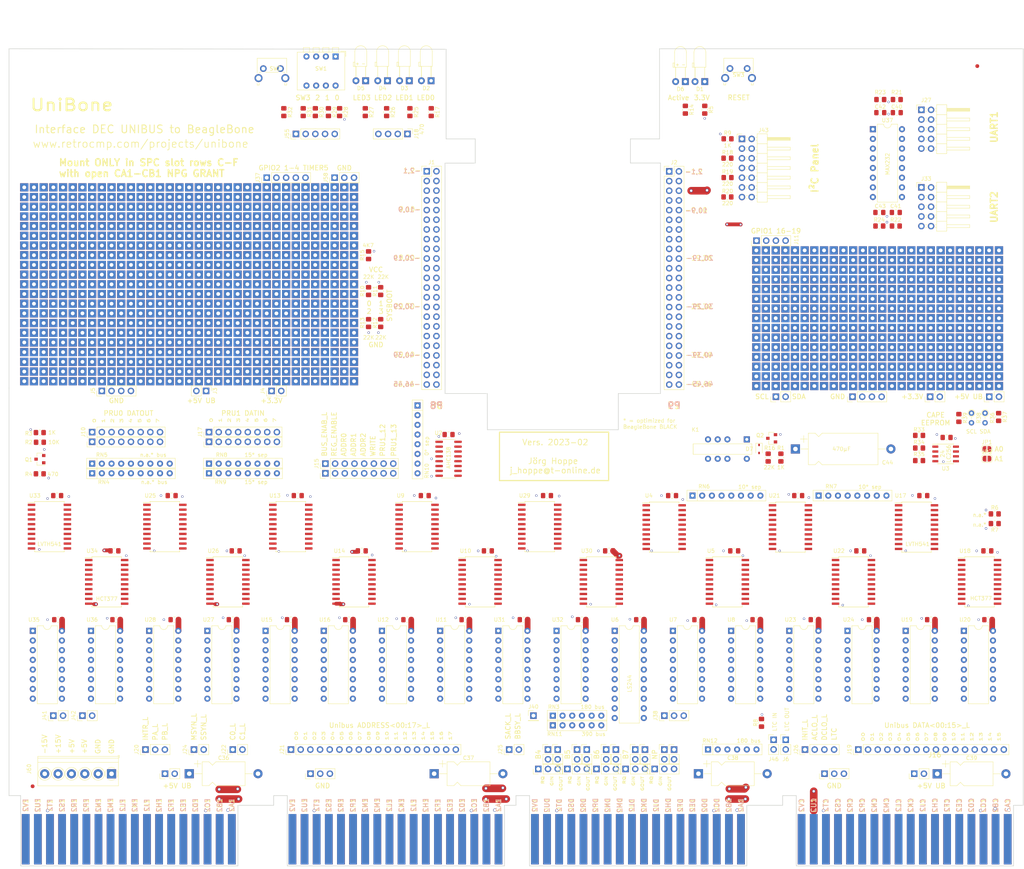
<source format=kicad_pcb>
(kicad_pcb (version 20171130) (host pcbnew "(5.1.12)-1")

  (general
    (thickness 1.6)
    (drawings 256)
    (tracks 938)
    (zones 0)
    (modules 1343)
    (nets 446)
  )

  (page A3)
  (title_block
    (title "UniBone Quad Height Flip Chip ")
    (date 2018-04-27)
    (rev V1.0)
    (company retrocmp.com)
    (comment 1 "Joerg Hoppe")
  )

  (layers
    (0 F.Cu signal)
    (1 In1.Cu power)
    (2 In2.Cu power)
    (31 B.Cu signal)
    (32 B.Adhes user hide)
    (33 F.Adhes user hide)
    (34 B.Paste user hide)
    (35 F.Paste user hide)
    (36 B.SilkS user)
    (37 F.SilkS user)
    (38 B.Mask user hide)
    (39 F.Mask user hide)
    (40 Dwgs.User user hide)
    (41 Cmts.User user hide)
    (42 Eco1.User user hide)
    (43 Eco2.User user)
    (44 Edge.Cuts user)
    (45 Margin user hide)
    (46 B.CrtYd user hide)
    (47 F.CrtYd user)
    (48 B.Fab user hide)
    (49 F.Fab user hide)
  )

  (setup
    (last_trace_width 0.25)
    (trace_clearance 0.2)
    (zone_clearance 0.508)
    (zone_45_only yes)
    (trace_min 0.2)
    (via_size 0.6)
    (via_drill 0.4)
    (via_min_size 0.4)
    (via_min_drill 0.3)
    (uvia_size 0.3)
    (uvia_drill 0.1)
    (uvias_allowed no)
    (uvia_min_size 0.2)
    (uvia_min_drill 0.1)
    (edge_width 0.1524)
    (segment_width 0.0254)
    (pcb_text_width 0.2032)
    (pcb_text_size 1.27 1.27)
    (mod_edge_width 0.3048)
    (mod_text_size 1.27 1.27)
    (mod_text_width 0.2032)
    (pad_size 1 1)
    (pad_drill 0)
    (pad_to_mask_clearance 0.2)
    (solder_mask_min_width 0.25)
    (aux_axis_origin 289.56 246.38)
    (grid_origin 189.9 62.2)
    (visible_elements 7FFCF7FF)
    (pcbplotparams
      (layerselection 0x018f8_ffffffff)
      (usegerberextensions false)
      (usegerberattributes false)
      (usegerberadvancedattributes false)
      (creategerberjobfile false)
      (excludeedgelayer true)
      (linewidth 0.304800)
      (plotframeref false)
      (viasonmask false)
      (mode 1)
      (useauxorigin false)
      (hpglpennumber 1)
      (hpglpenspeed 20)
      (hpglpendiameter 15.000000)
      (psnegative false)
      (psa4output false)
      (plotreference true)
      (plotvalue true)
      (plotinvisibletext false)
      (padsonsilk false)
      (subtractmaskfromsilk false)
      (outputformat 1)
      (mirror false)
      (drillshape 0)
      (scaleselection 1)
      (outputdirectory "manufacturing/"))
  )

  (net 0 "")
  (net 1 +3V3)
  (net 2 GND)
  (net 3 "Net-(D1-Pad1)")
  (net 4 "Net-(D2-Pad1)")
  (net 5 "Net-(D3-Pad1)")
  (net 6 "Net-(D4-Pad1)")
  (net 7 "Net-(D5-Pad1)")
  (net 8 BUTTON)
  (net 9 PRU1_13)
  (net 10 PRU1_12)
  (net 11 PRU1_08)
  (net 12 PRU1_10)
  (net 13 PRU1_09)
  (net 14 PRU1_11)
  (net 15 PRU1_06)
  (net 16 PRU1_07)
  (net 17 PRU1_05)
  (net 18 I2C2_SCL)
  (net 19 I2C2_SDA)
  (net 20 UB_5V)
  (net 21 UB_SACK_L)
  (net 22 UB_A15_L)
  (net 23 UB_A16_L)
  (net 24 UB_C1_L)
  (net 25 UB_A00_L)
  (net 26 UB_C0_L)
  (net 27 UB_A13_L)
  (net 28 UB_A08_L)
  (net 29 UB_A07_L)
  (net 30 UB_A04_L)
  (net 31 UB_A03_L)
  (net 32 UB_BR7_L)
  (net 33 UB_BR6_L)
  (net 34 UB_BR5_L)
  (net 35 UB_BR4_L)
  (net 36 UB_BG7_IN_H)
  (net 37 UB_BG7_OUT_H)
  (net 38 UB_BG6_IN_H)
  (net 39 UB_BG6_OUT_H)
  (net 40 UB_BG5_IN_H)
  (net 41 UB_BG5_OUT_H)
  (net 42 UB_BG4_IN_H)
  (net 43 UB_BG4_OUT_H)
  (net 44 UB_D06_L)
  (net 45 UB_D02_L)
  (net 46 UB_D03_L)
  (net 47 UB_D00_L)
  (net 48 UB_D01_L)
  (net 49 UB_D05_L)
  (net 50 UB_D04_L)
  (net 51 UB_D07_L)
  (net 52 UB_D08_L)
  (net 53 UB_D09_L)
  (net 54 UB_D10_L)
  (net 55 UB_D12_L)
  (net 56 UB_D13_L)
  (net 57 UB_D14_L)
  (net 58 UB_D15_L)
  (net 59 UB_INTR_L)
  (net 60 UB_NPR_L)
  (net 61 UB_BBSY_L)
  (net 62 UB_A05_L)
  (net 63 UB_A06_L)
  (net 64 UB_A09_L)
  (net 65 UB_A10_L)
  (net 66 UB_A11_L)
  (net 67 UB_A14_L)
  (net 68 UB_SSYN_L)
  (net 69 UB_A01_L)
  (net 70 UB_A02_L)
  (net 71 UB_MSYN_L)
  (net 72 UB_A17_L)
  (net 73 UB_A12_L)
  (net 74 UB_INIT_L)
  (net 75 UB_NPG_IN_H)
  (net 76 UB_NPG_OUT_H)
  (net 77 UB_PA_L)
  (net 78 UB_D11_L)
  (net 79 UB_DCLO_L)
  (net 80 UB_PB_L)
  (net 81 UB_ACLO_L)
  (net 82 /TTL_IN_OUT/BUS_OUT_DAT6)
  (net 83 "Net-(U4-Pad2)")
  (net 84 "Net-(U4-Pad3)")
  (net 85 "Net-(U4-Pad4)")
  (net 86 "Net-(U4-Pad5)")
  (net 87 "Net-(U4-Pad6)")
  (net 88 "Net-(U4-Pad7)")
  (net 89 "Net-(U4-Pad8)")
  (net 90 "Net-(U4-Pad9)")
  (net 91 "Net-(U5-Pad2)")
  (net 92 "Net-(U5-Pad12)")
  (net 93 "Net-(U5-Pad5)")
  (net 94 "Net-(U5-Pad6)")
  (net 95 "Net-(U5-Pad16)")
  (net 96 "Net-(U5-Pad9)")
  (net 97 "Net-(U5-Pad19)")
  (net 98 "Net-(U11-Pad13)")
  (net 99 "Net-(U11-Pad10)")
  (net 100 "Net-(U11-Pad3)")
  (net 101 "Net-(U11-Pad6)")
  (net 102 "Net-(U12-Pad13)")
  (net 103 "Net-(U12-Pad10)")
  (net 104 "Net-(U12-Pad3)")
  (net 105 "Net-(U12-Pad6)")
  (net 106 "Net-(U10-Pad2)")
  (net 107 "Net-(U10-Pad12)")
  (net 108 "Net-(U10-Pad5)")
  (net 109 "Net-(U10-Pad15)")
  (net 110 "Net-(U10-Pad6)")
  (net 111 "Net-(U10-Pad16)")
  (net 112 "Net-(U10-Pad9)")
  (net 113 "Net-(U10-Pad19)")
  (net 114 "Net-(U13-Pad2)")
  (net 115 "Net-(U13-Pad3)")
  (net 116 "Net-(U13-Pad4)")
  (net 117 "Net-(U13-Pad5)")
  (net 118 "Net-(U13-Pad6)")
  (net 119 "Net-(U13-Pad7)")
  (net 120 "Net-(U13-Pad8)")
  (net 121 "Net-(U13-Pad9)")
  (net 122 "Net-(U14-Pad2)")
  (net 123 "Net-(U14-Pad12)")
  (net 124 "Net-(U14-Pad5)")
  (net 125 "Net-(U14-Pad15)")
  (net 126 "Net-(U14-Pad6)")
  (net 127 "Net-(U14-Pad16)")
  (net 128 "Net-(U14-Pad9)")
  (net 129 "Net-(U14-Pad19)")
  (net 130 "Net-(U17-Pad2)")
  (net 131 "Net-(U17-Pad3)")
  (net 132 "Net-(U17-Pad4)")
  (net 133 "Net-(U17-Pad5)")
  (net 134 "Net-(U17-Pad6)")
  (net 135 "Net-(U17-Pad7)")
  (net 136 "Net-(U17-Pad8)")
  (net 137 "Net-(U17-Pad9)")
  (net 138 "Net-(U18-Pad2)")
  (net 139 "Net-(U18-Pad12)")
  (net 140 "Net-(U18-Pad5)")
  (net 141 "Net-(U18-Pad15)")
  (net 142 "Net-(U18-Pad6)")
  (net 143 "Net-(U18-Pad16)")
  (net 144 "Net-(U18-Pad9)")
  (net 145 "Net-(U18-Pad19)")
  (net 146 "Net-(U21-Pad2)")
  (net 147 "Net-(U21-Pad3)")
  (net 148 "Net-(U21-Pad4)")
  (net 149 "Net-(U21-Pad5)")
  (net 150 "Net-(U21-Pad6)")
  (net 151 "Net-(U21-Pad7)")
  (net 152 "Net-(U21-Pad8)")
  (net 153 "Net-(U21-Pad9)")
  (net 154 "Net-(U22-Pad2)")
  (net 155 "Net-(U22-Pad12)")
  (net 156 "Net-(U22-Pad5)")
  (net 157 "Net-(U22-Pad15)")
  (net 158 "Net-(U22-Pad6)")
  (net 159 "Net-(U22-Pad16)")
  (net 160 "Net-(U22-Pad9)")
  (net 161 "Net-(U22-Pad19)")
  (net 162 "Net-(U25-Pad2)")
  (net 163 "Net-(U25-Pad3)")
  (net 164 "Net-(U25-Pad4)")
  (net 165 "Net-(U25-Pad5)")
  (net 166 "Net-(U25-Pad6)")
  (net 167 "Net-(U25-Pad7)")
  (net 168 "Net-(U25-Pad8)")
  (net 169 "Net-(U25-Pad9)")
  (net 170 "Net-(U26-Pad2)")
  (net 171 "Net-(U26-Pad12)")
  (net 172 "Net-(U26-Pad5)")
  (net 173 "Net-(U26-Pad15)")
  (net 174 "Net-(U26-Pad6)")
  (net 175 "Net-(U26-Pad16)")
  (net 176 "Net-(U26-Pad9)")
  (net 177 "Net-(U26-Pad19)")
  (net 178 "Net-(U29-Pad2)")
  (net 179 "Net-(U29-Pad3)")
  (net 180 "Net-(U29-Pad4)")
  (net 181 "Net-(U29-Pad5)")
  (net 182 "Net-(U29-Pad6)")
  (net 183 "Net-(U29-Pad7)")
  (net 184 "Net-(U29-Pad8)")
  (net 185 "Net-(U29-Pad9)")
  (net 186 "Net-(U30-Pad2)")
  (net 187 "Net-(U30-Pad12)")
  (net 188 "Net-(U30-Pad5)")
  (net 189 "Net-(U30-Pad15)")
  (net 190 "Net-(U30-Pad6)")
  (net 191 "Net-(U30-Pad16)")
  (net 192 "Net-(U30-Pad9)")
  (net 193 "Net-(U30-Pad19)")
  (net 194 "Net-(U33-Pad2)")
  (net 195 "Net-(U33-Pad3)")
  (net 196 "Net-(U33-Pad4)")
  (net 197 "Net-(U33-Pad5)")
  (net 198 "Net-(U33-Pad6)")
  (net 199 "Net-(U33-Pad7)")
  (net 200 "Net-(U33-Pad8)")
  (net 201 "Net-(U33-Pad9)")
  (net 202 "Net-(U34-Pad2)")
  (net 203 "Net-(U34-Pad12)")
  (net 204 "Net-(U34-Pad5)")
  (net 205 "Net-(U34-Pad15)")
  (net 206 "Net-(U34-Pad6)")
  (net 207 "Net-(U34-Pad16)")
  (net 208 "Net-(U34-Pad9)")
  (net 209 "Net-(U34-Pad19)")
  (net 210 +5VA)
  (net 211 /misc-io/EEPROM_A0)
  (net 212 UART1_TXD)
  (net 213 UART1_RXD)
  (net 214 "Net-(C40-Pad1)")
  (net 215 "Net-(C40-Pad2)")
  (net 216 "Net-(C41-Pad1)")
  (net 217 "Net-(C41-Pad2)")
  (net 218 "Net-(C42-Pad2)")
  (net 219 "Net-(C43-Pad2)")
  (net 220 UART2_TXD)
  (net 221 UART2_RXD)
  (net 222 "Net-(J27-Pad3)")
  (net 223 "Net-(J27-Pad5)")
  (net 224 "Net-(J33-Pad3)")
  (net 225 "Net-(J33-Pad5)")
  (net 226 GPIO1_6__38)
  (net 227 GPIO1_7__39)
  (net 228 GPIO1_2__34)
  (net 229 GPIO1_3__35)
  (net 230 GPIO1_5__37)
  (net 231 GPIO1_4__36)
  (net 232 GPIO1_1__33)
  (net 233 GPIO1_0__32)
  (net 234 PRU0_07)
  (net 235 PRU0_05)
  (net 236 PRU0_03)
  (net 237 PRU0_01)
  (net 238 PRU0_02)
  (net 239 PRU0_00)
  (net 240 PRU0_06)
  (net 241 PRU0_04)
  (net 242 PRU1_04/SYSBOOT4)
  (net 243 PRU1_02/SYSBOOT2)
  (net 244 PRU1_03/SYSBOOT3)
  (net 245 PRU1_00/SYSBOOT0)
  (net 246 PRU1_01/SYSBOOT1)
  (net 247 "Net-(D6-Pad1)")
  (net 248 /SELECT6_L)
  (net 249 /SELECT5_L)
  (net 250 /SELECT4_L)
  (net 251 /SELECT3_L)
  (net 252 /SELECT2_L)
  (net 253 /SELECT1_L)
  (net 254 /SELECT7_L)
  (net 255 /SELECT0_L)
  (net 256 BUS_ENABLE)
  (net 257 GPIO1_14__46)
  (net 258 BUS_ENABLE_L)
  (net 259 GPIO2_2_66)
  (net 260 GPIO2_3_67)
  (net 261 GPIO2_4_68)
  (net 262 GPIO2_1_65)
  (net 263 GPIO1_18_50)
  (net 264 GPIO1_16_48)
  (net 265 GPIO1_19_51)
  (net 266 GPIO1_17_49)
  (net 267 "Net-(C44-Pad1)")
  (net 268 /TTL_IN_OUT/BUS_IN_DAT6)
  (net 269 /TTL_IN_OUT/BUS_IN_DAT7)
  (net 270 /DS8641-ADR167+MSYN/BUS_DAT6)
  (net 271 /DS8641-ADR167+MSYN/BUS_DAT7)
  (net 272 /DS8641-ARB/BUS_DAT7)
  (net 273 /DS8641-SSYN+MISC/BUS_DAT6)
  (net 274 /DS8641-SSYN+MISC/BUS_DAT7)
  (net 275 "Net-(D7-Pad2)")
  (net 276 REG_DATOUT_0)
  (net 277 REG_DATOUT_1)
  (net 278 REG_DATOUT_2)
  (net 279 REG_DATOUT_3)
  (net 280 REG_DATOUT_4)
  (net 281 REG_DATOUT_5)
  (net 282 REG_DATOUT_6)
  (net 283 REG_DATOUT_7)
  (net 284 REG_DATIN_0)
  (net 285 REG_DATIN_1)
  (net 286 REG_DATIN_2)
  (net 287 REG_DATIN_3)
  (net 288 REG_DATIN_4)
  (net 289 REG_DATIN_5)
  (net 290 REG_DATIN_6)
  (net 291 REG_DATIN_7)
  (net 292 REG_ADR0)
  (net 293 REG_ADR1)
  (net 294 REG_ADR2)
  (net 295 REG_WRITE)
  (net 296 UB_LTC)
  (net 297 BG4_IN_H)
  (net 298 BG4_OUT_H)
  (net 299 BG5_IN_H)
  (net 300 BG5_OUT_H)
  (net 301 BG6_IN_H)
  (net 302 BG6_OUT_H)
  (net 303 BG7_IN_H)
  (net 304 BG7_OUT_H)
  (net 305 NPG_IN_H)
  (net 306 NPG_OUT_H)
  (net 307 "Net-(J1-Pad13)")
  (net 308 "Net-(J1-Pad14)")
  (net 309 "Net-(J1-Pad15)")
  (net 310 "Net-(J1-Pad17)")
  (net 311 "Net-(J1-Pad19)")
  (net 312 "Net-(J1-Pad26)")
  (net 313 "Net-(J1-Pad31)")
  (net 314 "Net-(J1-Pad32)")
  (net 315 "Net-(J1-Pad33)")
  (net 316 "Net-(J1-Pad34)")
  (net 317 "Net-(J1-Pad35)")
  (net 318 "Net-(J1-Pad36)")
  (net 319 "Net-(J1-Pad37)")
  (net 320 "Net-(J1-Pad38)")
  (net 321 "Net-(J2-Pad7)")
  (net 322 "Net-(J2-Pad8)")
  (net 323 "Net-(J2-Pad9)")
  (net 324 "Net-(J2-Pad13)")
  (net 325 "Net-(J2-Pad32)")
  (net 326 "Net-(J2-Pad33)")
  (net 327 "Net-(J2-Pad34)")
  (net 328 "Net-(J2-Pad35)")
  (net 329 "Net-(J2-Pad36)")
  (net 330 "Net-(J2-Pad37)")
  (net 331 "Net-(J2-Pad38)")
  (net 332 "Net-(J2-Pad39)")
  (net 333 "Net-(J2-Pad40)")
  (net 334 "Net-(U3-Pad7)")
  (net 335 "Net-(J16-PadFD2)")
  (net 336 "Net-(J16-PadFE2)")
  (net 337 "Net-(J16-PadFF2)")
  (net 338 "Net-(J16-PadFH2)")
  (net 339 "Net-(J16-PadFJ2)")
  (net 340 "Net-(J16-PadFK2)")
  (net 341 "Net-(J16-PadFL2)")
  (net 342 "Net-(J16-PadFM2)")
  (net 343 "Net-(J16-PadFN2)")
  (net 344 "Net-(J16-PadFP2)")
  (net 345 "Net-(J16-PadFR2)")
  (net 346 "Net-(J16-PadFS2)")
  (net 347 "Net-(J16-PadFU2)")
  (net 348 "Net-(J16-PadFV2)")
  (net 349 "Net-(J16-PadEL2)")
  (net 350 "Net-(J16-PadEM2)")
  (net 351 "Net-(J16-PadER2)")
  (net 352 "Net-(J16-PadES2)")
  (net 353 "Net-(J16-PadET2)")
  (net 354 "Net-(J16-PadDJ2)")
  (net 355 "Net-(J16-PadDU2)")
  (net 356 "Net-(J16-PadDV2)")
  (net 357 "Net-(J16-PadFV1)")
  (net 358 "Net-(J16-PadFU1)")
  (net 359 "Net-(J16-PadFS1)")
  (net 360 "Net-(J16-PadFR1)")
  (net 361 "Net-(J16-PadFP1)")
  (net 362 "Net-(J16-PadFN1)")
  (net 363 "Net-(J16-PadFL1)")
  (net 364 "Net-(J16-PadFK1)")
  (net 365 "Net-(J16-PadFH1)")
  (net 366 "Net-(J16-PadFF1)")
  (net 367 "Net-(J16-PadFE1)")
  (net 368 "Net-(J16-PadFC1)")
  (net 369 "Net-(J16-PadFB1)")
  (net 370 "Net-(J16-PadFA1)")
  (net 371 "Net-(J16-PadES1)")
  (net 372 "Net-(J16-PadEN1)")
  (net 373 "Net-(J16-PadEM1)")
  (net 374 "Net-(J16-PadEB1)")
  (net 375 "Net-(J16-PadEA1)")
  (net 376 "Net-(J16-PadDV1)")
  (net 377 "Net-(J16-PadDU1)")
  (net 378 "Net-(J16-PadDS1)")
  (net 379 "Net-(J16-PadDR1)")
  (net 380 "Net-(J16-PadDP1)")
  (net 381 "Net-(J16-PadDN1)")
  (net 382 "Net-(J16-PadDM1)")
  (net 383 "Net-(J16-PadDK1)")
  (net 384 "Net-(J16-PadDJ1)")
  (net 385 "Net-(J16-PadDH1)")
  (net 386 "Net-(J16-PadDF1)")
  (net 387 "Net-(J16-PadDE1)")
  (net 388 "Net-(J16-PadDD1)")
  (net 389 "Net-(J16-PadDC1)")
  (net 390 "Net-(J16-PadDB1)")
  (net 391 "Net-(J16-PadDA1)")
  (net 392 "Net-(J16-PadCE1)")
  (net 393 "Net-(J16-PadCF1)")
  (net 394 "Net-(J16-PadCJ1)")
  (net 395 "Net-(J16-PadCK1)")
  (net 396 "Net-(J16-PadCL1)")
  (net 397 "Net-(J16-PadCM1)")
  (net 398 "Net-(J16-PadCP1)")
  (net 399 "Net-(J16-PadCR1)")
  (net 400 "Net-(K1-Pad3)")
  (net 401 "Net-(K1-Pad10)")
  (net 402 "Net-(U7-Pad6)")
  (net 403 "Net-(U7-Pad13)")
  (net 404 "Net-(U7-Pad3)")
  (net 405 "Net-(U7-Pad10)")
  (net 406 "Net-(U8-Pad6)")
  (net 407 "Net-(U8-Pad13)")
  (net 408 "Net-(U8-Pad3)")
  (net 409 "Net-(U8-Pad10)")
  (net 410 "Net-(J27-Pad1)")
  (net 411 "Net-(J27-Pad2)")
  (net 412 "Net-(J27-Pad4)")
  (net 413 "Net-(J27-Pad6)")
  (net 414 "Net-(J27-Pad7)")
  (net 415 "Net-(J27-Pad8)")
  (net 416 "Net-(J27-Pad10)")
  (net 417 "Net-(J33-Pad1)")
  (net 418 "Net-(J33-Pad2)")
  (net 419 "Net-(J33-Pad4)")
  (net 420 "Net-(J33-Pad6)")
  (net 421 "Net-(J33-Pad7)")
  (net 422 "Net-(J33-Pad8)")
  (net 423 "Net-(J33-Pad10)")
  (net 424 PANEL_RESET_L)
  (net 425 "Net-(J2-Pad18)")
  (net 426 "Net-(J2-Pad17)")
  (net 427 SYSRESET_L)
  (net 428 UB_15V)
  (net 429 UB_-15V)
  (net 430 "Net-(J43-Pad11)")
  (net 431 "Net-(J43-Pad9)")
  (net 432 "Net-(J43-Pad7)")
  (net 433 "Net-(F1-Pad1)")
  (net 434 "Net-(F2-Pad1)")
  (net 435 "Net-(R21-Pad1)")
  (net 436 "Net-(R22-Pad1)")
  (net 437 TIMER5)
  (net 438 LED_BUS_ACTIVITY)
  (net 439 LTC_OUT)
  (net 440 LTC_IN)
  (net 441 "Net-(U5-Pad15)")
  (net 442 "Net-(Q1-Pad1)")
  (net 443 "Net-(Q2-Pad1)")
  (net 444 "Net-(JP2-Pad1)")
  (net 445 "Net-(R35-Pad2)")

  (net_class Default "This is the default net class."
    (clearance 0.2)
    (trace_width 0.25)
    (via_dia 0.6)
    (via_drill 0.4)
    (uvia_dia 0.3)
    (uvia_drill 0.1)
    (add_net /DS8641-ADR167+MSYN/BUS_DAT6)
    (add_net /DS8641-ADR167+MSYN/BUS_DAT7)
    (add_net /DS8641-ARB/BUS_DAT7)
    (add_net /DS8641-SSYN+MISC/BUS_DAT6)
    (add_net /DS8641-SSYN+MISC/BUS_DAT7)
    (add_net /SELECT0_L)
    (add_net /SELECT1_L)
    (add_net /SELECT2_L)
    (add_net /SELECT3_L)
    (add_net /SELECT4_L)
    (add_net /SELECT5_L)
    (add_net /SELECT6_L)
    (add_net /SELECT7_L)
    (add_net /TTL_IN_OUT/BUS_IN_DAT6)
    (add_net /TTL_IN_OUT/BUS_IN_DAT7)
    (add_net /TTL_IN_OUT/BUS_OUT_DAT6)
    (add_net /misc-io/EEPROM_A0)
    (add_net BG4_IN_H)
    (add_net BG4_OUT_H)
    (add_net BG5_IN_H)
    (add_net BG5_OUT_H)
    (add_net BG6_IN_H)
    (add_net BG6_OUT_H)
    (add_net BG7_IN_H)
    (add_net BG7_OUT_H)
    (add_net BUS_ENABLE)
    (add_net BUS_ENABLE_L)
    (add_net BUTTON)
    (add_net GPIO1_0__32)
    (add_net GPIO1_14__46)
    (add_net GPIO1_16_48)
    (add_net GPIO1_17_49)
    (add_net GPIO1_18_50)
    (add_net GPIO1_19_51)
    (add_net GPIO1_1__33)
    (add_net GPIO1_2__34)
    (add_net GPIO1_3__35)
    (add_net GPIO1_4__36)
    (add_net GPIO1_5__37)
    (add_net GPIO1_6__38)
    (add_net GPIO1_7__39)
    (add_net GPIO2_1_65)
    (add_net GPIO2_2_66)
    (add_net GPIO2_3_67)
    (add_net GPIO2_4_68)
    (add_net I2C2_SCL)
    (add_net I2C2_SDA)
    (add_net LED_BUS_ACTIVITY)
    (add_net LTC_IN)
    (add_net LTC_OUT)
    (add_net NPG_IN_H)
    (add_net NPG_OUT_H)
    (add_net "Net-(C40-Pad1)")
    (add_net "Net-(C40-Pad2)")
    (add_net "Net-(C41-Pad1)")
    (add_net "Net-(C41-Pad2)")
    (add_net "Net-(C42-Pad2)")
    (add_net "Net-(C43-Pad2)")
    (add_net "Net-(C44-Pad1)")
    (add_net "Net-(D1-Pad1)")
    (add_net "Net-(D2-Pad1)")
    (add_net "Net-(D3-Pad1)")
    (add_net "Net-(D4-Pad1)")
    (add_net "Net-(D5-Pad1)")
    (add_net "Net-(D6-Pad1)")
    (add_net "Net-(D7-Pad2)")
    (add_net "Net-(F1-Pad1)")
    (add_net "Net-(F2-Pad1)")
    (add_net "Net-(J1-Pad13)")
    (add_net "Net-(J1-Pad14)")
    (add_net "Net-(J1-Pad15)")
    (add_net "Net-(J1-Pad17)")
    (add_net "Net-(J1-Pad19)")
    (add_net "Net-(J1-Pad26)")
    (add_net "Net-(J1-Pad31)")
    (add_net "Net-(J1-Pad32)")
    (add_net "Net-(J1-Pad33)")
    (add_net "Net-(J1-Pad34)")
    (add_net "Net-(J1-Pad35)")
    (add_net "Net-(J1-Pad36)")
    (add_net "Net-(J1-Pad37)")
    (add_net "Net-(J1-Pad38)")
    (add_net "Net-(J16-PadCE1)")
    (add_net "Net-(J16-PadCF1)")
    (add_net "Net-(J16-PadCJ1)")
    (add_net "Net-(J16-PadCK1)")
    (add_net "Net-(J16-PadCL1)")
    (add_net "Net-(J16-PadCM1)")
    (add_net "Net-(J16-PadCP1)")
    (add_net "Net-(J16-PadCR1)")
    (add_net "Net-(J16-PadDA1)")
    (add_net "Net-(J16-PadDB1)")
    (add_net "Net-(J16-PadDC1)")
    (add_net "Net-(J16-PadDD1)")
    (add_net "Net-(J16-PadDE1)")
    (add_net "Net-(J16-PadDF1)")
    (add_net "Net-(J16-PadDH1)")
    (add_net "Net-(J16-PadDJ1)")
    (add_net "Net-(J16-PadDJ2)")
    (add_net "Net-(J16-PadDK1)")
    (add_net "Net-(J16-PadDM1)")
    (add_net "Net-(J16-PadDN1)")
    (add_net "Net-(J16-PadDP1)")
    (add_net "Net-(J16-PadDR1)")
    (add_net "Net-(J16-PadDS1)")
    (add_net "Net-(J16-PadDU1)")
    (add_net "Net-(J16-PadDU2)")
    (add_net "Net-(J16-PadDV1)")
    (add_net "Net-(J16-PadDV2)")
    (add_net "Net-(J16-PadEA1)")
    (add_net "Net-(J16-PadEB1)")
    (add_net "Net-(J16-PadEL2)")
    (add_net "Net-(J16-PadEM1)")
    (add_net "Net-(J16-PadEM2)")
    (add_net "Net-(J16-PadEN1)")
    (add_net "Net-(J16-PadER2)")
    (add_net "Net-(J16-PadES1)")
    (add_net "Net-(J16-PadES2)")
    (add_net "Net-(J16-PadET2)")
    (add_net "Net-(J16-PadFA1)")
    (add_net "Net-(J16-PadFB1)")
    (add_net "Net-(J16-PadFC1)")
    (add_net "Net-(J16-PadFD2)")
    (add_net "Net-(J16-PadFE1)")
    (add_net "Net-(J16-PadFE2)")
    (add_net "Net-(J16-PadFF1)")
    (add_net "Net-(J16-PadFF2)")
    (add_net "Net-(J16-PadFH1)")
    (add_net "Net-(J16-PadFH2)")
    (add_net "Net-(J16-PadFJ2)")
    (add_net "Net-(J16-PadFK1)")
    (add_net "Net-(J16-PadFK2)")
    (add_net "Net-(J16-PadFL1)")
    (add_net "Net-(J16-PadFL2)")
    (add_net "Net-(J16-PadFM2)")
    (add_net "Net-(J16-PadFN1)")
    (add_net "Net-(J16-PadFN2)")
    (add_net "Net-(J16-PadFP1)")
    (add_net "Net-(J16-PadFP2)")
    (add_net "Net-(J16-PadFR1)")
    (add_net "Net-(J16-PadFR2)")
    (add_net "Net-(J16-PadFS1)")
    (add_net "Net-(J16-PadFS2)")
    (add_net "Net-(J16-PadFU1)")
    (add_net "Net-(J16-PadFU2)")
    (add_net "Net-(J16-PadFV1)")
    (add_net "Net-(J16-PadFV2)")
    (add_net "Net-(J2-Pad13)")
    (add_net "Net-(J2-Pad17)")
    (add_net "Net-(J2-Pad18)")
    (add_net "Net-(J2-Pad32)")
    (add_net "Net-(J2-Pad33)")
    (add_net "Net-(J2-Pad34)")
    (add_net "Net-(J2-Pad35)")
    (add_net "Net-(J2-Pad36)")
    (add_net "Net-(J2-Pad37)")
    (add_net "Net-(J2-Pad38)")
    (add_net "Net-(J2-Pad39)")
    (add_net "Net-(J2-Pad40)")
    (add_net "Net-(J2-Pad7)")
    (add_net "Net-(J2-Pad8)")
    (add_net "Net-(J2-Pad9)")
    (add_net "Net-(J27-Pad1)")
    (add_net "Net-(J27-Pad10)")
    (add_net "Net-(J27-Pad2)")
    (add_net "Net-(J27-Pad3)")
    (add_net "Net-(J27-Pad4)")
    (add_net "Net-(J27-Pad5)")
    (add_net "Net-(J27-Pad6)")
    (add_net "Net-(J27-Pad7)")
    (add_net "Net-(J27-Pad8)")
    (add_net "Net-(J33-Pad1)")
    (add_net "Net-(J33-Pad10)")
    (add_net "Net-(J33-Pad2)")
    (add_net "Net-(J33-Pad3)")
    (add_net "Net-(J33-Pad4)")
    (add_net "Net-(J33-Pad5)")
    (add_net "Net-(J33-Pad6)")
    (add_net "Net-(J33-Pad7)")
    (add_net "Net-(J33-Pad8)")
    (add_net "Net-(J43-Pad11)")
    (add_net "Net-(J43-Pad7)")
    (add_net "Net-(J43-Pad9)")
    (add_net "Net-(JP2-Pad1)")
    (add_net "Net-(K1-Pad10)")
    (add_net "Net-(K1-Pad3)")
    (add_net "Net-(Q1-Pad1)")
    (add_net "Net-(Q2-Pad1)")
    (add_net "Net-(R21-Pad1)")
    (add_net "Net-(R22-Pad1)")
    (add_net "Net-(R35-Pad2)")
    (add_net "Net-(U10-Pad12)")
    (add_net "Net-(U10-Pad15)")
    (add_net "Net-(U10-Pad16)")
    (add_net "Net-(U10-Pad19)")
    (add_net "Net-(U10-Pad2)")
    (add_net "Net-(U10-Pad5)")
    (add_net "Net-(U10-Pad6)")
    (add_net "Net-(U10-Pad9)")
    (add_net "Net-(U11-Pad10)")
    (add_net "Net-(U11-Pad13)")
    (add_net "Net-(U11-Pad3)")
    (add_net "Net-(U11-Pad6)")
    (add_net "Net-(U12-Pad10)")
    (add_net "Net-(U12-Pad13)")
    (add_net "Net-(U12-Pad3)")
    (add_net "Net-(U12-Pad6)")
    (add_net "Net-(U13-Pad2)")
    (add_net "Net-(U13-Pad3)")
    (add_net "Net-(U13-Pad4)")
    (add_net "Net-(U13-Pad5)")
    (add_net "Net-(U13-Pad6)")
    (add_net "Net-(U13-Pad7)")
    (add_net "Net-(U13-Pad8)")
    (add_net "Net-(U13-Pad9)")
    (add_net "Net-(U14-Pad12)")
    (add_net "Net-(U14-Pad15)")
    (add_net "Net-(U14-Pad16)")
    (add_net "Net-(U14-Pad19)")
    (add_net "Net-(U14-Pad2)")
    (add_net "Net-(U14-Pad5)")
    (add_net "Net-(U14-Pad6)")
    (add_net "Net-(U14-Pad9)")
    (add_net "Net-(U17-Pad2)")
    (add_net "Net-(U17-Pad3)")
    (add_net "Net-(U17-Pad4)")
    (add_net "Net-(U17-Pad5)")
    (add_net "Net-(U17-Pad6)")
    (add_net "Net-(U17-Pad7)")
    (add_net "Net-(U17-Pad8)")
    (add_net "Net-(U17-Pad9)")
    (add_net "Net-(U18-Pad12)")
    (add_net "Net-(U18-Pad15)")
    (add_net "Net-(U18-Pad16)")
    (add_net "Net-(U18-Pad19)")
    (add_net "Net-(U18-Pad2)")
    (add_net "Net-(U18-Pad5)")
    (add_net "Net-(U18-Pad6)")
    (add_net "Net-(U18-Pad9)")
    (add_net "Net-(U21-Pad2)")
    (add_net "Net-(U21-Pad3)")
    (add_net "Net-(U21-Pad4)")
    (add_net "Net-(U21-Pad5)")
    (add_net "Net-(U21-Pad6)")
    (add_net "Net-(U21-Pad7)")
    (add_net "Net-(U21-Pad8)")
    (add_net "Net-(U21-Pad9)")
    (add_net "Net-(U22-Pad12)")
    (add_net "Net-(U22-Pad15)")
    (add_net "Net-(U22-Pad16)")
    (add_net "Net-(U22-Pad19)")
    (add_net "Net-(U22-Pad2)")
    (add_net "Net-(U22-Pad5)")
    (add_net "Net-(U22-Pad6)")
    (add_net "Net-(U22-Pad9)")
    (add_net "Net-(U25-Pad2)")
    (add_net "Net-(U25-Pad3)")
    (add_net "Net-(U25-Pad4)")
    (add_net "Net-(U25-Pad5)")
    (add_net "Net-(U25-Pad6)")
    (add_net "Net-(U25-Pad7)")
    (add_net "Net-(U25-Pad8)")
    (add_net "Net-(U25-Pad9)")
    (add_net "Net-(U26-Pad12)")
    (add_net "Net-(U26-Pad15)")
    (add_net "Net-(U26-Pad16)")
    (add_net "Net-(U26-Pad19)")
    (add_net "Net-(U26-Pad2)")
    (add_net "Net-(U26-Pad5)")
    (add_net "Net-(U26-Pad6)")
    (add_net "Net-(U26-Pad9)")
    (add_net "Net-(U29-Pad2)")
    (add_net "Net-(U29-Pad3)")
    (add_net "Net-(U29-Pad4)")
    (add_net "Net-(U29-Pad5)")
    (add_net "Net-(U29-Pad6)")
    (add_net "Net-(U29-Pad7)")
    (add_net "Net-(U29-Pad8)")
    (add_net "Net-(U29-Pad9)")
    (add_net "Net-(U3-Pad7)")
    (add_net "Net-(U30-Pad12)")
    (add_net "Net-(U30-Pad15)")
    (add_net "Net-(U30-Pad16)")
    (add_net "Net-(U30-Pad19)")
    (add_net "Net-(U30-Pad2)")
    (add_net "Net-(U30-Pad5)")
    (add_net "Net-(U30-Pad6)")
    (add_net "Net-(U30-Pad9)")
    (add_net "Net-(U33-Pad2)")
    (add_net "Net-(U33-Pad3)")
    (add_net "Net-(U33-Pad4)")
    (add_net "Net-(U33-Pad5)")
    (add_net "Net-(U33-Pad6)")
    (add_net "Net-(U33-Pad7)")
    (add_net "Net-(U33-Pad8)")
    (add_net "Net-(U33-Pad9)")
    (add_net "Net-(U34-Pad12)")
    (add_net "Net-(U34-Pad15)")
    (add_net "Net-(U34-Pad16)")
    (add_net "Net-(U34-Pad19)")
    (add_net "Net-(U34-Pad2)")
    (add_net "Net-(U34-Pad5)")
    (add_net "Net-(U34-Pad6)")
    (add_net "Net-(U34-Pad9)")
    (add_net "Net-(U4-Pad2)")
    (add_net "Net-(U4-Pad3)")
    (add_net "Net-(U4-Pad4)")
    (add_net "Net-(U4-Pad5)")
    (add_net "Net-(U4-Pad6)")
    (add_net "Net-(U4-Pad7)")
    (add_net "Net-(U4-Pad8)")
    (add_net "Net-(U4-Pad9)")
    (add_net "Net-(U5-Pad12)")
    (add_net "Net-(U5-Pad15)")
    (add_net "Net-(U5-Pad16)")
    (add_net "Net-(U5-Pad19)")
    (add_net "Net-(U5-Pad2)")
    (add_net "Net-(U5-Pad5)")
    (add_net "Net-(U5-Pad6)")
    (add_net "Net-(U5-Pad9)")
    (add_net "Net-(U7-Pad10)")
    (add_net "Net-(U7-Pad13)")
    (add_net "Net-(U7-Pad3)")
    (add_net "Net-(U7-Pad6)")
    (add_net "Net-(U8-Pad10)")
    (add_net "Net-(U8-Pad13)")
    (add_net "Net-(U8-Pad3)")
    (add_net "Net-(U8-Pad6)")
    (add_net PANEL_RESET_L)
    (add_net PRU0_00)
    (add_net PRU0_01)
    (add_net PRU0_02)
    (add_net PRU0_03)
    (add_net PRU0_04)
    (add_net PRU0_05)
    (add_net PRU0_06)
    (add_net PRU0_07)
    (add_net PRU1_00/SYSBOOT0)
    (add_net PRU1_01/SYSBOOT1)
    (add_net PRU1_02/SYSBOOT2)
    (add_net PRU1_03/SYSBOOT3)
    (add_net PRU1_04/SYSBOOT4)
    (add_net PRU1_05)
    (add_net PRU1_06)
    (add_net PRU1_07)
    (add_net PRU1_08)
    (add_net PRU1_09)
    (add_net PRU1_10)
    (add_net PRU1_11)
    (add_net PRU1_12)
    (add_net PRU1_13)
    (add_net REG_ADR0)
    (add_net REG_ADR1)
    (add_net REG_ADR2)
    (add_net REG_DATIN_0)
    (add_net REG_DATIN_1)
    (add_net REG_DATIN_2)
    (add_net REG_DATIN_3)
    (add_net REG_DATIN_4)
    (add_net REG_DATIN_5)
    (add_net REG_DATIN_6)
    (add_net REG_DATIN_7)
    (add_net REG_DATOUT_0)
    (add_net REG_DATOUT_1)
    (add_net REG_DATOUT_2)
    (add_net REG_DATOUT_3)
    (add_net REG_DATOUT_4)
    (add_net REG_DATOUT_5)
    (add_net REG_DATOUT_6)
    (add_net REG_DATOUT_7)
    (add_net REG_WRITE)
    (add_net SYSRESET_L)
    (add_net TIMER5)
    (add_net UART1_RXD)
    (add_net UART1_TXD)
    (add_net UART2_RXD)
    (add_net UART2_TXD)
    (add_net UB_A00_L)
    (add_net UB_A01_L)
    (add_net UB_A02_L)
    (add_net UB_A03_L)
    (add_net UB_A04_L)
    (add_net UB_A05_L)
    (add_net UB_A06_L)
    (add_net UB_A07_L)
    (add_net UB_A08_L)
    (add_net UB_A09_L)
    (add_net UB_A10_L)
    (add_net UB_A11_L)
    (add_net UB_A12_L)
    (add_net UB_A13_L)
    (add_net UB_A14_L)
    (add_net UB_A15_L)
    (add_net UB_A16_L)
    (add_net UB_A17_L)
    (add_net UB_ACLO_L)
    (add_net UB_BBSY_L)
    (add_net UB_BG4_IN_H)
    (add_net UB_BG4_OUT_H)
    (add_net UB_BG5_IN_H)
    (add_net UB_BG5_OUT_H)
    (add_net UB_BG6_IN_H)
    (add_net UB_BG6_OUT_H)
    (add_net UB_BG7_IN_H)
    (add_net UB_BG7_OUT_H)
    (add_net UB_BR4_L)
    (add_net UB_BR5_L)
    (add_net UB_BR6_L)
    (add_net UB_BR7_L)
    (add_net UB_C0_L)
    (add_net UB_C1_L)
    (add_net UB_D00_L)
    (add_net UB_D01_L)
    (add_net UB_D02_L)
    (add_net UB_D03_L)
    (add_net UB_D04_L)
    (add_net UB_D05_L)
    (add_net UB_D06_L)
    (add_net UB_D07_L)
    (add_net UB_D08_L)
    (add_net UB_D09_L)
    (add_net UB_D10_L)
    (add_net UB_D11_L)
    (add_net UB_D12_L)
    (add_net UB_D13_L)
    (add_net UB_D14_L)
    (add_net UB_D15_L)
    (add_net UB_DCLO_L)
    (add_net UB_INIT_L)
    (add_net UB_INTR_L)
    (add_net UB_LTC)
    (add_net UB_MSYN_L)
    (add_net UB_NPG_IN_H)
    (add_net UB_NPG_OUT_H)
    (add_net UB_NPR_L)
    (add_net UB_PA_L)
    (add_net UB_PB_L)
    (add_net UB_SACK_L)
    (add_net UB_SSYN_L)
  )

  (net_class GND ""
    (clearance 0.2)
    (trace_width 0.25)
    (via_dia 0.6)
    (via_drill 0.4)
    (uvia_dia 0.3)
    (uvia_drill 0.1)
    (add_net GND)
  )

  (net_class MIRROR ""
    (clearance 0.2)
    (trace_width 0.4)
    (via_dia 0.6)
    (via_drill 0.4)
    (uvia_dia 0.3)
    (uvia_drill 0.1)
  )

  (net_class PWR ""
    (clearance 0.2)
    (trace_width 0.25)
    (via_dia 0.6)
    (via_drill 0.4)
    (uvia_dia 0.3)
    (uvia_drill 0.1)
    (add_net +3V3)
    (add_net +5VA)
    (add_net UB_-15V)
    (add_net UB_15V)
    (add_net UB_5V)
  )

  (module Capacitor_THT:CP_Axial_L11.0mm_D6.0mm_P18.00mm_Horizontal (layer F.Cu) (tedit 5AE50EF2) (tstamp 5BA864AA)
    (at 267.035 222.25)
    (descr "CP, Axial series, Axial, Horizontal, pin pitch=18mm, , length*diameter=11*6mm^2, Electrolytic Capacitor")
    (tags "CP Axial series Axial Horizontal pin pitch 18mm  length 11mm diameter 6mm Electrolytic Capacitor")
    (path /5ADB3077/5AE1F005)
    (fp_text reference C39 (at 9 -4.12) (layer F.SilkS)
      (effects (font (size 1 1) (thickness 0.15)))
    )
    (fp_text value 6.3uF (at 9 4.12) (layer F.Fab)
      (effects (font (size 1 1) (thickness 0.15)))
    )
    (fp_line (start 19.45 -3.25) (end -1.45 -3.25) (layer F.CrtYd) (width 0.05))
    (fp_line (start 19.45 3.25) (end 19.45 -3.25) (layer F.CrtYd) (width 0.05))
    (fp_line (start -1.45 3.25) (end 19.45 3.25) (layer F.CrtYd) (width 0.05))
    (fp_line (start -1.45 -3.25) (end -1.45 3.25) (layer F.CrtYd) (width 0.05))
    (fp_line (start 16.56 0) (end 14.62 0) (layer F.SilkS) (width 0.12))
    (fp_line (start 1.44 0) (end 3.38 0) (layer F.SilkS) (width 0.12))
    (fp_line (start 6.98 3.12) (end 14.62 3.12) (layer F.SilkS) (width 0.12))
    (fp_line (start 6.08 2.22) (end 6.98 3.12) (layer F.SilkS) (width 0.12))
    (fp_line (start 5.18 3.12) (end 6.08 2.22) (layer F.SilkS) (width 0.12))
    (fp_line (start 3.38 3.12) (end 5.18 3.12) (layer F.SilkS) (width 0.12))
    (fp_line (start 6.98 -3.12) (end 14.62 -3.12) (layer F.SilkS) (width 0.12))
    (fp_line (start 6.08 -2.22) (end 6.98 -3.12) (layer F.SilkS) (width 0.12))
    (fp_line (start 5.18 -3.12) (end 6.08 -2.22) (layer F.SilkS) (width 0.12))
    (fp_line (start 3.38 -3.12) (end 5.18 -3.12) (layer F.SilkS) (width 0.12))
    (fp_line (start 14.62 -3.12) (end 14.62 3.12) (layer F.SilkS) (width 0.12))
    (fp_line (start 3.38 -3.12) (end 3.38 3.12) (layer F.SilkS) (width 0.12))
    (fp_line (start 2.18 -3.5) (end 2.18 -1.7) (layer F.SilkS) (width 0.12))
    (fp_line (start 1.28 -2.6) (end 3.08 -2.6) (layer F.SilkS) (width 0.12))
    (fp_line (start 6.1 -0.9) (end 6.1 0.9) (layer F.Fab) (width 0.1))
    (fp_line (start 5.2 0) (end 7 0) (layer F.Fab) (width 0.1))
    (fp_line (start 18 0) (end 14.5 0) (layer F.Fab) (width 0.1))
    (fp_line (start 0 0) (end 3.5 0) (layer F.Fab) (width 0.1))
    (fp_line (start 6.98 3) (end 14.5 3) (layer F.Fab) (width 0.1))
    (fp_line (start 6.08 2.1) (end 6.98 3) (layer F.Fab) (width 0.1))
    (fp_line (start 5.18 3) (end 6.08 2.1) (layer F.Fab) (width 0.1))
    (fp_line (start 3.5 3) (end 5.18 3) (layer F.Fab) (width 0.1))
    (fp_line (start 6.98 -3) (end 14.5 -3) (layer F.Fab) (width 0.1))
    (fp_line (start 6.08 -2.1) (end 6.98 -3) (layer F.Fab) (width 0.1))
    (fp_line (start 5.18 -3) (end 6.08 -2.1) (layer F.Fab) (width 0.1))
    (fp_line (start 3.5 -3) (end 5.18 -3) (layer F.Fab) (width 0.1))
    (fp_line (start 14.5 -3) (end 14.5 3) (layer F.Fab) (width 0.1))
    (fp_line (start 3.5 -3) (end 3.5 3) (layer F.Fab) (width 0.1))
    (fp_text user %R (at 9 0) (layer F.Fab)
      (effects (font (size 1 1) (thickness 0.15)))
    )
    (pad 2 thru_hole oval (at 18 0) (size 2.4 2.4) (drill 1.2) (layers *.Cu *.Mask)
      (net 2 GND))
    (pad 1 thru_hole rect (at 0 0) (size 2.4 2.4) (drill 1.2) (layers *.Cu *.Mask)
      (net 20 UB_5V))
    (model ${KISYS3DMOD}/Capacitor_THT.3dshapes/CP_Axial_L11.0mm_D6.0mm_P18.00mm_Horizontal.wrl
      (at (xyz 0 0 0))
      (scale (xyz 1 1 1))
      (rotate (xyz 0 0 0))
    )
  )

  (module Capacitor_THT:CP_Axial_L11.0mm_D6.0mm_P18.00mm_Horizontal (layer F.Cu) (tedit 5AE50EF2) (tstamp 5BA86484)
    (at 204.505 222.22)
    (descr "CP, Axial series, Axial, Horizontal, pin pitch=18mm, , length*diameter=11*6mm^2, Electrolytic Capacitor")
    (tags "CP Axial series Axial Horizontal pin pitch 18mm  length 11mm diameter 6mm Electrolytic Capacitor")
    (path /5ADB3077/5AE1EFA9)
    (fp_text reference C38 (at 9 -4.12) (layer F.SilkS)
      (effects (font (size 1 1) (thickness 0.15)))
    )
    (fp_text value 6.3uF (at 9 4.12) (layer F.Fab)
      (effects (font (size 1 1) (thickness 0.15)))
    )
    (fp_line (start 19.45 -3.25) (end -1.45 -3.25) (layer F.CrtYd) (width 0.05))
    (fp_line (start 19.45 3.25) (end 19.45 -3.25) (layer F.CrtYd) (width 0.05))
    (fp_line (start -1.45 3.25) (end 19.45 3.25) (layer F.CrtYd) (width 0.05))
    (fp_line (start -1.45 -3.25) (end -1.45 3.25) (layer F.CrtYd) (width 0.05))
    (fp_line (start 16.56 0) (end 14.62 0) (layer F.SilkS) (width 0.12))
    (fp_line (start 1.44 0) (end 3.38 0) (layer F.SilkS) (width 0.12))
    (fp_line (start 6.98 3.12) (end 14.62 3.12) (layer F.SilkS) (width 0.12))
    (fp_line (start 6.08 2.22) (end 6.98 3.12) (layer F.SilkS) (width 0.12))
    (fp_line (start 5.18 3.12) (end 6.08 2.22) (layer F.SilkS) (width 0.12))
    (fp_line (start 3.38 3.12) (end 5.18 3.12) (layer F.SilkS) (width 0.12))
    (fp_line (start 6.98 -3.12) (end 14.62 -3.12) (layer F.SilkS) (width 0.12))
    (fp_line (start 6.08 -2.22) (end 6.98 -3.12) (layer F.SilkS) (width 0.12))
    (fp_line (start 5.18 -3.12) (end 6.08 -2.22) (layer F.SilkS) (width 0.12))
    (fp_line (start 3.38 -3.12) (end 5.18 -3.12) (layer F.SilkS) (width 0.12))
    (fp_line (start 14.62 -3.12) (end 14.62 3.12) (layer F.SilkS) (width 0.12))
    (fp_line (start 3.38 -3.12) (end 3.38 3.12) (layer F.SilkS) (width 0.12))
    (fp_line (start 2.18 -3.5) (end 2.18 -1.7) (layer F.SilkS) (width 0.12))
    (fp_line (start 1.28 -2.6) (end 3.08 -2.6) (layer F.SilkS) (width 0.12))
    (fp_line (start 6.1 -0.9) (end 6.1 0.9) (layer F.Fab) (width 0.1))
    (fp_line (start 5.2 0) (end 7 0) (layer F.Fab) (width 0.1))
    (fp_line (start 18 0) (end 14.5 0) (layer F.Fab) (width 0.1))
    (fp_line (start 0 0) (end 3.5 0) (layer F.Fab) (width 0.1))
    (fp_line (start 6.98 3) (end 14.5 3) (layer F.Fab) (width 0.1))
    (fp_line (start 6.08 2.1) (end 6.98 3) (layer F.Fab) (width 0.1))
    (fp_line (start 5.18 3) (end 6.08 2.1) (layer F.Fab) (width 0.1))
    (fp_line (start 3.5 3) (end 5.18 3) (layer F.Fab) (width 0.1))
    (fp_line (start 6.98 -3) (end 14.5 -3) (layer F.Fab) (width 0.1))
    (fp_line (start 6.08 -2.1) (end 6.98 -3) (layer F.Fab) (width 0.1))
    (fp_line (start 5.18 -3) (end 6.08 -2.1) (layer F.Fab) (width 0.1))
    (fp_line (start 3.5 -3) (end 5.18 -3) (layer F.Fab) (width 0.1))
    (fp_line (start 14.5 -3) (end 14.5 3) (layer F.Fab) (width 0.1))
    (fp_line (start 3.5 -3) (end 3.5 3) (layer F.Fab) (width 0.1))
    (fp_text user %R (at 9 0) (layer F.Fab)
      (effects (font (size 1 1) (thickness 0.15)))
    )
    (pad 2 thru_hole oval (at 18 0) (size 2.4 2.4) (drill 1.2) (layers *.Cu *.Mask)
      (net 2 GND))
    (pad 1 thru_hole rect (at 0 0) (size 2.4 2.4) (drill 1.2) (layers *.Cu *.Mask)
      (net 20 UB_5V))
    (model ${KISYS3DMOD}/Capacitor_THT.3dshapes/CP_Axial_L11.0mm_D6.0mm_P18.00mm_Horizontal.wrl
      (at (xyz 0 0 0))
      (scale (xyz 1 1 1))
      (rotate (xyz 0 0 0))
    )
  )

  (module Capacitor_THT:CP_Axial_L11.0mm_D6.0mm_P18.00mm_Horizontal (layer F.Cu) (tedit 5AE50EF2) (tstamp 63E31BD7)
    (at 135.29 222.22)
    (descr "CP, Axial series, Axial, Horizontal, pin pitch=18mm, , length*diameter=11*6mm^2, Electrolytic Capacitor")
    (tags "CP Axial series Axial Horizontal pin pitch 18mm  length 11mm diameter 6mm Electrolytic Capacitor")
    (path /5ADB3077/5AE1EEA3)
    (fp_text reference C37 (at 9 -4.12) (layer F.SilkS)
      (effects (font (size 1 1) (thickness 0.15)))
    )
    (fp_text value 6.3uF (at 9 4.12) (layer F.Fab)
      (effects (font (size 1 1) (thickness 0.15)))
    )
    (fp_line (start 19.45 -3.25) (end -1.45 -3.25) (layer F.CrtYd) (width 0.05))
    (fp_line (start 19.45 3.25) (end 19.45 -3.25) (layer F.CrtYd) (width 0.05))
    (fp_line (start -1.45 3.25) (end 19.45 3.25) (layer F.CrtYd) (width 0.05))
    (fp_line (start -1.45 -3.25) (end -1.45 3.25) (layer F.CrtYd) (width 0.05))
    (fp_line (start 16.56 0) (end 14.62 0) (layer F.SilkS) (width 0.12))
    (fp_line (start 1.44 0) (end 3.38 0) (layer F.SilkS) (width 0.12))
    (fp_line (start 6.98 3.12) (end 14.62 3.12) (layer F.SilkS) (width 0.12))
    (fp_line (start 6.08 2.22) (end 6.98 3.12) (layer F.SilkS) (width 0.12))
    (fp_line (start 5.18 3.12) (end 6.08 2.22) (layer F.SilkS) (width 0.12))
    (fp_line (start 3.38 3.12) (end 5.18 3.12) (layer F.SilkS) (width 0.12))
    (fp_line (start 6.98 -3.12) (end 14.62 -3.12) (layer F.SilkS) (width 0.12))
    (fp_line (start 6.08 -2.22) (end 6.98 -3.12) (layer F.SilkS) (width 0.12))
    (fp_line (start 5.18 -3.12) (end 6.08 -2.22) (layer F.SilkS) (width 0.12))
    (fp_line (start 3.38 -3.12) (end 5.18 -3.12) (layer F.SilkS) (width 0.12))
    (fp_line (start 14.62 -3.12) (end 14.62 3.12) (layer F.SilkS) (width 0.12))
    (fp_line (start 3.38 -3.12) (end 3.38 3.12) (layer F.SilkS) (width 0.12))
    (fp_line (start 2.18 -3.5) (end 2.18 -1.7) (layer F.SilkS) (width 0.12))
    (fp_line (start 1.28 -2.6) (end 3.08 -2.6) (layer F.SilkS) (width 0.12))
    (fp_line (start 6.1 -0.9) (end 6.1 0.9) (layer F.Fab) (width 0.1))
    (fp_line (start 5.2 0) (end 7 0) (layer F.Fab) (width 0.1))
    (fp_line (start 18 0) (end 14.5 0) (layer F.Fab) (width 0.1))
    (fp_line (start 0 0) (end 3.5 0) (layer F.Fab) (width 0.1))
    (fp_line (start 6.98 3) (end 14.5 3) (layer F.Fab) (width 0.1))
    (fp_line (start 6.08 2.1) (end 6.98 3) (layer F.Fab) (width 0.1))
    (fp_line (start 5.18 3) (end 6.08 2.1) (layer F.Fab) (width 0.1))
    (fp_line (start 3.5 3) (end 5.18 3) (layer F.Fab) (width 0.1))
    (fp_line (start 6.98 -3) (end 14.5 -3) (layer F.Fab) (width 0.1))
    (fp_line (start 6.08 -2.1) (end 6.98 -3) (layer F.Fab) (width 0.1))
    (fp_line (start 5.18 -3) (end 6.08 -2.1) (layer F.Fab) (width 0.1))
    (fp_line (start 3.5 -3) (end 5.18 -3) (layer F.Fab) (width 0.1))
    (fp_line (start 14.5 -3) (end 14.5 3) (layer F.Fab) (width 0.1))
    (fp_line (start 3.5 -3) (end 3.5 3) (layer F.Fab) (width 0.1))
    (fp_text user %R (at 9 0) (layer F.Fab)
      (effects (font (size 1 1) (thickness 0.15)))
    )
    (pad 2 thru_hole oval (at 18 0) (size 2.4 2.4) (drill 1.2) (layers *.Cu *.Mask)
      (net 2 GND))
    (pad 1 thru_hole rect (at 0 0) (size 2.4 2.4) (drill 1.2) (layers *.Cu *.Mask)
      (net 20 UB_5V))
    (model ${KISYS3DMOD}/Capacitor_THT.3dshapes/CP_Axial_L11.0mm_D6.0mm_P18.00mm_Horizontal.wrl
      (at (xyz 0 0 0))
      (scale (xyz 1 1 1))
      (rotate (xyz 0 0 0))
    )
  )

  (module Capacitor_THT:CP_Axial_L11.0mm_D6.0mm_P18.00mm_Horizontal (layer F.Cu) (tedit 5AE50EF2) (tstamp 5BA86438)
    (at 71.155 222.22)
    (descr "CP, Axial series, Axial, Horizontal, pin pitch=18mm, , length*diameter=11*6mm^2, Electrolytic Capacitor")
    (tags "CP Axial series Axial Horizontal pin pitch 18mm  length 11mm diameter 6mm Electrolytic Capacitor")
    (path /5ADB3077/5AE1EE04)
    (fp_text reference C36 (at 9 -4.12) (layer F.SilkS)
      (effects (font (size 1 1) (thickness 0.15)))
    )
    (fp_text value 6.3uF (at 9 4.12) (layer F.Fab)
      (effects (font (size 1 1) (thickness 0.15)))
    )
    (fp_line (start 19.45 -3.25) (end -1.45 -3.25) (layer F.CrtYd) (width 0.05))
    (fp_line (start 19.45 3.25) (end 19.45 -3.25) (layer F.CrtYd) (width 0.05))
    (fp_line (start -1.45 3.25) (end 19.45 3.25) (layer F.CrtYd) (width 0.05))
    (fp_line (start -1.45 -3.25) (end -1.45 3.25) (layer F.CrtYd) (width 0.05))
    (fp_line (start 16.56 0) (end 14.62 0) (layer F.SilkS) (width 0.12))
    (fp_line (start 1.44 0) (end 3.38 0) (layer F.SilkS) (width 0.12))
    (fp_line (start 6.98 3.12) (end 14.62 3.12) (layer F.SilkS) (width 0.12))
    (fp_line (start 6.08 2.22) (end 6.98 3.12) (layer F.SilkS) (width 0.12))
    (fp_line (start 5.18 3.12) (end 6.08 2.22) (layer F.SilkS) (width 0.12))
    (fp_line (start 3.38 3.12) (end 5.18 3.12) (layer F.SilkS) (width 0.12))
    (fp_line (start 6.98 -3.12) (end 14.62 -3.12) (layer F.SilkS) (width 0.12))
    (fp_line (start 6.08 -2.22) (end 6.98 -3.12) (layer F.SilkS) (width 0.12))
    (fp_line (start 5.18 -3.12) (end 6.08 -2.22) (layer F.SilkS) (width 0.12))
    (fp_line (start 3.38 -3.12) (end 5.18 -3.12) (layer F.SilkS) (width 0.12))
    (fp_line (start 14.62 -3.12) (end 14.62 3.12) (layer F.SilkS) (width 0.12))
    (fp_line (start 3.38 -3.12) (end 3.38 3.12) (layer F.SilkS) (width 0.12))
    (fp_line (start 2.18 -3.5) (end 2.18 -1.7) (layer F.SilkS) (width 0.12))
    (fp_line (start 1.28 -2.6) (end 3.08 -2.6) (layer F.SilkS) (width 0.12))
    (fp_line (start 6.1 -0.9) (end 6.1 0.9) (layer F.Fab) (width 0.1))
    (fp_line (start 5.2 0) (end 7 0) (layer F.Fab) (width 0.1))
    (fp_line (start 18 0) (end 14.5 0) (layer F.Fab) (width 0.1))
    (fp_line (start 0 0) (end 3.5 0) (layer F.Fab) (width 0.1))
    (fp_line (start 6.98 3) (end 14.5 3) (layer F.Fab) (width 0.1))
    (fp_line (start 6.08 2.1) (end 6.98 3) (layer F.Fab) (width 0.1))
    (fp_line (start 5.18 3) (end 6.08 2.1) (layer F.Fab) (width 0.1))
    (fp_line (start 3.5 3) (end 5.18 3) (layer F.Fab) (width 0.1))
    (fp_line (start 6.98 -3) (end 14.5 -3) (layer F.Fab) (width 0.1))
    (fp_line (start 6.08 -2.1) (end 6.98 -3) (layer F.Fab) (width 0.1))
    (fp_line (start 5.18 -3) (end 6.08 -2.1) (layer F.Fab) (width 0.1))
    (fp_line (start 3.5 -3) (end 5.18 -3) (layer F.Fab) (width 0.1))
    (fp_line (start 14.5 -3) (end 14.5 3) (layer F.Fab) (width 0.1))
    (fp_line (start 3.5 -3) (end 3.5 3) (layer F.Fab) (width 0.1))
    (fp_text user %R (at 9 0) (layer F.Fab)
      (effects (font (size 1 1) (thickness 0.15)))
    )
    (pad 2 thru_hole oval (at 18 0) (size 2.4 2.4) (drill 1.2) (layers *.Cu *.Mask)
      (net 2 GND))
    (pad 1 thru_hole rect (at 0 0) (size 2.4 2.4) (drill 1.2) (layers *.Cu *.Mask)
      (net 20 UB_5V))
    (model ${KISYS3DMOD}/Capacitor_THT.3dshapes/CP_Axial_L11.0mm_D6.0mm_P18.00mm_Horizontal.wrl
      (at (xyz 0 0 0))
      (scale (xyz 1 1 1))
      (rotate (xyz 0 0 0))
    )
  )

  (module Jumper:SolderJumper-2_P1.3mm_Open_RoundedPad1.0x1.5mm (layer F.Cu) (tedit 5B391E66) (tstamp 63C503F0)
    (at 280.07 139.67)
    (descr "SMD Solder Jumper, 1x1.5mm, rounded Pads, 0.3mm gap, open")
    (tags "solder jumper open")
    (path /5ADD6A0E/63D8A9A8)
    (attr virtual)
    (fp_text reference JP2 (at 0 -1.8) (layer F.SilkS)
      (effects (font (size 1 1) (thickness 0.15)))
    )
    (fp_text value A1 (at 0 1.9) (layer F.Fab)
      (effects (font (size 1 1) (thickness 0.15)))
    )
    (fp_line (start -1.4 0.3) (end -1.4 -0.3) (layer F.SilkS) (width 0.12))
    (fp_line (start 0.7 1) (end -0.7 1) (layer F.SilkS) (width 0.12))
    (fp_line (start 1.4 -0.3) (end 1.4 0.3) (layer F.SilkS) (width 0.12))
    (fp_line (start -0.7 -1) (end 0.7 -1) (layer F.SilkS) (width 0.12))
    (fp_line (start -1.65 -1.25) (end 1.65 -1.25) (layer F.CrtYd) (width 0.05))
    (fp_line (start -1.65 -1.25) (end -1.65 1.25) (layer F.CrtYd) (width 0.05))
    (fp_line (start 1.65 1.25) (end 1.65 -1.25) (layer F.CrtYd) (width 0.05))
    (fp_line (start 1.65 1.25) (end -1.65 1.25) (layer F.CrtYd) (width 0.05))
    (fp_arc (start -0.7 -0.3) (end -0.7 -1) (angle -90) (layer F.SilkS) (width 0.12))
    (fp_arc (start -0.7 0.3) (end -1.4 0.3) (angle -90) (layer F.SilkS) (width 0.12))
    (fp_arc (start 0.7 0.3) (end 0.7 1) (angle -90) (layer F.SilkS) (width 0.12))
    (fp_arc (start 0.7 -0.3) (end 1.4 -0.3) (angle -90) (layer F.SilkS) (width 0.12))
    (pad 2 smd custom (at 0.65 0) (size 1 0.5) (layers F.Cu F.Mask)
      (net 1 +3V3) (zone_connect 2)
      (options (clearance outline) (anchor rect))
      (primitives
        (gr_circle (center 0 0.25) (end 0.5 0.25) (width 0))
        (gr_circle (center 0 -0.25) (end 0.5 -0.25) (width 0))
        (gr_poly (pts
           (xy 0 -0.75) (xy -0.5 -0.75) (xy -0.5 0.75) (xy 0 0.75)) (width 0))
      ))
    (pad 1 smd custom (at -0.65 0) (size 1 0.5) (layers F.Cu F.Mask)
      (net 444 "Net-(JP2-Pad1)") (zone_connect 2)
      (options (clearance outline) (anchor rect))
      (primitives
        (gr_circle (center 0 0.25) (end 0.5 0.25) (width 0))
        (gr_circle (center 0 -0.25) (end 0.5 -0.25) (width 0))
        (gr_poly (pts
           (xy 0 -0.75) (xy 0.5 -0.75) (xy 0.5 0.75) (xy 0 0.75)) (width 0))
      ))
  )

  (module Jumper:SolderJumper-2_P1.3mm_Open_RoundedPad1.0x1.5mm (layer F.Cu) (tedit 5B391E66) (tstamp 63C503DD)
    (at 280.055 137.13)
    (descr "SMD Solder Jumper, 1x1.5mm, rounded Pads, 0.3mm gap, open")
    (tags "solder jumper open")
    (path /5ADD6A0E/63D8A2C6)
    (attr virtual)
    (fp_text reference JP1 (at 0 -1.8) (layer F.SilkS)
      (effects (font (size 1 1) (thickness 0.15)))
    )
    (fp_text value A0 (at 0 1.9) (layer F.Fab)
      (effects (font (size 1 1) (thickness 0.15)))
    )
    (fp_line (start -1.4 0.3) (end -1.4 -0.3) (layer F.SilkS) (width 0.12))
    (fp_line (start 0.7 1) (end -0.7 1) (layer F.SilkS) (width 0.12))
    (fp_line (start 1.4 -0.3) (end 1.4 0.3) (layer F.SilkS) (width 0.12))
    (fp_line (start -0.7 -1) (end 0.7 -1) (layer F.SilkS) (width 0.12))
    (fp_line (start -1.65 -1.25) (end 1.65 -1.25) (layer F.CrtYd) (width 0.05))
    (fp_line (start -1.65 -1.25) (end -1.65 1.25) (layer F.CrtYd) (width 0.05))
    (fp_line (start 1.65 1.25) (end 1.65 -1.25) (layer F.CrtYd) (width 0.05))
    (fp_line (start 1.65 1.25) (end -1.65 1.25) (layer F.CrtYd) (width 0.05))
    (fp_arc (start -0.7 -0.3) (end -0.7 -1) (angle -90) (layer F.SilkS) (width 0.12))
    (fp_arc (start -0.7 0.3) (end -1.4 0.3) (angle -90) (layer F.SilkS) (width 0.12))
    (fp_arc (start 0.7 0.3) (end 0.7 1) (angle -90) (layer F.SilkS) (width 0.12))
    (fp_arc (start 0.7 -0.3) (end 1.4 -0.3) (angle -90) (layer F.SilkS) (width 0.12))
    (pad 2 smd custom (at 0.65 0) (size 1 0.5) (layers F.Cu F.Mask)
      (net 1 +3V3) (zone_connect 2)
      (options (clearance outline) (anchor rect))
      (primitives
        (gr_circle (center 0 0.25) (end 0.5 0.25) (width 0))
        (gr_circle (center 0 -0.25) (end 0.5 -0.25) (width 0))
        (gr_poly (pts
           (xy 0 -0.75) (xy -0.5 -0.75) (xy -0.5 0.75) (xy 0 0.75)) (width 0))
      ))
    (pad 1 smd custom (at -0.65 0) (size 1 0.5) (layers F.Cu F.Mask)
      (net 211 /misc-io/EEPROM_A0) (zone_connect 2)
      (options (clearance outline) (anchor rect))
      (primitives
        (gr_circle (center 0 0.25) (end 0.5 0.25) (width 0))
        (gr_circle (center 0 -0.25) (end 0.5 -0.25) (width 0))
        (gr_poly (pts
           (xy 0 -0.75) (xy 0.5 -0.75) (xy 0.5 0.75) (xy 0 0.75)) (width 0))
      ))
  )

  (module Resistor_THT:R_Axial_DIN0204_L3.6mm_D1.6mm_P2.54mm_Vertical (layer F.Cu) (tedit 5AE5139B) (tstamp 63C45142)
    (at 276.006 127.732 270)
    (descr "Resistor, Axial_DIN0204 series, Axial, Vertical, pin pitch=2.54mm, 0.167W, length*diameter=3.6*1.6mm^2, http://cdn-reichelt.de/documents/datenblatt/B400/1_4W%23YAG.pdf")
    (tags "Resistor Axial_DIN0204 series Axial Vertical pin pitch 2.54mm 0.167W length 3.6mm diameter 1.6mm")
    (path /5ADD6A0E/63E62067)
    (fp_text reference R38 (at 1.27 -1.92 90) (layer F.SilkS)
      (effects (font (size 1 1) (thickness 0.15)))
    )
    (fp_text value opt. (at 1.27 1.92 90) (layer F.Fab)
      (effects (font (size 1 1) (thickness 0.15)))
    )
    (fp_circle (center 0 0) (end 0.8 0) (layer F.Fab) (width 0.1))
    (fp_circle (center 0 0) (end 0.92 0) (layer F.SilkS) (width 0.12))
    (fp_line (start 0 0) (end 2.54 0) (layer F.Fab) (width 0.1))
    (fp_line (start 0.92 0) (end 1.54 0) (layer F.SilkS) (width 0.12))
    (fp_line (start -1.05 -1.05) (end -1.05 1.05) (layer F.CrtYd) (width 0.05))
    (fp_line (start -1.05 1.05) (end 3.49 1.05) (layer F.CrtYd) (width 0.05))
    (fp_line (start 3.49 1.05) (end 3.49 -1.05) (layer F.CrtYd) (width 0.05))
    (fp_line (start 3.49 -1.05) (end -1.05 -1.05) (layer F.CrtYd) (width 0.05))
    (fp_text user %R (at 1.27 -1.92 90) (layer F.Fab)
      (effects (font (size 1 1) (thickness 0.15)))
    )
    (pad 2 thru_hole oval (at 2.54 0 270) (size 1.4 1.4) (drill 0.7) (layers *.Cu *.Mask)
      (net 18 I2C2_SCL))
    (pad 1 thru_hole circle (at 0 0 270) (size 1.4 1.4) (drill 0.7) (layers *.Cu *.Mask)
      (net 1 +3V3))
    (model ${KISYS3DMOD}/Resistor_THT.3dshapes/R_Axial_DIN0204_L3.6mm_D1.6mm_P2.54mm_Vertical.wrl
      (at (xyz 0 0 0))
      (scale (xyz 1 1 1))
      (rotate (xyz 0 0 0))
    )
  )

  (module Resistor_THT:R_Axial_DIN0204_L3.6mm_D1.6mm_P2.54mm_Vertical (layer F.Cu) (tedit 5AE5139B) (tstamp 63C45120)
    (at 279.562 127.732 270)
    (descr "Resistor, Axial_DIN0204 series, Axial, Vertical, pin pitch=2.54mm, 0.167W, length*diameter=3.6*1.6mm^2, http://cdn-reichelt.de/documents/datenblatt/B400/1_4W%23YAG.pdf")
    (tags "Resistor Axial_DIN0204 series Axial Vertical pin pitch 2.54mm 0.167W length 3.6mm diameter 1.6mm")
    (path /5ADD6A0E/63E62F2D)
    (fp_text reference R36 (at 1.27 -1.92 90) (layer F.SilkS)
      (effects (font (size 1 1) (thickness 0.15)))
    )
    (fp_text value opt. (at 1.27 1.92 90) (layer F.Fab)
      (effects (font (size 1 1) (thickness 0.15)))
    )
    (fp_circle (center 0 0) (end 0.8 0) (layer F.Fab) (width 0.1))
    (fp_circle (center 0 0) (end 0.92 0) (layer F.SilkS) (width 0.12))
    (fp_line (start 0 0) (end 2.54 0) (layer F.Fab) (width 0.1))
    (fp_line (start 0.92 0) (end 1.54 0) (layer F.SilkS) (width 0.12))
    (fp_line (start -1.05 -1.05) (end -1.05 1.05) (layer F.CrtYd) (width 0.05))
    (fp_line (start -1.05 1.05) (end 3.49 1.05) (layer F.CrtYd) (width 0.05))
    (fp_line (start 3.49 1.05) (end 3.49 -1.05) (layer F.CrtYd) (width 0.05))
    (fp_line (start 3.49 -1.05) (end -1.05 -1.05) (layer F.CrtYd) (width 0.05))
    (fp_text user %R (at 1.27 -1.92 90) (layer F.Fab)
      (effects (font (size 1 1) (thickness 0.15)))
    )
    (pad 2 thru_hole oval (at 2.54 0 270) (size 1.4 1.4) (drill 0.7) (layers *.Cu *.Mask)
      (net 19 I2C2_SDA))
    (pad 1 thru_hole circle (at 0 0 270) (size 1.4 1.4) (drill 0.7) (layers *.Cu *.Mask)
      (net 1 +3V3))
    (model ${KISYS3DMOD}/Resistor_THT.3dshapes/R_Axial_DIN0204_L3.6mm_D1.6mm_P2.54mm_Vertical.wrl
      (at (xyz 0 0 0))
      (scale (xyz 1 1 1))
      (rotate (xyz 0 0 0))
    )
  )

  (module Button_Switch_THT:SW_Tactile_SPST_Angled_PTS645Vx58-2LFS (layer F.Cu) (tedit 5A02FE31) (tstamp 63C45439)
    (at 212.76 37.435)
    (descr "tactile switch SPST right angle, PTS645VL58-2 LFS")
    (tags "tactile switch SPST angled PTS645VL58-2 LFS C&K Button")
    (path /5ADB3077/64587142)
    (fp_text reference SW3 (at 2.25 1.68) (layer F.SilkS)
      (effects (font (size 1 1) (thickness 0.15)))
    )
    (fp_text value BTN (at 2.25 5.38988) (layer F.Fab)
      (effects (font (size 1 1) (thickness 0.15)))
    )
    (fp_line (start 0.5 -5.85) (end 0.5 -2.59) (layer F.Fab) (width 0.1))
    (fp_line (start 4 -5.85) (end 4 -2.59) (layer F.Fab) (width 0.1))
    (fp_line (start 0.5 -5.85) (end 4 -5.85) (layer F.Fab) (width 0.1))
    (fp_line (start -1.09 0.97) (end -1.09 1.2) (layer F.SilkS) (width 0.12))
    (fp_line (start 5.7 4.2) (end 5.7 0.86) (layer F.Fab) (width 0.1))
    (fp_line (start -1.5 4.2) (end -1.2 4.2) (layer F.Fab) (width 0.1))
    (fp_line (start -1.2 0.86) (end 5.7 0.86) (layer F.Fab) (width 0.1))
    (fp_line (start 6 4.2) (end 6 -2.59) (layer F.Fab) (width 0.1))
    (fp_line (start -2.5 -2.8) (end 7.05 -2.8) (layer F.CrtYd) (width 0.05))
    (fp_line (start 7.05 -2.8) (end 7.05 4.45) (layer F.CrtYd) (width 0.05))
    (fp_line (start 7.05 4.45) (end -2.5 4.45) (layer F.CrtYd) (width 0.05))
    (fp_line (start -2.5 4.45) (end -2.5 -2.8) (layer F.CrtYd) (width 0.05))
    (fp_line (start -1.61 -2.7) (end 6.11 -2.7) (layer F.SilkS) (width 0.12))
    (fp_line (start 6.11 -2.7) (end 6.11 1.2) (layer F.SilkS) (width 0.12))
    (fp_line (start -1.61 4.31) (end -1.09 4.31) (layer F.SilkS) (width 0.12))
    (fp_line (start -1.61 -2.7) (end -1.61 1.2) (layer F.SilkS) (width 0.12))
    (fp_line (start -1.5 -2.59) (end 6 -2.59) (layer F.Fab) (width 0.1))
    (fp_line (start -1.5 4.2) (end -1.5 -2.59) (layer F.Fab) (width 0.1))
    (fp_line (start 5.7 4.2) (end 6 4.2) (layer F.Fab) (width 0.1))
    (fp_line (start -1.2 4.2) (end -1.2 0.86) (layer F.Fab) (width 0.1))
    (fp_line (start 5.59 0.97) (end 5.59 1.2) (layer F.SilkS) (width 0.12))
    (fp_line (start -1.09 3.8) (end -1.09 4.31) (layer F.SilkS) (width 0.12))
    (fp_line (start -1.61 3.8) (end -1.61 4.31) (layer F.SilkS) (width 0.12))
    (fp_line (start 5.05 0.97) (end 5.59 0.97) (layer F.SilkS) (width 0.12))
    (fp_line (start 5.59 3.8) (end 5.59 4.31) (layer F.SilkS) (width 0.12))
    (fp_line (start 5.59 4.31) (end 6.11 4.31) (layer F.SilkS) (width 0.12))
    (fp_line (start 6.11 3.8) (end 6.11 4.31) (layer F.SilkS) (width 0.12))
    (fp_line (start -1.09 0.97) (end -0.55 0.97) (layer F.SilkS) (width 0.12))
    (fp_line (start 0.55 0.97) (end 3.95 0.97) (layer F.SilkS) (width 0.12))
    (fp_text user %R (at 2.25 1.68) (layer F.Fab)
      (effects (font (size 1 1) (thickness 0.15)))
    )
    (pad "" thru_hole circle (at -1.25 2.49) (size 2.1 2.1) (drill 1.3) (layers *.Cu *.Mask))
    (pad 1 thru_hole circle (at 0 0) (size 1.75 1.75) (drill 0.99) (layers *.Cu *.Mask)
      (net 427 SYSRESET_L))
    (pad 2 thru_hole circle (at 4.5 0) (size 1.75 1.75) (drill 0.99) (layers *.Cu *.Mask)
      (net 2 GND))
    (pad "" thru_hole circle (at 5.76 2.49) (size 2.1 2.1) (drill 1.3) (layers *.Cu *.Mask))
    (model ${KISYS3DMOD}/Button_Switch_THT.3dshapes/SW_Tactile_SPST_Angled_PTS645Vx58-2LFS.wrl
      (at (xyz 0 0 0))
      (scale (xyz 1 1 1))
      (rotate (xyz 0 0 0))
    )
  )

  (module Resistor_SMD:R_0805_2012Metric_Pad1.20x1.40mm_HandSolder (layer F.Cu) (tedit 5F68FEEE) (tstamp 63C45153)
    (at 272.704 129.002 270)
    (descr "Resistor SMD 0805 (2012 Metric), square (rectangular) end terminal, IPC_7351 nominal with elongated pad for handsoldering. (Body size source: IPC-SM-782 page 72, https://www.pcb-3d.com/wordpress/wp-content/uploads/ipc-sm-782a_amendment_1_and_2.pdf), generated with kicad-footprint-generator")
    (tags "resistor handsolder")
    (path /5ADD6A0E/63E62E3C)
    (attr smd)
    (fp_text reference R39 (at 0 -1.65 90) (layer F.SilkS)
      (effects (font (size 1 1) (thickness 0.15)))
    )
    (fp_text value 10K (at 0 1.65 90) (layer F.Fab)
      (effects (font (size 1 1) (thickness 0.15)))
    )
    (fp_line (start -1 0.625) (end -1 -0.625) (layer F.Fab) (width 0.1))
    (fp_line (start -1 -0.625) (end 1 -0.625) (layer F.Fab) (width 0.1))
    (fp_line (start 1 -0.625) (end 1 0.625) (layer F.Fab) (width 0.1))
    (fp_line (start 1 0.625) (end -1 0.625) (layer F.Fab) (width 0.1))
    (fp_line (start -0.227064 -0.735) (end 0.227064 -0.735) (layer F.SilkS) (width 0.12))
    (fp_line (start -0.227064 0.735) (end 0.227064 0.735) (layer F.SilkS) (width 0.12))
    (fp_line (start -1.85 0.95) (end -1.85 -0.95) (layer F.CrtYd) (width 0.05))
    (fp_line (start -1.85 -0.95) (end 1.85 -0.95) (layer F.CrtYd) (width 0.05))
    (fp_line (start 1.85 -0.95) (end 1.85 0.95) (layer F.CrtYd) (width 0.05))
    (fp_line (start 1.85 0.95) (end -1.85 0.95) (layer F.CrtYd) (width 0.05))
    (fp_text user %R (at 0 0 90) (layer F.Fab)
      (effects (font (size 0.5 0.5) (thickness 0.08)))
    )
    (pad 2 smd roundrect (at 1 0 270) (size 1.2 1.4) (layers F.Cu F.Paste F.Mask) (roundrect_rratio 0.208333)
      (net 18 I2C2_SCL))
    (pad 1 smd roundrect (at -1 0 270) (size 1.2 1.4) (layers F.Cu F.Paste F.Mask) (roundrect_rratio 0.208333)
      (net 1 +3V3))
    (model ${KISYS3DMOD}/Resistor_SMD.3dshapes/R_0805_2012Metric.wrl
      (at (xyz 0 0 0))
      (scale (xyz 1 1 1))
      (rotate (xyz 0 0 0))
    )
  )

  (module Resistor_SMD:R_0805_2012Metric_Pad1.20x1.40mm_HandSolder (layer F.Cu) (tedit 5F68FEEE) (tstamp 63C45131)
    (at 283.118 128.748 270)
    (descr "Resistor SMD 0805 (2012 Metric), square (rectangular) end terminal, IPC_7351 nominal with elongated pad for handsoldering. (Body size source: IPC-SM-782 page 72, https://www.pcb-3d.com/wordpress/wp-content/uploads/ipc-sm-782a_amendment_1_and_2.pdf), generated with kicad-footprint-generator")
    (tags "resistor handsolder")
    (path /5ADD6A0E/63E60362)
    (attr smd)
    (fp_text reference R37 (at 0 -1.65 90) (layer F.SilkS)
      (effects (font (size 1 1) (thickness 0.15)))
    )
    (fp_text value 10K (at 0 1.65 90) (layer F.Fab)
      (effects (font (size 1 1) (thickness 0.15)))
    )
    (fp_line (start -1 0.625) (end -1 -0.625) (layer F.Fab) (width 0.1))
    (fp_line (start -1 -0.625) (end 1 -0.625) (layer F.Fab) (width 0.1))
    (fp_line (start 1 -0.625) (end 1 0.625) (layer F.Fab) (width 0.1))
    (fp_line (start 1 0.625) (end -1 0.625) (layer F.Fab) (width 0.1))
    (fp_line (start -0.227064 -0.735) (end 0.227064 -0.735) (layer F.SilkS) (width 0.12))
    (fp_line (start -0.227064 0.735) (end 0.227064 0.735) (layer F.SilkS) (width 0.12))
    (fp_line (start -1.85 0.95) (end -1.85 -0.95) (layer F.CrtYd) (width 0.05))
    (fp_line (start -1.85 -0.95) (end 1.85 -0.95) (layer F.CrtYd) (width 0.05))
    (fp_line (start 1.85 -0.95) (end 1.85 0.95) (layer F.CrtYd) (width 0.05))
    (fp_line (start 1.85 0.95) (end -1.85 0.95) (layer F.CrtYd) (width 0.05))
    (fp_text user %R (at 0 0 90) (layer F.Fab)
      (effects (font (size 0.5 0.5) (thickness 0.08)))
    )
    (pad 2 smd roundrect (at 1 0 270) (size 1.2 1.4) (layers F.Cu F.Paste F.Mask) (roundrect_rratio 0.208333)
      (net 19 I2C2_SDA))
    (pad 1 smd roundrect (at -1 0 270) (size 1.2 1.4) (layers F.Cu F.Paste F.Mask) (roundrect_rratio 0.208333)
      (net 1 +3V3))
    (model ${KISYS3DMOD}/Resistor_SMD.3dshapes/R_0805_2012Metric.wrl
      (at (xyz 0 0 0))
      (scale (xyz 1 1 1))
      (rotate (xyz 0 0 0))
    )
  )

  (module Resistor_SMD:R_0805_2012Metric_Pad1.20x1.40mm_HandSolder (layer F.Cu) (tedit 5F68FEEE) (tstamp 63C4510F)
    (at 262.29 140.178)
    (descr "Resistor SMD 0805 (2012 Metric), square (rectangular) end terminal, IPC_7351 nominal with elongated pad for handsoldering. (Body size source: IPC-SM-782 page 72, https://www.pcb-3d.com/wordpress/wp-content/uploads/ipc-sm-782a_amendment_1_and_2.pdf), generated with kicad-footprint-generator")
    (tags "resistor handsolder")
    (path /5ADD6A0E/63E5FD83)
    (attr smd)
    (fp_text reference R35 (at 0 -1.65) (layer F.SilkS)
      (effects (font (size 1 1) (thickness 0.15)))
    )
    (fp_text value 10K (at 0 1.65) (layer F.Fab)
      (effects (font (size 1 1) (thickness 0.15)))
    )
    (fp_line (start -1 0.625) (end -1 -0.625) (layer F.Fab) (width 0.1))
    (fp_line (start -1 -0.625) (end 1 -0.625) (layer F.Fab) (width 0.1))
    (fp_line (start 1 -0.625) (end 1 0.625) (layer F.Fab) (width 0.1))
    (fp_line (start 1 0.625) (end -1 0.625) (layer F.Fab) (width 0.1))
    (fp_line (start -0.227064 -0.735) (end 0.227064 -0.735) (layer F.SilkS) (width 0.12))
    (fp_line (start -0.227064 0.735) (end 0.227064 0.735) (layer F.SilkS) (width 0.12))
    (fp_line (start -1.85 0.95) (end -1.85 -0.95) (layer F.CrtYd) (width 0.05))
    (fp_line (start -1.85 -0.95) (end 1.85 -0.95) (layer F.CrtYd) (width 0.05))
    (fp_line (start 1.85 -0.95) (end 1.85 0.95) (layer F.CrtYd) (width 0.05))
    (fp_line (start 1.85 0.95) (end -1.85 0.95) (layer F.CrtYd) (width 0.05))
    (fp_text user %R (at 0 0) (layer F.Fab)
      (effects (font (size 0.5 0.5) (thickness 0.08)))
    )
    (pad 2 smd roundrect (at 1 0) (size 1.2 1.4) (layers F.Cu F.Paste F.Mask) (roundrect_rratio 0.208333)
      (net 445 "Net-(R35-Pad2)"))
    (pad 1 smd roundrect (at -1 0) (size 1.2 1.4) (layers F.Cu F.Paste F.Mask) (roundrect_rratio 0.208333)
      (net 1 +3V3))
    (model ${KISYS3DMOD}/Resistor_SMD.3dshapes/R_0805_2012Metric.wrl
      (at (xyz 0 0 0))
      (scale (xyz 1 1 1))
      (rotate (xyz 0 0 0))
    )
  )

  (module Resistor_SMD:R_0805_2012Metric_Pad1.20x1.40mm_HandSolder (layer F.Cu) (tedit 5F68FEEE) (tstamp 63C450FE)
    (at 262.29 136.876 180)
    (descr "Resistor SMD 0805 (2012 Metric), square (rectangular) end terminal, IPC_7351 nominal with elongated pad for handsoldering. (Body size source: IPC-SM-782 page 72, https://www.pcb-3d.com/wordpress/wp-content/uploads/ipc-sm-782a_amendment_1_and_2.pdf), generated with kicad-footprint-generator")
    (tags "resistor handsolder")
    (path /5ADD6A0E/63E87245)
    (attr smd)
    (fp_text reference R34 (at 0 1.524) (layer F.SilkS)
      (effects (font (size 1 1) (thickness 0.15)))
    )
    (fp_text value 10K (at 0 1.65) (layer F.Fab)
      (effects (font (size 1 1) (thickness 0.15)))
    )
    (fp_line (start -1 0.625) (end -1 -0.625) (layer F.Fab) (width 0.1))
    (fp_line (start -1 -0.625) (end 1 -0.625) (layer F.Fab) (width 0.1))
    (fp_line (start 1 -0.625) (end 1 0.625) (layer F.Fab) (width 0.1))
    (fp_line (start 1 0.625) (end -1 0.625) (layer F.Fab) (width 0.1))
    (fp_line (start -0.227064 -0.735) (end 0.227064 -0.735) (layer F.SilkS) (width 0.12))
    (fp_line (start -0.227064 0.735) (end 0.227064 0.735) (layer F.SilkS) (width 0.12))
    (fp_line (start -1.85 0.95) (end -1.85 -0.95) (layer F.CrtYd) (width 0.05))
    (fp_line (start -1.85 -0.95) (end 1.85 -0.95) (layer F.CrtYd) (width 0.05))
    (fp_line (start 1.85 -0.95) (end 1.85 0.95) (layer F.CrtYd) (width 0.05))
    (fp_line (start 1.85 0.95) (end -1.85 0.95) (layer F.CrtYd) (width 0.05))
    (fp_text user %R (at 0 0) (layer F.Fab)
      (effects (font (size 0.5 0.5) (thickness 0.08)))
    )
    (pad 2 smd roundrect (at 1 0 180) (size 1.2 1.4) (layers F.Cu F.Paste F.Mask) (roundrect_rratio 0.208333)
      (net 2 GND))
    (pad 1 smd roundrect (at -1 0 180) (size 1.2 1.4) (layers F.Cu F.Paste F.Mask) (roundrect_rratio 0.208333)
      (net 444 "Net-(JP2-Pad1)"))
    (model ${KISYS3DMOD}/Resistor_SMD.3dshapes/R_0805_2012Metric.wrl
      (at (xyz 0 0 0))
      (scale (xyz 1 1 1))
      (rotate (xyz 0 0 0))
    )
  )

  (module Resistor_SMD:R_0805_2012Metric_Pad1.20x1.40mm_HandSolder (layer F.Cu) (tedit 5F68FEEE) (tstamp 63C450ED)
    (at 262.29 133.574 180)
    (descr "Resistor SMD 0805 (2012 Metric), square (rectangular) end terminal, IPC_7351 nominal with elongated pad for handsoldering. (Body size source: IPC-SM-782 page 72, https://www.pcb-3d.com/wordpress/wp-content/uploads/ipc-sm-782a_amendment_1_and_2.pdf), generated with kicad-footprint-generator")
    (tags "resistor handsolder")
    (path /5ADD6A0E/63E5EB6D)
    (attr smd)
    (fp_text reference R33 (at 0 1.524) (layer F.SilkS)
      (effects (font (size 1 1) (thickness 0.15)))
    )
    (fp_text value 10K (at 0 1.65) (layer F.Fab)
      (effects (font (size 1 1) (thickness 0.15)))
    )
    (fp_line (start -1 0.625) (end -1 -0.625) (layer F.Fab) (width 0.1))
    (fp_line (start -1 -0.625) (end 1 -0.625) (layer F.Fab) (width 0.1))
    (fp_line (start 1 -0.625) (end 1 0.625) (layer F.Fab) (width 0.1))
    (fp_line (start 1 0.625) (end -1 0.625) (layer F.Fab) (width 0.1))
    (fp_line (start -0.227064 -0.735) (end 0.227064 -0.735) (layer F.SilkS) (width 0.12))
    (fp_line (start -0.227064 0.735) (end 0.227064 0.735) (layer F.SilkS) (width 0.12))
    (fp_line (start -1.85 0.95) (end -1.85 -0.95) (layer F.CrtYd) (width 0.05))
    (fp_line (start -1.85 -0.95) (end 1.85 -0.95) (layer F.CrtYd) (width 0.05))
    (fp_line (start 1.85 -0.95) (end 1.85 0.95) (layer F.CrtYd) (width 0.05))
    (fp_line (start 1.85 0.95) (end -1.85 0.95) (layer F.CrtYd) (width 0.05))
    (fp_text user %R (at 0 0) (layer F.Fab)
      (effects (font (size 0.5 0.5) (thickness 0.08)))
    )
    (pad 2 smd roundrect (at 1 0 180) (size 1.2 1.4) (layers F.Cu F.Paste F.Mask) (roundrect_rratio 0.208333)
      (net 2 GND))
    (pad 1 smd roundrect (at -1 0 180) (size 1.2 1.4) (layers F.Cu F.Paste F.Mask) (roundrect_rratio 0.208333)
      (net 211 /misc-io/EEPROM_A0))
    (model ${KISYS3DMOD}/Resistor_SMD.3dshapes/R_0805_2012Metric.wrl
      (at (xyz 0 0 0))
      (scale (xyz 1 1 1))
      (rotate (xyz 0 0 0))
    )
  )

  (module Resistor_SMD:R_0805_2012Metric_Pad1.20x1.40mm_HandSolder (layer F.Cu) (tedit 5F68FEEE) (tstamp 63C2D741)
    (at 95.92 48.865 270)
    (descr "Resistor SMD 0805 (2012 Metric), square (rectangular) end terminal, IPC_7351 nominal with elongated pad for handsoldering. (Body size source: IPC-SM-782 page 72, https://www.pcb-3d.com/wordpress/wp-content/uploads/ipc-sm-782a_amendment_1_and_2.pdf), generated with kicad-footprint-generator")
    (tags "resistor handsolder")
    (path /5ADD6A0E/63DCB470)
    (attr smd)
    (fp_text reference R32 (at 0 -1.65 90) (layer F.SilkS)
      (effects (font (size 1 1) (thickness 0.15)))
    )
    (fp_text value 1K (at 0 1.65 90) (layer F.Fab)
      (effects (font (size 1 1) (thickness 0.15)))
    )
    (fp_line (start 1.85 0.95) (end -1.85 0.95) (layer F.CrtYd) (width 0.05))
    (fp_line (start 1.85 -0.95) (end 1.85 0.95) (layer F.CrtYd) (width 0.05))
    (fp_line (start -1.85 -0.95) (end 1.85 -0.95) (layer F.CrtYd) (width 0.05))
    (fp_line (start -1.85 0.95) (end -1.85 -0.95) (layer F.CrtYd) (width 0.05))
    (fp_line (start -0.227064 0.735) (end 0.227064 0.735) (layer F.SilkS) (width 0.12))
    (fp_line (start -0.227064 -0.735) (end 0.227064 -0.735) (layer F.SilkS) (width 0.12))
    (fp_line (start 1 0.625) (end -1 0.625) (layer F.Fab) (width 0.1))
    (fp_line (start 1 -0.625) (end 1 0.625) (layer F.Fab) (width 0.1))
    (fp_line (start -1 -0.625) (end 1 -0.625) (layer F.Fab) (width 0.1))
    (fp_line (start -1 0.625) (end -1 -0.625) (layer F.Fab) (width 0.1))
    (fp_text user %R (at 0 0 90) (layer F.Fab)
      (effects (font (size 0.5 0.5) (thickness 0.08)))
    )
    (pad 2 smd roundrect (at 1 0 270) (size 1.2 1.4) (layers F.Cu F.Paste F.Mask) (roundrect_rratio 0.208333)
      (net 2 GND))
    (pad 1 smd roundrect (at -1 0 270) (size 1.2 1.4) (layers F.Cu F.Paste F.Mask) (roundrect_rratio 0.208333)
      (net 8 BUTTON))
    (model ${KISYS3DMOD}/Resistor_SMD.3dshapes/R_0805_2012Metric.wrl
      (at (xyz 0 0 0))
      (scale (xyz 1 1 1))
      (rotate (xyz 0 0 0))
    )
  )

  (module Resistor_SMD:R_0805_2012Metric_Pad1.20x1.40mm_HandSolder (layer F.Cu) (tedit 5F68FEEE) (tstamp 63C2D730)
    (at 101 48.865 270)
    (descr "Resistor SMD 0805 (2012 Metric), square (rectangular) end terminal, IPC_7351 nominal with elongated pad for handsoldering. (Body size source: IPC-SM-782 page 72, https://www.pcb-3d.com/wordpress/wp-content/uploads/ipc-sm-782a_amendment_1_and_2.pdf), generated with kicad-footprint-generator")
    (tags "resistor handsolder")
    (path /5ADD6A0E/63DCA682)
    (attr smd)
    (fp_text reference R31 (at -0.111 -1.651 90) (layer F.SilkS)
      (effects (font (size 1 1) (thickness 0.15)))
    )
    (fp_text value 1K (at 0 1.65 90) (layer F.Fab)
      (effects (font (size 1 1) (thickness 0.15)))
    )
    (fp_line (start 1.85 0.95) (end -1.85 0.95) (layer F.CrtYd) (width 0.05))
    (fp_line (start 1.85 -0.95) (end 1.85 0.95) (layer F.CrtYd) (width 0.05))
    (fp_line (start -1.85 -0.95) (end 1.85 -0.95) (layer F.CrtYd) (width 0.05))
    (fp_line (start -1.85 0.95) (end -1.85 -0.95) (layer F.CrtYd) (width 0.05))
    (fp_line (start -0.227064 0.735) (end 0.227064 0.735) (layer F.SilkS) (width 0.12))
    (fp_line (start -0.227064 -0.735) (end 0.227064 -0.735) (layer F.SilkS) (width 0.12))
    (fp_line (start 1 0.625) (end -1 0.625) (layer F.Fab) (width 0.1))
    (fp_line (start 1 -0.625) (end 1 0.625) (layer F.Fab) (width 0.1))
    (fp_line (start -1 -0.625) (end 1 -0.625) (layer F.Fab) (width 0.1))
    (fp_line (start -1 0.625) (end -1 -0.625) (layer F.Fab) (width 0.1))
    (fp_text user %R (at 0 0 90) (layer F.Fab)
      (effects (font (size 0.5 0.5) (thickness 0.08)))
    )
    (pad 2 smd roundrect (at 1 0 270) (size 1.2 1.4) (layers F.Cu F.Paste F.Mask) (roundrect_rratio 0.208333)
      (net 2 GND))
    (pad 1 smd roundrect (at -1 0 270) (size 1.2 1.4) (layers F.Cu F.Paste F.Mask) (roundrect_rratio 0.208333)
      (net 227 GPIO1_7__39))
    (model ${KISYS3DMOD}/Resistor_SMD.3dshapes/R_0805_2012Metric.wrl
      (at (xyz 0 0 0))
      (scale (xyz 1 1 1))
      (rotate (xyz 0 0 0))
    )
  )

  (module Resistor_SMD:R_0805_2012Metric_Pad1.20x1.40mm_HandSolder (layer F.Cu) (tedit 5F68FEEE) (tstamp 63C2D71F)
    (at 104.175 48.865 270)
    (descr "Resistor SMD 0805 (2012 Metric), square (rectangular) end terminal, IPC_7351 nominal with elongated pad for handsoldering. (Body size source: IPC-SM-782 page 72, https://www.pcb-3d.com/wordpress/wp-content/uploads/ipc-sm-782a_amendment_1_and_2.pdf), generated with kicad-footprint-generator")
    (tags "resistor handsolder")
    (path /5ADD6A0E/63DC97F3)
    (attr smd)
    (fp_text reference R30 (at 0 -1.65 90) (layer F.SilkS)
      (effects (font (size 1 1) (thickness 0.15)))
    )
    (fp_text value 1K (at 0 1.65 90) (layer F.Fab)
      (effects (font (size 1 1) (thickness 0.15)))
    )
    (fp_line (start 1.85 0.95) (end -1.85 0.95) (layer F.CrtYd) (width 0.05))
    (fp_line (start 1.85 -0.95) (end 1.85 0.95) (layer F.CrtYd) (width 0.05))
    (fp_line (start -1.85 -0.95) (end 1.85 -0.95) (layer F.CrtYd) (width 0.05))
    (fp_line (start -1.85 0.95) (end -1.85 -0.95) (layer F.CrtYd) (width 0.05))
    (fp_line (start -0.227064 0.735) (end 0.227064 0.735) (layer F.SilkS) (width 0.12))
    (fp_line (start -0.227064 -0.735) (end 0.227064 -0.735) (layer F.SilkS) (width 0.12))
    (fp_line (start 1 0.625) (end -1 0.625) (layer F.Fab) (width 0.1))
    (fp_line (start 1 -0.625) (end 1 0.625) (layer F.Fab) (width 0.1))
    (fp_line (start -1 -0.625) (end 1 -0.625) (layer F.Fab) (width 0.1))
    (fp_line (start -1 0.625) (end -1 -0.625) (layer F.Fab) (width 0.1))
    (fp_text user %R (at 0 0 90) (layer F.Fab)
      (effects (font (size 0.5 0.5) (thickness 0.08)))
    )
    (pad 2 smd roundrect (at 1 0 270) (size 1.2 1.4) (layers F.Cu F.Paste F.Mask) (roundrect_rratio 0.208333)
      (net 2 GND))
    (pad 1 smd roundrect (at -1 0 270) (size 1.2 1.4) (layers F.Cu F.Paste F.Mask) (roundrect_rratio 0.208333)
      (net 226 GPIO1_6__38))
    (model ${KISYS3DMOD}/Resistor_SMD.3dshapes/R_0805_2012Metric.wrl
      (at (xyz 0 0 0))
      (scale (xyz 1 1 1))
      (rotate (xyz 0 0 0))
    )
  )

  (module Resistor_SMD:R_0805_2012Metric_Pad1.20x1.40mm_HandSolder (layer F.Cu) (tedit 5F68FEEE) (tstamp 63C2EB34)
    (at 107.604 48.865 270)
    (descr "Resistor SMD 0805 (2012 Metric), square (rectangular) end terminal, IPC_7351 nominal with elongated pad for handsoldering. (Body size source: IPC-SM-782 page 72, https://www.pcb-3d.com/wordpress/wp-content/uploads/ipc-sm-782a_amendment_1_and_2.pdf), generated with kicad-footprint-generator")
    (tags "resistor handsolder")
    (path /5ADD6A0E/63DC89D4)
    (attr smd)
    (fp_text reference R29 (at 0 -1.65 90) (layer F.SilkS)
      (effects (font (size 1 1) (thickness 0.15)))
    )
    (fp_text value 1K (at 0 1.65 90) (layer F.Fab)
      (effects (font (size 1 1) (thickness 0.15)))
    )
    (fp_line (start 1.85 0.95) (end -1.85 0.95) (layer F.CrtYd) (width 0.05))
    (fp_line (start 1.85 -0.95) (end 1.85 0.95) (layer F.CrtYd) (width 0.05))
    (fp_line (start -1.85 -0.95) (end 1.85 -0.95) (layer F.CrtYd) (width 0.05))
    (fp_line (start -1.85 0.95) (end -1.85 -0.95) (layer F.CrtYd) (width 0.05))
    (fp_line (start -0.227064 0.735) (end 0.227064 0.735) (layer F.SilkS) (width 0.12))
    (fp_line (start -0.227064 -0.735) (end 0.227064 -0.735) (layer F.SilkS) (width 0.12))
    (fp_line (start 1 0.625) (end -1 0.625) (layer F.Fab) (width 0.1))
    (fp_line (start 1 -0.625) (end 1 0.625) (layer F.Fab) (width 0.1))
    (fp_line (start -1 -0.625) (end 1 -0.625) (layer F.Fab) (width 0.1))
    (fp_line (start -1 0.625) (end -1 -0.625) (layer F.Fab) (width 0.1))
    (fp_text user %R (at 0 0 90) (layer F.Fab)
      (effects (font (size 0.5 0.5) (thickness 0.08)))
    )
    (pad 2 smd roundrect (at 1 0 270) (size 1.2 1.4) (layers F.Cu F.Paste F.Mask) (roundrect_rratio 0.208333)
      (net 2 GND))
    (pad 1 smd roundrect (at -1 0 270) (size 1.2 1.4) (layers F.Cu F.Paste F.Mask) (roundrect_rratio 0.208333)
      (net 230 GPIO1_5__37))
    (model ${KISYS3DMOD}/Resistor_SMD.3dshapes/R_0805_2012Metric.wrl
      (at (xyz 0 0 0))
      (scale (xyz 1 1 1))
      (rotate (xyz 0 0 0))
    )
  )

  (module Resistor_SMD:R_0805_2012Metric_Pad1.20x1.40mm_HandSolder (layer F.Cu) (tedit 5F68FEEE) (tstamp 63C2D6FD)
    (at 110.525 48.865 270)
    (descr "Resistor SMD 0805 (2012 Metric), square (rectangular) end terminal, IPC_7351 nominal with elongated pad for handsoldering. (Body size source: IPC-SM-782 page 72, https://www.pcb-3d.com/wordpress/wp-content/uploads/ipc-sm-782a_amendment_1_and_2.pdf), generated with kicad-footprint-generator")
    (tags "resistor handsolder")
    (path /5ADD6A0E/63DC75C8)
    (attr smd)
    (fp_text reference R28 (at 0 -1.65 90) (layer F.SilkS)
      (effects (font (size 1 1) (thickness 0.15)))
    )
    (fp_text value 1K (at 0 1.65 90) (layer F.Fab)
      (effects (font (size 1 1) (thickness 0.15)))
    )
    (fp_line (start 1.85 0.95) (end -1.85 0.95) (layer F.CrtYd) (width 0.05))
    (fp_line (start 1.85 -0.95) (end 1.85 0.95) (layer F.CrtYd) (width 0.05))
    (fp_line (start -1.85 -0.95) (end 1.85 -0.95) (layer F.CrtYd) (width 0.05))
    (fp_line (start -1.85 0.95) (end -1.85 -0.95) (layer F.CrtYd) (width 0.05))
    (fp_line (start -0.227064 0.735) (end 0.227064 0.735) (layer F.SilkS) (width 0.12))
    (fp_line (start -0.227064 -0.735) (end 0.227064 -0.735) (layer F.SilkS) (width 0.12))
    (fp_line (start 1 0.625) (end -1 0.625) (layer F.Fab) (width 0.1))
    (fp_line (start 1 -0.625) (end 1 0.625) (layer F.Fab) (width 0.1))
    (fp_line (start -1 -0.625) (end 1 -0.625) (layer F.Fab) (width 0.1))
    (fp_line (start -1 0.625) (end -1 -0.625) (layer F.Fab) (width 0.1))
    (fp_text user %R (at 0 0 90) (layer F.Fab)
      (effects (font (size 0.5 0.5) (thickness 0.08)))
    )
    (pad 2 smd roundrect (at 1 0 270) (size 1.2 1.4) (layers F.Cu F.Paste F.Mask) (roundrect_rratio 0.208333)
      (net 2 GND))
    (pad 1 smd roundrect (at -1 0 270) (size 1.2 1.4) (layers F.Cu F.Paste F.Mask) (roundrect_rratio 0.208333)
      (net 231 GPIO1_4__36))
    (model ${KISYS3DMOD}/Resistor_SMD.3dshapes/R_0805_2012Metric.wrl
      (at (xyz 0 0 0))
      (scale (xyz 1 1 1))
      (rotate (xyz 0 0 0))
    )
  )

  (module Resistor_SMD:R_0805_2012Metric_Pad1.20x1.40mm_HandSolder (layer F.Cu) (tedit 5F68FEEE) (tstamp 63C2D6EC)
    (at 117.256 48.865 270)
    (descr "Resistor SMD 0805 (2012 Metric), square (rectangular) end terminal, IPC_7351 nominal with elongated pad for handsoldering. (Body size source: IPC-SM-782 page 72, https://www.pcb-3d.com/wordpress/wp-content/uploads/ipc-sm-782a_amendment_1_and_2.pdf), generated with kicad-footprint-generator")
    (tags "resistor handsolder")
    (path /5ADD6A0E/63CA4ABE)
    (attr smd)
    (fp_text reference R27 (at 0 -1.65 90) (layer F.SilkS)
      (effects (font (size 1 1) (thickness 0.15)))
    )
    (fp_text value 470 (at 0 1.65 90) (layer F.Fab)
      (effects (font (size 1 1) (thickness 0.15)))
    )
    (fp_line (start 1.85 0.95) (end -1.85 0.95) (layer F.CrtYd) (width 0.05))
    (fp_line (start 1.85 -0.95) (end 1.85 0.95) (layer F.CrtYd) (width 0.05))
    (fp_line (start -1.85 -0.95) (end 1.85 -0.95) (layer F.CrtYd) (width 0.05))
    (fp_line (start -1.85 0.95) (end -1.85 -0.95) (layer F.CrtYd) (width 0.05))
    (fp_line (start -0.227064 0.735) (end 0.227064 0.735) (layer F.SilkS) (width 0.12))
    (fp_line (start -0.227064 -0.735) (end 0.227064 -0.735) (layer F.SilkS) (width 0.12))
    (fp_line (start 1 0.625) (end -1 0.625) (layer F.Fab) (width 0.1))
    (fp_line (start 1 -0.625) (end 1 0.625) (layer F.Fab) (width 0.1))
    (fp_line (start -1 -0.625) (end 1 -0.625) (layer F.Fab) (width 0.1))
    (fp_line (start -1 0.625) (end -1 -0.625) (layer F.Fab) (width 0.1))
    (fp_text user %R (at 0 0 90) (layer F.Fab)
      (effects (font (size 0.5 0.5) (thickness 0.08)))
    )
    (pad 2 smd roundrect (at 1 0 270) (size 1.2 1.4) (layers F.Cu F.Paste F.Mask) (roundrect_rratio 0.208333)
      (net 229 GPIO1_3__35))
    (pad 1 smd roundrect (at -1 0 270) (size 1.2 1.4) (layers F.Cu F.Paste F.Mask) (roundrect_rratio 0.208333)
      (net 7 "Net-(D5-Pad1)"))
    (model ${KISYS3DMOD}/Resistor_SMD.3dshapes/R_0805_2012Metric.wrl
      (at (xyz 0 0 0))
      (scale (xyz 1 1 1))
      (rotate (xyz 0 0 0))
    )
  )

  (module Resistor_SMD:R_0805_2012Metric_Pad1.20x1.40mm_HandSolder (layer F.Cu) (tedit 5F68FEEE) (tstamp 63C2D6DB)
    (at 122.844 48.865 270)
    (descr "Resistor SMD 0805 (2012 Metric), square (rectangular) end terminal, IPC_7351 nominal with elongated pad for handsoldering. (Body size source: IPC-SM-782 page 72, https://www.pcb-3d.com/wordpress/wp-content/uploads/ipc-sm-782a_amendment_1_and_2.pdf), generated with kicad-footprint-generator")
    (tags "resistor handsolder")
    (path /5ADD6A0E/63CA3A35)
    (attr smd)
    (fp_text reference R26 (at 0 -1.65 90) (layer F.SilkS)
      (effects (font (size 1 1) (thickness 0.15)))
    )
    (fp_text value 470 (at 0 1.65 90) (layer F.Fab)
      (effects (font (size 1 1) (thickness 0.15)))
    )
    (fp_line (start 1.85 0.95) (end -1.85 0.95) (layer F.CrtYd) (width 0.05))
    (fp_line (start 1.85 -0.95) (end 1.85 0.95) (layer F.CrtYd) (width 0.05))
    (fp_line (start -1.85 -0.95) (end 1.85 -0.95) (layer F.CrtYd) (width 0.05))
    (fp_line (start -1.85 0.95) (end -1.85 -0.95) (layer F.CrtYd) (width 0.05))
    (fp_line (start -0.227064 0.735) (end 0.227064 0.735) (layer F.SilkS) (width 0.12))
    (fp_line (start -0.227064 -0.735) (end 0.227064 -0.735) (layer F.SilkS) (width 0.12))
    (fp_line (start 1 0.625) (end -1 0.625) (layer F.Fab) (width 0.1))
    (fp_line (start 1 -0.625) (end 1 0.625) (layer F.Fab) (width 0.1))
    (fp_line (start -1 -0.625) (end 1 -0.625) (layer F.Fab) (width 0.1))
    (fp_line (start -1 0.625) (end -1 -0.625) (layer F.Fab) (width 0.1))
    (fp_text user %R (at 0 0 90) (layer F.Fab)
      (effects (font (size 0.5 0.5) (thickness 0.08)))
    )
    (pad 2 smd roundrect (at 1 0 270) (size 1.2 1.4) (layers F.Cu F.Paste F.Mask) (roundrect_rratio 0.208333)
      (net 228 GPIO1_2__34))
    (pad 1 smd roundrect (at -1 0 270) (size 1.2 1.4) (layers F.Cu F.Paste F.Mask) (roundrect_rratio 0.208333)
      (net 6 "Net-(D4-Pad1)"))
    (model ${KISYS3DMOD}/Resistor_SMD.3dshapes/R_0805_2012Metric.wrl
      (at (xyz 0 0 0))
      (scale (xyz 1 1 1))
      (rotate (xyz 0 0 0))
    )
  )

  (module Resistor_SMD:R_0805_2012Metric_Pad1.20x1.40mm_HandSolder (layer F.Cu) (tedit 5F68FEEE) (tstamp 63C2D6CA)
    (at 128.94 48.865 270)
    (descr "Resistor SMD 0805 (2012 Metric), square (rectangular) end terminal, IPC_7351 nominal with elongated pad for handsoldering. (Body size source: IPC-SM-782 page 72, https://www.pcb-3d.com/wordpress/wp-content/uploads/ipc-sm-782a_amendment_1_and_2.pdf), generated with kicad-footprint-generator")
    (tags "resistor handsolder")
    (path /5ADD6A0E/63CA1B13)
    (attr smd)
    (fp_text reference R25 (at 0 -1.65 90) (layer F.SilkS)
      (effects (font (size 1 1) (thickness 0.15)))
    )
    (fp_text value 470 (at 0 1.65 90) (layer F.Fab)
      (effects (font (size 1 1) (thickness 0.15)))
    )
    (fp_line (start 1.85 0.95) (end -1.85 0.95) (layer F.CrtYd) (width 0.05))
    (fp_line (start 1.85 -0.95) (end 1.85 0.95) (layer F.CrtYd) (width 0.05))
    (fp_line (start -1.85 -0.95) (end 1.85 -0.95) (layer F.CrtYd) (width 0.05))
    (fp_line (start -1.85 0.95) (end -1.85 -0.95) (layer F.CrtYd) (width 0.05))
    (fp_line (start -0.227064 0.735) (end 0.227064 0.735) (layer F.SilkS) (width 0.12))
    (fp_line (start -0.227064 -0.735) (end 0.227064 -0.735) (layer F.SilkS) (width 0.12))
    (fp_line (start 1 0.625) (end -1 0.625) (layer F.Fab) (width 0.1))
    (fp_line (start 1 -0.625) (end 1 0.625) (layer F.Fab) (width 0.1))
    (fp_line (start -1 -0.625) (end 1 -0.625) (layer F.Fab) (width 0.1))
    (fp_line (start -1 0.625) (end -1 -0.625) (layer F.Fab) (width 0.1))
    (fp_text user %R (at 0 0 90) (layer F.Fab)
      (effects (font (size 0.5 0.5) (thickness 0.08)))
    )
    (pad 2 smd roundrect (at 1 0 270) (size 1.2 1.4) (layers F.Cu F.Paste F.Mask) (roundrect_rratio 0.208333)
      (net 232 GPIO1_1__33))
    (pad 1 smd roundrect (at -1 0 270) (size 1.2 1.4) (layers F.Cu F.Paste F.Mask) (roundrect_rratio 0.208333)
      (net 5 "Net-(D3-Pad1)"))
    (model ${KISYS3DMOD}/Resistor_SMD.3dshapes/R_0805_2012Metric.wrl
      (at (xyz 0 0 0))
      (scale (xyz 1 1 1))
      (rotate (xyz 0 0 0))
    )
  )

  (module Resistor_SMD:R_0805_2012Metric_Pad1.20x1.40mm_HandSolder (layer F.Cu) (tedit 5F68FEEE) (tstamp 63C2D5D9)
    (at 134.528 48.865 270)
    (descr "Resistor SMD 0805 (2012 Metric), square (rectangular) end terminal, IPC_7351 nominal with elongated pad for handsoldering. (Body size source: IPC-SM-782 page 72, https://www.pcb-3d.com/wordpress/wp-content/uploads/ipc-sm-782a_amendment_1_and_2.pdf), generated with kicad-footprint-generator")
    (tags "resistor handsolder")
    (path /5ADD6A0E/63C9D6CE)
    (attr smd)
    (fp_text reference R17 (at 0 -1.65 90) (layer F.SilkS)
      (effects (font (size 1 1) (thickness 0.15)))
    )
    (fp_text value 470 (at 0 1.65 90) (layer F.Fab)
      (effects (font (size 1 1) (thickness 0.15)))
    )
    (fp_line (start 1.85 0.95) (end -1.85 0.95) (layer F.CrtYd) (width 0.05))
    (fp_line (start 1.85 -0.95) (end 1.85 0.95) (layer F.CrtYd) (width 0.05))
    (fp_line (start -1.85 -0.95) (end 1.85 -0.95) (layer F.CrtYd) (width 0.05))
    (fp_line (start -1.85 0.95) (end -1.85 -0.95) (layer F.CrtYd) (width 0.05))
    (fp_line (start -0.227064 0.735) (end 0.227064 0.735) (layer F.SilkS) (width 0.12))
    (fp_line (start -0.227064 -0.735) (end 0.227064 -0.735) (layer F.SilkS) (width 0.12))
    (fp_line (start 1 0.625) (end -1 0.625) (layer F.Fab) (width 0.1))
    (fp_line (start 1 -0.625) (end 1 0.625) (layer F.Fab) (width 0.1))
    (fp_line (start -1 -0.625) (end 1 -0.625) (layer F.Fab) (width 0.1))
    (fp_line (start -1 0.625) (end -1 -0.625) (layer F.Fab) (width 0.1))
    (fp_text user %R (at 0 0 90) (layer F.Fab)
      (effects (font (size 0.5 0.5) (thickness 0.08)))
    )
    (pad 2 smd roundrect (at 1 0 270) (size 1.2 1.4) (layers F.Cu F.Paste F.Mask) (roundrect_rratio 0.208333)
      (net 233 GPIO1_0__32))
    (pad 1 smd roundrect (at -1 0 270) (size 1.2 1.4) (layers F.Cu F.Paste F.Mask) (roundrect_rratio 0.208333)
      (net 4 "Net-(D2-Pad1)"))
    (model ${KISYS3DMOD}/Resistor_SMD.3dshapes/R_0805_2012Metric.wrl
      (at (xyz 0 0 0))
      (scale (xyz 1 1 1))
      (rotate (xyz 0 0 0))
    )
  )

  (module Diode_SMD:D_SOD-323 (layer F.Cu) (tedit 58641739) (tstamp 5BEEAE10)
    (at 220.38 137.13 270)
    (descr SOD-323)
    (tags SOD-323)
    (path /5ADB3077/5B9403E1)
    (attr smd)
    (fp_text reference D7 (at 0 2.54 180) (layer F.SilkS)
      (effects (font (size 1 1) (thickness 0.15)))
    )
    (fp_text value 1N4148WS (at 0.1 1.9 90) (layer F.Fab)
      (effects (font (size 1 1) (thickness 0.15)))
    )
    (fp_line (start -1.5 -0.85) (end -1.5 0.85) (layer F.SilkS) (width 0.12))
    (fp_line (start 0.2 0) (end 0.45 0) (layer F.Fab) (width 0.1))
    (fp_line (start 0.2 0.35) (end -0.3 0) (layer F.Fab) (width 0.1))
    (fp_line (start 0.2 -0.35) (end 0.2 0.35) (layer F.Fab) (width 0.1))
    (fp_line (start -0.3 0) (end 0.2 -0.35) (layer F.Fab) (width 0.1))
    (fp_line (start -0.3 0) (end -0.5 0) (layer F.Fab) (width 0.1))
    (fp_line (start -0.3 -0.35) (end -0.3 0.35) (layer F.Fab) (width 0.1))
    (fp_line (start -0.9 0.7) (end -0.9 -0.7) (layer F.Fab) (width 0.1))
    (fp_line (start 0.9 0.7) (end -0.9 0.7) (layer F.Fab) (width 0.1))
    (fp_line (start 0.9 -0.7) (end 0.9 0.7) (layer F.Fab) (width 0.1))
    (fp_line (start -0.9 -0.7) (end 0.9 -0.7) (layer F.Fab) (width 0.1))
    (fp_line (start -1.6 -0.95) (end 1.6 -0.95) (layer F.CrtYd) (width 0.05))
    (fp_line (start 1.6 -0.95) (end 1.6 0.95) (layer F.CrtYd) (width 0.05))
    (fp_line (start -1.6 0.95) (end 1.6 0.95) (layer F.CrtYd) (width 0.05))
    (fp_line (start -1.6 -0.95) (end -1.6 0.95) (layer F.CrtYd) (width 0.05))
    (fp_line (start -1.5 0.85) (end 1.05 0.85) (layer F.SilkS) (width 0.12))
    (fp_line (start -1.5 -0.85) (end 1.05 -0.85) (layer F.SilkS) (width 0.12))
    (fp_text user %R (at 0 -1.85 90) (layer F.Fab)
      (effects (font (size 1 1) (thickness 0.15)))
    )
    (pad 2 smd rect (at 1.05 0 270) (size 0.6 0.45) (layers F.Cu F.Paste F.Mask)
      (net 275 "Net-(D7-Pad2)"))
    (pad 1 smd rect (at -1.05 0 270) (size 0.6 0.45) (layers F.Cu F.Paste F.Mask)
      (net 20 UB_5V))
    (model ${KISYS3DMOD}/Diode_SMD.3dshapes/D_SOD-323.wrl
      (at (xyz 0 0 0))
      (scale (xyz 1 1 1))
      (rotate (xyz 0 0 0))
    )
  )

  (module Connector_PinHeader_2.54mm:PinHeader_1x03_P2.54mm_Vertical (layer F.Cu) (tedit 59FED5CC) (tstamp 5BA85FE0)
    (at 195.58 207.01 90)
    (descr "Through hole straight pin header, 1x03, 2.54mm pitch, single row")
    (tags "Through hole pin header THT 1x03 2.54mm single row")
    (path /5B973055)
    (fp_text reference J38 (at 0 -2.33 90) (layer F.SilkS)
      (effects (font (size 1 1) (thickness 0.15)))
    )
    (fp_text value - (at 0 7.41 90) (layer F.Fab)
      (effects (font (size 1 1) (thickness 0.15)))
    )
    (fp_line (start -0.635 -1.27) (end 1.27 -1.27) (layer F.Fab) (width 0.1))
    (fp_line (start 1.27 -1.27) (end 1.27 6.35) (layer F.Fab) (width 0.1))
    (fp_line (start 1.27 6.35) (end -1.27 6.35) (layer F.Fab) (width 0.1))
    (fp_line (start -1.27 6.35) (end -1.27 -0.635) (layer F.Fab) (width 0.1))
    (fp_line (start -1.27 -0.635) (end -0.635 -1.27) (layer F.Fab) (width 0.1))
    (fp_line (start -1.33 6.41) (end 1.33 6.41) (layer F.SilkS) (width 0.12))
    (fp_line (start -1.33 1.27) (end -1.33 6.41) (layer F.SilkS) (width 0.12))
    (fp_line (start 1.33 1.27) (end 1.33 6.41) (layer F.SilkS) (width 0.12))
    (fp_line (start -1.33 1.27) (end 1.33 1.27) (layer F.SilkS) (width 0.12))
    (fp_line (start -1.33 0) (end -1.33 -1.33) (layer F.SilkS) (width 0.12))
    (fp_line (start -1.33 -1.33) (end 0 -1.33) (layer F.SilkS) (width 0.12))
    (fp_line (start -1.8 -1.8) (end -1.8 6.85) (layer F.CrtYd) (width 0.05))
    (fp_line (start -1.8 6.85) (end 1.8 6.85) (layer F.CrtYd) (width 0.05))
    (fp_line (start 1.8 6.85) (end 1.8 -1.8) (layer F.CrtYd) (width 0.05))
    (fp_line (start 1.8 -1.8) (end -1.8 -1.8) (layer F.CrtYd) (width 0.05))
    (fp_text user %R (at 0 2.54) (layer F.Fab)
      (effects (font (size 1 1) (thickness 0.15)))
    )
    (pad 3 thru_hole oval (at 0 5.08 90) (size 1.7 1.7) (drill 1) (layers *.Cu *.Mask)
      (net 82 /TTL_IN_OUT/BUS_OUT_DAT6))
    (pad 2 thru_hole oval (at 0 2.54 90) (size 1.7 1.7) (drill 1) (layers *.Cu *.Mask)
      (net 269 /TTL_IN_OUT/BUS_IN_DAT7))
    (pad 1 thru_hole rect (at 0 0 90) (size 1.7 1.7) (drill 1) (layers *.Cu *.Mask)
      (net 268 /TTL_IN_OUT/BUS_IN_DAT6))
    (model ${KISYS3DMOD}/Connector_PinHeader_2.54mm.3dshapes/PinHeader_1x03_P2.54mm_Vertical.wrl
      (at (xyz 0 0 0))
      (scale (xyz 1 1 1))
      (rotate (xyz 0 0 0))
    )
  )

  (module Resistor_SMD:R_0805_2012Metric_Pad1.20x1.40mm_HandSolder (layer F.Cu) (tedit 5F68FEEE) (tstamp 63BCD192)
    (at 221.015 208.885 270)
    (descr "Resistor SMD 0805 (2012 Metric), square (rectangular) end terminal, IPC_7351 nominal with elongated pad for handsoldering. (Body size source: IPC-SM-782 page 72, https://www.pcb-3d.com/wordpress/wp-content/uploads/ipc-sm-782a_amendment_1_and_2.pdf), generated with kicad-footprint-generator")
    (tags "resistor handsolder")
    (path /5ADD6A0E/63FCA179)
    (attr smd)
    (fp_text reference R8 (at -0.016 1.524 90) (layer F.SilkS)
      (effects (font (size 1 1) (thickness 0.15)))
    )
    (fp_text value 1K (at 0 1.65 90) (layer F.Fab)
      (effects (font (size 1 1) (thickness 0.15)))
    )
    (fp_line (start -1 0.625) (end -1 -0.625) (layer F.Fab) (width 0.1))
    (fp_line (start -1 -0.625) (end 1 -0.625) (layer F.Fab) (width 0.1))
    (fp_line (start 1 -0.625) (end 1 0.625) (layer F.Fab) (width 0.1))
    (fp_line (start 1 0.625) (end -1 0.625) (layer F.Fab) (width 0.1))
    (fp_line (start -0.227064 -0.735) (end 0.227064 -0.735) (layer F.SilkS) (width 0.12))
    (fp_line (start -0.227064 0.735) (end 0.227064 0.735) (layer F.SilkS) (width 0.12))
    (fp_line (start -1.85 0.95) (end -1.85 -0.95) (layer F.CrtYd) (width 0.05))
    (fp_line (start -1.85 -0.95) (end 1.85 -0.95) (layer F.CrtYd) (width 0.05))
    (fp_line (start 1.85 -0.95) (end 1.85 0.95) (layer F.CrtYd) (width 0.05))
    (fp_line (start 1.85 0.95) (end -1.85 0.95) (layer F.CrtYd) (width 0.05))
    (fp_text user %R (at 0 0 90) (layer F.Fab)
      (effects (font (size 0.5 0.5) (thickness 0.08)))
    )
    (pad 2 smd roundrect (at 1 0 270) (size 1.2 1.4) (layers F.Cu F.Paste F.Mask) (roundrect_rratio 0.208333)
      (net 439 LTC_OUT))
    (pad 1 smd roundrect (at -1 0 270) (size 1.2 1.4) (layers F.Cu F.Paste F.Mask) (roundrect_rratio 0.208333)
      (net 20 UB_5V))
    (model ${KISYS3DMOD}/Resistor_SMD.3dshapes/R_0805_2012Metric.wrl
      (at (xyz 0 0 0))
      (scale (xyz 1 1 1))
      (rotate (xyz 0 0 0))
    )
  )

  (module Connector_PinHeader_2.54mm:PinHeader_1x02_P2.54mm_Vertical (layer F.Cu) (tedit 59FED5CC) (tstamp 63BD021D)
    (at 224.19 213.33)
    (descr "Through hole straight pin header, 1x02, 2.54mm pitch, single row")
    (tags "Through hole pin header THT 1x02 2.54mm single row")
    (path /5ADD6A0E/63FC023D)
    (fp_text reference J46 (at 0 5.08) (layer F.SilkS)
      (effects (font (size 1 1) (thickness 0.15)))
    )
    (fp_text value LTC_IN (at 0 4.87) (layer F.Fab)
      (effects (font (size 1 1) (thickness 0.15)))
    )
    (fp_line (start -0.635 -1.27) (end 1.27 -1.27) (layer F.Fab) (width 0.1))
    (fp_line (start 1.27 -1.27) (end 1.27 3.81) (layer F.Fab) (width 0.1))
    (fp_line (start 1.27 3.81) (end -1.27 3.81) (layer F.Fab) (width 0.1))
    (fp_line (start -1.27 3.81) (end -1.27 -0.635) (layer F.Fab) (width 0.1))
    (fp_line (start -1.27 -0.635) (end -0.635 -1.27) (layer F.Fab) (width 0.1))
    (fp_line (start -1.33 3.87) (end 1.33 3.87) (layer F.SilkS) (width 0.12))
    (fp_line (start -1.33 1.27) (end -1.33 3.87) (layer F.SilkS) (width 0.12))
    (fp_line (start 1.33 1.27) (end 1.33 3.87) (layer F.SilkS) (width 0.12))
    (fp_line (start -1.33 1.27) (end 1.33 1.27) (layer F.SilkS) (width 0.12))
    (fp_line (start -1.33 0) (end -1.33 -1.33) (layer F.SilkS) (width 0.12))
    (fp_line (start -1.33 -1.33) (end 0 -1.33) (layer F.SilkS) (width 0.12))
    (fp_line (start -1.8 -1.8) (end -1.8 4.35) (layer F.CrtYd) (width 0.05))
    (fp_line (start -1.8 4.35) (end 1.8 4.35) (layer F.CrtYd) (width 0.05))
    (fp_line (start 1.8 4.35) (end 1.8 -1.8) (layer F.CrtYd) (width 0.05))
    (fp_line (start 1.8 -1.8) (end -1.8 -1.8) (layer F.CrtYd) (width 0.05))
    (fp_text user %R (at 0 1.27 90) (layer F.Fab)
      (effects (font (size 1 1) (thickness 0.15)))
    )
    (pad 2 thru_hole oval (at 0 2.54) (size 1.7 1.7) (drill 1) (layers *.Cu *.Mask)
      (net 296 UB_LTC))
    (pad 1 thru_hole rect (at 0 0) (size 1.7 1.7) (drill 1) (layers *.Cu *.Mask)
      (net 440 LTC_IN))
    (model ${KISYS3DMOD}/Connector_PinHeader_2.54mm.3dshapes/PinHeader_1x02_P2.54mm_Vertical.wrl
      (at (xyz 0 0 0))
      (scale (xyz 1 1 1))
      (rotate (xyz 0 0 0))
    )
  )

  (module Connector_PinHeader_2.54mm:PinHeader_1x02_P2.54mm_Vertical (layer F.Cu) (tedit 59FED5CC) (tstamp 63BD1688)
    (at 227.365 213.33)
    (descr "Through hole straight pin header, 1x02, 2.54mm pitch, single row")
    (tags "Through hole pin header THT 1x02 2.54mm single row")
    (path /5ADD6A0E/63FC6F2F)
    (fp_text reference J6 (at 0 5.08) (layer F.SilkS)
      (effects (font (size 1 1) (thickness 0.15)))
    )
    (fp_text value LTC_OUT (at 0 4.87) (layer F.Fab)
      (effects (font (size 1 1) (thickness 0.15)))
    )
    (fp_line (start -0.635 -1.27) (end 1.27 -1.27) (layer F.Fab) (width 0.1))
    (fp_line (start 1.27 -1.27) (end 1.27 3.81) (layer F.Fab) (width 0.1))
    (fp_line (start 1.27 3.81) (end -1.27 3.81) (layer F.Fab) (width 0.1))
    (fp_line (start -1.27 3.81) (end -1.27 -0.635) (layer F.Fab) (width 0.1))
    (fp_line (start -1.27 -0.635) (end -0.635 -1.27) (layer F.Fab) (width 0.1))
    (fp_line (start -1.33 3.87) (end 1.33 3.87) (layer F.SilkS) (width 0.12))
    (fp_line (start -1.33 1.27) (end -1.33 3.87) (layer F.SilkS) (width 0.12))
    (fp_line (start 1.33 1.27) (end 1.33 3.87) (layer F.SilkS) (width 0.12))
    (fp_line (start -1.33 1.27) (end 1.33 1.27) (layer F.SilkS) (width 0.12))
    (fp_line (start -1.33 0) (end -1.33 -1.33) (layer F.SilkS) (width 0.12))
    (fp_line (start -1.33 -1.33) (end 0 -1.33) (layer F.SilkS) (width 0.12))
    (fp_line (start -1.8 -1.8) (end -1.8 4.35) (layer F.CrtYd) (width 0.05))
    (fp_line (start -1.8 4.35) (end 1.8 4.35) (layer F.CrtYd) (width 0.05))
    (fp_line (start 1.8 4.35) (end 1.8 -1.8) (layer F.CrtYd) (width 0.05))
    (fp_line (start 1.8 -1.8) (end -1.8 -1.8) (layer F.CrtYd) (width 0.05))
    (fp_text user %R (at 0 1.27 90) (layer F.Fab)
      (effects (font (size 1 1) (thickness 0.15)))
    )
    (pad 2 thru_hole oval (at 0 2.54) (size 1.7 1.7) (drill 1) (layers *.Cu *.Mask)
      (net 296 UB_LTC))
    (pad 1 thru_hole rect (at 0 0) (size 1.7 1.7) (drill 1) (layers *.Cu *.Mask)
      (net 439 LTC_OUT))
    (model ${KISYS3DMOD}/Connector_PinHeader_2.54mm.3dshapes/PinHeader_1x02_P2.54mm_Vertical.wrl
      (at (xyz 0 0 0))
      (scale (xyz 1 1 1))
      (rotate (xyz 0 0 0))
    )
  )

  (module Resistor_SMD:R_0805_2012Metric_Pad1.20x1.40mm_HandSolder (layer F.Cu) (tedit 5F68FEEE) (tstamp 63A08B51)
    (at 251.876 78.71 180)
    (descr "Resistor SMD 0805 (2012 Metric), square (rectangular) end terminal, IPC_7351 nominal with elongated pad for handsoldering. (Body size source: IPC-SM-782 page 72, https://www.pcb-3d.com/wordpress/wp-content/uploads/ipc-sm-782a_amendment_1_and_2.pdf), generated with kicad-footprint-generator")
    (tags "resistor handsolder")
    (path /5ADD6A0E/63ABEE65)
    (attr smd)
    (fp_text reference R24 (at 0 1.652) (layer F.SilkS)
      (effects (font (size 1 1) (thickness 0.15)))
    )
    (fp_text value 3K3 (at 0 1.65) (layer F.Fab)
      (effects (font (size 1 1) (thickness 0.15)))
    )
    (fp_line (start -1 0.625) (end -1 -0.625) (layer F.Fab) (width 0.1))
    (fp_line (start -1 -0.625) (end 1 -0.625) (layer F.Fab) (width 0.1))
    (fp_line (start 1 -0.625) (end 1 0.625) (layer F.Fab) (width 0.1))
    (fp_line (start 1 0.625) (end -1 0.625) (layer F.Fab) (width 0.1))
    (fp_line (start -0.227064 -0.735) (end 0.227064 -0.735) (layer F.SilkS) (width 0.12))
    (fp_line (start -0.227064 0.735) (end 0.227064 0.735) (layer F.SilkS) (width 0.12))
    (fp_line (start -1.85 0.95) (end -1.85 -0.95) (layer F.CrtYd) (width 0.05))
    (fp_line (start -1.85 -0.95) (end 1.85 -0.95) (layer F.CrtYd) (width 0.05))
    (fp_line (start 1.85 -0.95) (end 1.85 0.95) (layer F.CrtYd) (width 0.05))
    (fp_line (start 1.85 0.95) (end -1.85 0.95) (layer F.CrtYd) (width 0.05))
    (fp_text user %R (at 0 0) (layer F.Fab)
      (effects (font (size 0.5 0.5) (thickness 0.08)))
    )
    (pad 2 smd roundrect (at 1 0 180) (size 1.2 1.4) (layers F.Cu F.Paste F.Mask) (roundrect_rratio 0.208333)
      (net 221 UART2_RXD))
    (pad 1 smd roundrect (at -1 0 180) (size 1.2 1.4) (layers F.Cu F.Paste F.Mask) (roundrect_rratio 0.208333)
      (net 2 GND))
    (model ${KISYS3DMOD}/Resistor_SMD.3dshapes/R_0805_2012Metric.wrl
      (at (xyz 0 0 0))
      (scale (xyz 1 1 1))
      (rotate (xyz 0 0 0))
    )
  )

  (module Resistor_SMD:R_0805_2012Metric_Pad1.20x1.40mm_HandSolder (layer F.Cu) (tedit 5F68FEEE) (tstamp 63A08B40)
    (at 252.13 45.563 180)
    (descr "Resistor SMD 0805 (2012 Metric), square (rectangular) end terminal, IPC_7351 nominal with elongated pad for handsoldering. (Body size source: IPC-SM-782 page 72, https://www.pcb-3d.com/wordpress/wp-content/uploads/ipc-sm-782a_amendment_1_and_2.pdf), generated with kicad-footprint-generator")
    (tags "resistor handsolder")
    (path /5ADD6A0E/63AC022C)
    (attr smd)
    (fp_text reference R23 (at 0 1.905) (layer F.SilkS)
      (effects (font (size 1 1) (thickness 0.15)))
    )
    (fp_text value 3K3 (at 0 1.65) (layer F.Fab)
      (effects (font (size 1 1) (thickness 0.15)))
    )
    (fp_line (start -1 0.625) (end -1 -0.625) (layer F.Fab) (width 0.1))
    (fp_line (start -1 -0.625) (end 1 -0.625) (layer F.Fab) (width 0.1))
    (fp_line (start 1 -0.625) (end 1 0.625) (layer F.Fab) (width 0.1))
    (fp_line (start 1 0.625) (end -1 0.625) (layer F.Fab) (width 0.1))
    (fp_line (start -0.227064 -0.735) (end 0.227064 -0.735) (layer F.SilkS) (width 0.12))
    (fp_line (start -0.227064 0.735) (end 0.227064 0.735) (layer F.SilkS) (width 0.12))
    (fp_line (start -1.85 0.95) (end -1.85 -0.95) (layer F.CrtYd) (width 0.05))
    (fp_line (start -1.85 -0.95) (end 1.85 -0.95) (layer F.CrtYd) (width 0.05))
    (fp_line (start 1.85 -0.95) (end 1.85 0.95) (layer F.CrtYd) (width 0.05))
    (fp_line (start 1.85 0.95) (end -1.85 0.95) (layer F.CrtYd) (width 0.05))
    (fp_text user %R (at 0 0) (layer F.Fab)
      (effects (font (size 0.5 0.5) (thickness 0.08)))
    )
    (pad 2 smd roundrect (at 1 0 180) (size 1.2 1.4) (layers F.Cu F.Paste F.Mask) (roundrect_rratio 0.208333)
      (net 213 UART1_RXD))
    (pad 1 smd roundrect (at -1 0 180) (size 1.2 1.4) (layers F.Cu F.Paste F.Mask) (roundrect_rratio 0.208333)
      (net 2 GND))
    (model ${KISYS3DMOD}/Resistor_SMD.3dshapes/R_0805_2012Metric.wrl
      (at (xyz 0 0 0))
      (scale (xyz 1 1 1))
      (rotate (xyz 0 0 0))
    )
  )

  (module Resistor_SMD:R_0805_2012Metric_Pad1.20x1.40mm_HandSolder (layer F.Cu) (tedit 5F68FEEE) (tstamp 63A08B2F)
    (at 256.194 78.71 180)
    (descr "Resistor SMD 0805 (2012 Metric), square (rectangular) end terminal, IPC_7351 nominal with elongated pad for handsoldering. (Body size source: IPC-SM-782 page 72, https://www.pcb-3d.com/wordpress/wp-content/uploads/ipc-sm-782a_amendment_1_and_2.pdf), generated with kicad-footprint-generator")
    (tags "resistor handsolder")
    (path /5ADD6A0E/63ABE019)
    (attr smd)
    (fp_text reference R22 (at 0 1.652) (layer F.SilkS)
      (effects (font (size 1 1) (thickness 0.15)))
    )
    (fp_text value 2K2 (at 0 1.65) (layer F.Fab)
      (effects (font (size 1 1) (thickness 0.15)))
    )
    (fp_line (start -1 0.625) (end -1 -0.625) (layer F.Fab) (width 0.1))
    (fp_line (start -1 -0.625) (end 1 -0.625) (layer F.Fab) (width 0.1))
    (fp_line (start 1 -0.625) (end 1 0.625) (layer F.Fab) (width 0.1))
    (fp_line (start 1 0.625) (end -1 0.625) (layer F.Fab) (width 0.1))
    (fp_line (start -0.227064 -0.735) (end 0.227064 -0.735) (layer F.SilkS) (width 0.12))
    (fp_line (start -0.227064 0.735) (end 0.227064 0.735) (layer F.SilkS) (width 0.12))
    (fp_line (start -1.85 0.95) (end -1.85 -0.95) (layer F.CrtYd) (width 0.05))
    (fp_line (start -1.85 -0.95) (end 1.85 -0.95) (layer F.CrtYd) (width 0.05))
    (fp_line (start 1.85 -0.95) (end 1.85 0.95) (layer F.CrtYd) (width 0.05))
    (fp_line (start 1.85 0.95) (end -1.85 0.95) (layer F.CrtYd) (width 0.05))
    (fp_text user %R (at 0 0) (layer F.Fab)
      (effects (font (size 0.5 0.5) (thickness 0.08)))
    )
    (pad 2 smd roundrect (at 1 0 180) (size 1.2 1.4) (layers F.Cu F.Paste F.Mask) (roundrect_rratio 0.208333)
      (net 221 UART2_RXD))
    (pad 1 smd roundrect (at -1 0 180) (size 1.2 1.4) (layers F.Cu F.Paste F.Mask) (roundrect_rratio 0.208333)
      (net 436 "Net-(R22-Pad1)"))
    (model ${KISYS3DMOD}/Resistor_SMD.3dshapes/R_0805_2012Metric.wrl
      (at (xyz 0 0 0))
      (scale (xyz 1 1 1))
      (rotate (xyz 0 0 0))
    )
  )

  (module Resistor_SMD:R_0805_2012Metric_Pad1.20x1.40mm_HandSolder (layer F.Cu) (tedit 5F68FEEE) (tstamp 63A18B8D)
    (at 256.448 45.563 180)
    (descr "Resistor SMD 0805 (2012 Metric), square (rectangular) end terminal, IPC_7351 nominal with elongated pad for handsoldering. (Body size source: IPC-SM-782 page 72, https://www.pcb-3d.com/wordpress/wp-content/uploads/ipc-sm-782a_amendment_1_and_2.pdf), generated with kicad-footprint-generator")
    (tags "resistor handsolder")
    (path /5ADD6A0E/63ABCAE8)
    (attr smd)
    (fp_text reference R21 (at 0 1.905) (layer F.SilkS)
      (effects (font (size 1 1) (thickness 0.15)))
    )
    (fp_text value 2K2 (at 0 1.65) (layer F.Fab)
      (effects (font (size 1 1) (thickness 0.15)))
    )
    (fp_line (start -1 0.625) (end -1 -0.625) (layer F.Fab) (width 0.1))
    (fp_line (start -1 -0.625) (end 1 -0.625) (layer F.Fab) (width 0.1))
    (fp_line (start 1 -0.625) (end 1 0.625) (layer F.Fab) (width 0.1))
    (fp_line (start 1 0.625) (end -1 0.625) (layer F.Fab) (width 0.1))
    (fp_line (start -0.227064 -0.735) (end 0.227064 -0.735) (layer F.SilkS) (width 0.12))
    (fp_line (start -0.227064 0.735) (end 0.227064 0.735) (layer F.SilkS) (width 0.12))
    (fp_line (start -1.85 0.95) (end -1.85 -0.95) (layer F.CrtYd) (width 0.05))
    (fp_line (start -1.85 -0.95) (end 1.85 -0.95) (layer F.CrtYd) (width 0.05))
    (fp_line (start 1.85 -0.95) (end 1.85 0.95) (layer F.CrtYd) (width 0.05))
    (fp_line (start 1.85 0.95) (end -1.85 0.95) (layer F.CrtYd) (width 0.05))
    (fp_text user %R (at 0 0) (layer F.Fab)
      (effects (font (size 0.5 0.5) (thickness 0.08)))
    )
    (pad 2 smd roundrect (at 1 0 180) (size 1.2 1.4) (layers F.Cu F.Paste F.Mask) (roundrect_rratio 0.208333)
      (net 213 UART1_RXD))
    (pad 1 smd roundrect (at -1 0 180) (size 1.2 1.4) (layers F.Cu F.Paste F.Mask) (roundrect_rratio 0.208333)
      (net 435 "Net-(R21-Pad1)"))
    (model ${KISYS3DMOD}/Resistor_SMD.3dshapes/R_0805_2012Metric.wrl
      (at (xyz 0 0 0))
      (scale (xyz 1 1 1))
      (rotate (xyz 0 0 0))
    )
  )

  (module Resistor_SMD:R_0805_2012Metric_Pad1.20x1.40mm_HandSolder (layer F.Cu) (tedit 5F68FEEE) (tstamp 5DC457E3)
    (at 212.09 71.09)
    (descr "Resistor SMD 0805 (2012 Metric), square (rectangular) end terminal, IPC_7351 nominal with elongated pad for handsoldering. (Body size source: IPC-SM-782 page 72, https://www.pcb-3d.com/wordpress/wp-content/uploads/ipc-sm-782a_amendment_1_and_2.pdf), generated with kicad-footprint-generator")
    (tags "resistor handsolder")
    (path /5ADD6A0E/5C193410)
    (attr smd)
    (fp_text reference R20 (at 0.03 -1.524) (layer F.SilkS)
      (effects (font (size 1 1) (thickness 0.15)))
    )
    (fp_text value 220 (at 0 1.65) (layer F.Fab)
      (effects (font (size 1 1) (thickness 0.15)))
    )
    (fp_line (start -1 0.625) (end -1 -0.625) (layer F.Fab) (width 0.1))
    (fp_line (start -1 -0.625) (end 1 -0.625) (layer F.Fab) (width 0.1))
    (fp_line (start 1 -0.625) (end 1 0.625) (layer F.Fab) (width 0.1))
    (fp_line (start 1 0.625) (end -1 0.625) (layer F.Fab) (width 0.1))
    (fp_line (start -0.227064 -0.735) (end 0.227064 -0.735) (layer F.SilkS) (width 0.12))
    (fp_line (start -0.227064 0.735) (end 0.227064 0.735) (layer F.SilkS) (width 0.12))
    (fp_line (start -1.85 0.95) (end -1.85 -0.95) (layer F.CrtYd) (width 0.05))
    (fp_line (start -1.85 -0.95) (end 1.85 -0.95) (layer F.CrtYd) (width 0.05))
    (fp_line (start 1.85 -0.95) (end 1.85 0.95) (layer F.CrtYd) (width 0.05))
    (fp_line (start 1.85 0.95) (end -1.85 0.95) (layer F.CrtYd) (width 0.05))
    (fp_text user %R (at 0 0) (layer F.Fab)
      (effects (font (size 0.5 0.5) (thickness 0.08)))
    )
    (pad 2 smd roundrect (at 1 0) (size 1.2 1.4) (layers F.Cu F.Paste F.Mask) (roundrect_rratio 0.208333)
      (net 430 "Net-(J43-Pad11)"))
    (pad 1 smd roundrect (at -1 0) (size 1.2 1.4) (layers F.Cu F.Paste F.Mask) (roundrect_rratio 0.208333)
      (net 424 PANEL_RESET_L))
    (model ${KISYS3DMOD}/Resistor_SMD.3dshapes/R_0805_2012Metric.wrl
      (at (xyz 0 0 0))
      (scale (xyz 1 1 1))
      (rotate (xyz 0 0 0))
    )
  )

  (module Resistor_SMD:R_0805_2012Metric_Pad1.20x1.40mm_HandSolder (layer F.Cu) (tedit 5F68FEEE) (tstamp 5DC45867)
    (at 212.125 66.01)
    (descr "Resistor SMD 0805 (2012 Metric), square (rectangular) end terminal, IPC_7351 nominal with elongated pad for handsoldering. (Body size source: IPC-SM-782 page 72, https://www.pcb-3d.com/wordpress/wp-content/uploads/ipc-sm-782a_amendment_1_and_2.pdf), generated with kicad-footprint-generator")
    (tags "resistor handsolder")
    (path /5ADD6A0E/5C193409)
    (attr smd)
    (fp_text reference R19 (at 0 -1.524) (layer F.SilkS)
      (effects (font (size 1 1) (thickness 0.15)))
    )
    (fp_text value 220 (at 0 1.65) (layer F.Fab)
      (effects (font (size 1 1) (thickness 0.15)))
    )
    (fp_line (start -1 0.625) (end -1 -0.625) (layer F.Fab) (width 0.1))
    (fp_line (start -1 -0.625) (end 1 -0.625) (layer F.Fab) (width 0.1))
    (fp_line (start 1 -0.625) (end 1 0.625) (layer F.Fab) (width 0.1))
    (fp_line (start 1 0.625) (end -1 0.625) (layer F.Fab) (width 0.1))
    (fp_line (start -0.227064 -0.735) (end 0.227064 -0.735) (layer F.SilkS) (width 0.12))
    (fp_line (start -0.227064 0.735) (end 0.227064 0.735) (layer F.SilkS) (width 0.12))
    (fp_line (start -1.85 0.95) (end -1.85 -0.95) (layer F.CrtYd) (width 0.05))
    (fp_line (start -1.85 -0.95) (end 1.85 -0.95) (layer F.CrtYd) (width 0.05))
    (fp_line (start 1.85 -0.95) (end 1.85 0.95) (layer F.CrtYd) (width 0.05))
    (fp_line (start 1.85 0.95) (end -1.85 0.95) (layer F.CrtYd) (width 0.05))
    (fp_text user %R (at 0 0) (layer F.Fab)
      (effects (font (size 0.5 0.5) (thickness 0.08)))
    )
    (pad 2 smd roundrect (at 1 0) (size 1.2 1.4) (layers F.Cu F.Paste F.Mask) (roundrect_rratio 0.208333)
      (net 431 "Net-(J43-Pad9)"))
    (pad 1 smd roundrect (at -1 0) (size 1.2 1.4) (layers F.Cu F.Paste F.Mask) (roundrect_rratio 0.208333)
      (net 18 I2C2_SCL))
    (model ${KISYS3DMOD}/Resistor_SMD.3dshapes/R_0805_2012Metric.wrl
      (at (xyz 0 0 0))
      (scale (xyz 1 1 1))
      (rotate (xyz 0 0 0))
    )
  )

  (module Resistor_SMD:R_0805_2012Metric_Pad1.20x1.40mm_HandSolder (layer F.Cu) (tedit 5F68FEEE) (tstamp 63BB2874)
    (at 212.09 60.93)
    (descr "Resistor SMD 0805 (2012 Metric), square (rectangular) end terminal, IPC_7351 nominal with elongated pad for handsoldering. (Body size source: IPC-SM-782 page 72, https://www.pcb-3d.com/wordpress/wp-content/uploads/ipc-sm-782a_amendment_1_and_2.pdf), generated with kicad-footprint-generator")
    (tags "resistor handsolder")
    (path /5ADD6A0E/5C193402)
    (attr smd)
    (fp_text reference R18 (at 0.035 -1.524) (layer F.SilkS)
      (effects (font (size 1 1) (thickness 0.15)))
    )
    (fp_text value 220 (at 0 1.65) (layer F.Fab)
      (effects (font (size 1 1) (thickness 0.15)))
    )
    (fp_line (start -1 0.625) (end -1 -0.625) (layer F.Fab) (width 0.1))
    (fp_line (start -1 -0.625) (end 1 -0.625) (layer F.Fab) (width 0.1))
    (fp_line (start 1 -0.625) (end 1 0.625) (layer F.Fab) (width 0.1))
    (fp_line (start 1 0.625) (end -1 0.625) (layer F.Fab) (width 0.1))
    (fp_line (start -0.227064 -0.735) (end 0.227064 -0.735) (layer F.SilkS) (width 0.12))
    (fp_line (start -0.227064 0.735) (end 0.227064 0.735) (layer F.SilkS) (width 0.12))
    (fp_line (start -1.85 0.95) (end -1.85 -0.95) (layer F.CrtYd) (width 0.05))
    (fp_line (start -1.85 -0.95) (end 1.85 -0.95) (layer F.CrtYd) (width 0.05))
    (fp_line (start 1.85 -0.95) (end 1.85 0.95) (layer F.CrtYd) (width 0.05))
    (fp_line (start 1.85 0.95) (end -1.85 0.95) (layer F.CrtYd) (width 0.05))
    (fp_text user %R (at 0 0) (layer F.Fab)
      (effects (font (size 0.5 0.5) (thickness 0.08)))
    )
    (pad 2 smd roundrect (at 1 0) (size 1.2 1.4) (layers F.Cu F.Paste F.Mask) (roundrect_rratio 0.208333)
      (net 432 "Net-(J43-Pad7)"))
    (pad 1 smd roundrect (at -1 0) (size 1.2 1.4) (layers F.Cu F.Paste F.Mask) (roundrect_rratio 0.208333)
      (net 19 I2C2_SDA))
    (model ${KISYS3DMOD}/Resistor_SMD.3dshapes/R_0805_2012Metric.wrl
      (at (xyz 0 0 0))
      (scale (xyz 1 1 1))
      (rotate (xyz 0 0 0))
    )
  )

  (module Resistor_SMD:R_0805_2012Metric_Pad1.20x1.40mm_HandSolder (layer F.Cu) (tedit 5F68FEEE) (tstamp 5BA85116)
    (at 222.763 139.381 90)
    (descr "Resistor SMD 0805 (2012 Metric), square (rectangular) end terminal, IPC_7351 nominal with elongated pad for handsoldering. (Body size source: IPC-SM-782 page 72, https://www.pcb-3d.com/wordpress/wp-content/uploads/ipc-sm-782a_amendment_1_and_2.pdf), generated with kicad-footprint-generator")
    (tags "resistor handsolder")
    (path /5ADB3077/5B940E6F)
    (attr smd)
    (fp_text reference R16 (at 2.505 0.411 180) (layer F.SilkS)
      (effects (font (size 1 1) (thickness 0.15)))
    )
    (fp_text value 22K (at 0 1.65 90) (layer F.Fab)
      (effects (font (size 1 1) (thickness 0.15)))
    )
    (fp_line (start -1 0.625) (end -1 -0.625) (layer F.Fab) (width 0.1))
    (fp_line (start -1 -0.625) (end 1 -0.625) (layer F.Fab) (width 0.1))
    (fp_line (start 1 -0.625) (end 1 0.625) (layer F.Fab) (width 0.1))
    (fp_line (start 1 0.625) (end -1 0.625) (layer F.Fab) (width 0.1))
    (fp_line (start -0.227064 -0.735) (end 0.227064 -0.735) (layer F.SilkS) (width 0.12))
    (fp_line (start -0.227064 0.735) (end 0.227064 0.735) (layer F.SilkS) (width 0.12))
    (fp_line (start -1.85 0.95) (end -1.85 -0.95) (layer F.CrtYd) (width 0.05))
    (fp_line (start -1.85 -0.95) (end 1.85 -0.95) (layer F.CrtYd) (width 0.05))
    (fp_line (start 1.85 -0.95) (end 1.85 0.95) (layer F.CrtYd) (width 0.05))
    (fp_line (start 1.85 0.95) (end -1.85 0.95) (layer F.CrtYd) (width 0.05))
    (fp_text user %R (at 0 0 90) (layer F.Fab)
      (effects (font (size 0.5 0.5) (thickness 0.08)))
    )
    (pad 2 smd roundrect (at 1 0 90) (size 1.2 1.4) (layers F.Cu F.Paste F.Mask) (roundrect_rratio 0.208333)
      (net 20 UB_5V))
    (pad 1 smd roundrect (at -1 0 90) (size 1.2 1.4) (layers F.Cu F.Paste F.Mask) (roundrect_rratio 0.208333)
      (net 267 "Net-(C44-Pad1)"))
    (model ${KISYS3DMOD}/Resistor_SMD.3dshapes/R_0805_2012Metric.wrl
      (at (xyz 0 0 0))
      (scale (xyz 1 1 1))
      (rotate (xyz 0 0 0))
    )
  )

  (module Resistor_SMD:R_0805_2012Metric_Pad1.20x1.40mm_HandSolder (layer F.Cu) (tedit 5F68FEEE) (tstamp 5BA85024)
    (at 118.11 86.36 90)
    (descr "Resistor SMD 0805 (2012 Metric), square (rectangular) end terminal, IPC_7351 nominal with elongated pad for handsoldering. (Body size source: IPC-SM-782 page 72, https://www.pcb-3d.com/wordpress/wp-content/uploads/ipc-sm-782a_amendment_1_and_2.pdf), generated with kicad-footprint-generator")
    (tags "resistor handsolder")
    (path /5AFFBA4E)
    (attr smd)
    (fp_text reference R15 (at 0 -1.65 90) (layer F.SilkS)
      (effects (font (size 1 1) (thickness 0.15)))
    )
    (fp_text value 4K7 (at 0 1.65 90) (layer F.Fab)
      (effects (font (size 1 1) (thickness 0.15)))
    )
    (fp_line (start -1 0.625) (end -1 -0.625) (layer F.Fab) (width 0.1))
    (fp_line (start -1 -0.625) (end 1 -0.625) (layer F.Fab) (width 0.1))
    (fp_line (start 1 -0.625) (end 1 0.625) (layer F.Fab) (width 0.1))
    (fp_line (start 1 0.625) (end -1 0.625) (layer F.Fab) (width 0.1))
    (fp_line (start -0.227064 -0.735) (end 0.227064 -0.735) (layer F.SilkS) (width 0.12))
    (fp_line (start -0.227064 0.735) (end 0.227064 0.735) (layer F.SilkS) (width 0.12))
    (fp_line (start -1.85 0.95) (end -1.85 -0.95) (layer F.CrtYd) (width 0.05))
    (fp_line (start -1.85 -0.95) (end 1.85 -0.95) (layer F.CrtYd) (width 0.05))
    (fp_line (start 1.85 -0.95) (end 1.85 0.95) (layer F.CrtYd) (width 0.05))
    (fp_line (start 1.85 0.95) (end -1.85 0.95) (layer F.CrtYd) (width 0.05))
    (fp_text user %R (at 0 0 90) (layer F.Fab)
      (effects (font (size 0.5 0.5) (thickness 0.08)))
    )
    (pad 2 smd roundrect (at 1 0 90) (size 1.2 1.4) (layers F.Cu F.Paste F.Mask) (roundrect_rratio 0.208333)
      (net 2 GND))
    (pad 1 smd roundrect (at -1 0 90) (size 1.2 1.4) (layers F.Cu F.Paste F.Mask) (roundrect_rratio 0.208333)
      (net 257 GPIO1_14__46))
    (model ${KISYS3DMOD}/Resistor_SMD.3dshapes/R_0805_2012Metric.wrl
      (at (xyz 0 0 0))
      (scale (xyz 1 1 1))
      (rotate (xyz 0 0 0))
    )
  )

  (module Resistor_SMD:R_0805_2012Metric_Pad1.20x1.40mm_HandSolder (layer F.Cu) (tedit 5F68FEEE) (tstamp 5BA85142)
    (at 201.076 48.23 270)
    (descr "Resistor SMD 0805 (2012 Metric), square (rectangular) end terminal, IPC_7351 nominal with elongated pad for handsoldering. (Body size source: IPC-SM-782 page 72, https://www.pcb-3d.com/wordpress/wp-content/uploads/ipc-sm-782a_amendment_1_and_2.pdf), generated with kicad-footprint-generator")
    (tags "resistor handsolder")
    (path /5ADB3077/5AE64191)
    (attr smd)
    (fp_text reference R14 (at 0 -1.65 90) (layer F.SilkS)
      (effects (font (size 1 1) (thickness 0.15)))
    )
    (fp_text value 470 (at 0 1.65 90) (layer F.Fab)
      (effects (font (size 1 1) (thickness 0.15)))
    )
    (fp_line (start -1 0.625) (end -1 -0.625) (layer F.Fab) (width 0.1))
    (fp_line (start -1 -0.625) (end 1 -0.625) (layer F.Fab) (width 0.1))
    (fp_line (start 1 -0.625) (end 1 0.625) (layer F.Fab) (width 0.1))
    (fp_line (start 1 0.625) (end -1 0.625) (layer F.Fab) (width 0.1))
    (fp_line (start -0.227064 -0.735) (end 0.227064 -0.735) (layer F.SilkS) (width 0.12))
    (fp_line (start -0.227064 0.735) (end 0.227064 0.735) (layer F.SilkS) (width 0.12))
    (fp_line (start -1.85 0.95) (end -1.85 -0.95) (layer F.CrtYd) (width 0.05))
    (fp_line (start -1.85 -0.95) (end 1.85 -0.95) (layer F.CrtYd) (width 0.05))
    (fp_line (start 1.85 -0.95) (end 1.85 0.95) (layer F.CrtYd) (width 0.05))
    (fp_line (start 1.85 0.95) (end -1.85 0.95) (layer F.CrtYd) (width 0.05))
    (fp_text user %R (at 0 0 90) (layer F.Fab)
      (effects (font (size 0.5 0.5) (thickness 0.08)))
    )
    (pad 2 smd roundrect (at 1 0 270) (size 1.2 1.4) (layers F.Cu F.Paste F.Mask) (roundrect_rratio 0.208333)
      (net 438 LED_BUS_ACTIVITY))
    (pad 1 smd roundrect (at -1 0 270) (size 1.2 1.4) (layers F.Cu F.Paste F.Mask) (roundrect_rratio 0.208333)
      (net 247 "Net-(D6-Pad1)"))
    (model ${KISYS3DMOD}/Resistor_SMD.3dshapes/R_0805_2012Metric.wrl
      (at (xyz 0 0 0))
      (scale (xyz 1 1 1))
      (rotate (xyz 0 0 0))
    )
  )

  (module Resistor_SMD:R_0805_2012Metric_Pad1.20x1.40mm_HandSolder (layer F.Cu) (tedit 5F68FEEE) (tstamp 5BA8512C)
    (at 118.11 104.14 270)
    (descr "Resistor SMD 0805 (2012 Metric), square (rectangular) end terminal, IPC_7351 nominal with elongated pad for handsoldering. (Body size source: IPC-SM-782 page 72, https://www.pcb-3d.com/wordpress/wp-content/uploads/ipc-sm-782a_amendment_1_and_2.pdf), generated with kicad-footprint-generator")
    (tags "resistor handsolder")
    (path /5ADB3077/5AF64C3D)
    (attr smd)
    (fp_text reference R13 (at -0.03 1.616 90) (layer F.SilkS)
      (effects (font (size 1 1) (thickness 0.15)))
    )
    (fp_text value 22K (at 0 1.65 90) (layer F.Fab)
      (effects (font (size 1 1) (thickness 0.15)))
    )
    (fp_line (start -1 0.625) (end -1 -0.625) (layer F.Fab) (width 0.1))
    (fp_line (start -1 -0.625) (end 1 -0.625) (layer F.Fab) (width 0.1))
    (fp_line (start 1 -0.625) (end 1 0.625) (layer F.Fab) (width 0.1))
    (fp_line (start 1 0.625) (end -1 0.625) (layer F.Fab) (width 0.1))
    (fp_line (start -0.227064 -0.735) (end 0.227064 -0.735) (layer F.SilkS) (width 0.12))
    (fp_line (start -0.227064 0.735) (end 0.227064 0.735) (layer F.SilkS) (width 0.12))
    (fp_line (start -1.85 0.95) (end -1.85 -0.95) (layer F.CrtYd) (width 0.05))
    (fp_line (start -1.85 -0.95) (end 1.85 -0.95) (layer F.CrtYd) (width 0.05))
    (fp_line (start 1.85 -0.95) (end 1.85 0.95) (layer F.CrtYd) (width 0.05))
    (fp_line (start 1.85 0.95) (end -1.85 0.95) (layer F.CrtYd) (width 0.05))
    (fp_text user %R (at 0 0 90) (layer F.Fab)
      (effects (font (size 0.5 0.5) (thickness 0.08)))
    )
    (pad 2 smd roundrect (at 1 0 270) (size 1.2 1.4) (layers F.Cu F.Paste F.Mask) (roundrect_rratio 0.208333)
      (net 2 GND))
    (pad 1 smd roundrect (at -1 0 270) (size 1.2 1.4) (layers F.Cu F.Paste F.Mask) (roundrect_rratio 0.208333)
      (net 243 PRU1_02/SYSBOOT2))
    (model ${KISYS3DMOD}/Resistor_SMD.3dshapes/R_0805_2012Metric.wrl
      (at (xyz 0 0 0))
      (scale (xyz 1 1 1))
      (rotate (xyz 0 0 0))
    )
  )

  (module Resistor_SMD:R_0805_2012Metric_Pad1.20x1.40mm_HandSolder (layer F.Cu) (tedit 5F68FEEE) (tstamp 5BA850D4)
    (at 121.285 104.14 270)
    (descr "Resistor SMD 0805 (2012 Metric), square (rectangular) end terminal, IPC_7351 nominal with elongated pad for handsoldering. (Body size source: IPC-SM-782 page 72, https://www.pcb-3d.com/wordpress/wp-content/uploads/ipc-sm-782a_amendment_1_and_2.pdf), generated with kicad-footprint-generator")
    (tags "resistor handsolder")
    (path /5ADB3077/5AF64BAE)
    (attr smd)
    (fp_text reference R12 (at -0.03 1.489 90) (layer F.SilkS)
      (effects (font (size 1 1) (thickness 0.15)))
    )
    (fp_text value 22K (at 0 1.65 90) (layer F.Fab)
      (effects (font (size 1 1) (thickness 0.15)))
    )
    (fp_line (start -1 0.625) (end -1 -0.625) (layer F.Fab) (width 0.1))
    (fp_line (start -1 -0.625) (end 1 -0.625) (layer F.Fab) (width 0.1))
    (fp_line (start 1 -0.625) (end 1 0.625) (layer F.Fab) (width 0.1))
    (fp_line (start 1 0.625) (end -1 0.625) (layer F.Fab) (width 0.1))
    (fp_line (start -0.227064 -0.735) (end 0.227064 -0.735) (layer F.SilkS) (width 0.12))
    (fp_line (start -0.227064 0.735) (end 0.227064 0.735) (layer F.SilkS) (width 0.12))
    (fp_line (start -1.85 0.95) (end -1.85 -0.95) (layer F.CrtYd) (width 0.05))
    (fp_line (start -1.85 -0.95) (end 1.85 -0.95) (layer F.CrtYd) (width 0.05))
    (fp_line (start 1.85 -0.95) (end 1.85 0.95) (layer F.CrtYd) (width 0.05))
    (fp_line (start 1.85 0.95) (end -1.85 0.95) (layer F.CrtYd) (width 0.05))
    (fp_text user %R (at 0 0 90) (layer F.Fab)
      (effects (font (size 0.5 0.5) (thickness 0.08)))
    )
    (pad 2 smd roundrect (at 1 0 270) (size 1.2 1.4) (layers F.Cu F.Paste F.Mask) (roundrect_rratio 0.208333)
      (net 2 GND))
    (pad 1 smd roundrect (at -1 0 270) (size 1.2 1.4) (layers F.Cu F.Paste F.Mask) (roundrect_rratio 0.208333)
      (net 244 PRU1_03/SYSBOOT3))
    (model ${KISYS3DMOD}/Resistor_SMD.3dshapes/R_0805_2012Metric.wrl
      (at (xyz 0 0 0))
      (scale (xyz 1 1 1))
      (rotate (xyz 0 0 0))
    )
  )

  (module Resistor_SMD:R_0805_2012Metric_Pad1.20x1.40mm_HandSolder (layer F.Cu) (tedit 5F68FEEE) (tstamp 63BABE8B)
    (at 121.285 95.758 270)
    (descr "Resistor SMD 0805 (2012 Metric), square (rectangular) end terminal, IPC_7351 nominal with elongated pad for handsoldering. (Body size source: IPC-SM-782 page 72, https://www.pcb-3d.com/wordpress/wp-content/uploads/ipc-sm-782a_amendment_1_and_2.pdf), generated with kicad-footprint-generator")
    (tags "resistor handsolder")
    (path /5ADB3077/5AF647FE)
    (attr smd)
    (fp_text reference R11 (at 0 1.489 90) (layer F.SilkS)
      (effects (font (size 1 1) (thickness 0.15)))
    )
    (fp_text value 22K (at 0 1.65 90) (layer F.Fab)
      (effects (font (size 1 1) (thickness 0.15)))
    )
    (fp_line (start -1 0.625) (end -1 -0.625) (layer F.Fab) (width 0.1))
    (fp_line (start -1 -0.625) (end 1 -0.625) (layer F.Fab) (width 0.1))
    (fp_line (start 1 -0.625) (end 1 0.625) (layer F.Fab) (width 0.1))
    (fp_line (start 1 0.625) (end -1 0.625) (layer F.Fab) (width 0.1))
    (fp_line (start -0.227064 -0.735) (end 0.227064 -0.735) (layer F.SilkS) (width 0.12))
    (fp_line (start -0.227064 0.735) (end 0.227064 0.735) (layer F.SilkS) (width 0.12))
    (fp_line (start -1.85 0.95) (end -1.85 -0.95) (layer F.CrtYd) (width 0.05))
    (fp_line (start -1.85 -0.95) (end 1.85 -0.95) (layer F.CrtYd) (width 0.05))
    (fp_line (start 1.85 -0.95) (end 1.85 0.95) (layer F.CrtYd) (width 0.05))
    (fp_line (start 1.85 0.95) (end -1.85 0.95) (layer F.CrtYd) (width 0.05))
    (fp_text user %R (at 0 0 90) (layer F.Fab)
      (effects (font (size 0.5 0.5) (thickness 0.08)))
    )
    (pad 2 smd roundrect (at 1 0 270) (size 1.2 1.4) (layers F.Cu F.Paste F.Mask) (roundrect_rratio 0.208333)
      (net 246 PRU1_01/SYSBOOT1))
    (pad 1 smd roundrect (at -1 0 270) (size 1.2 1.4) (layers F.Cu F.Paste F.Mask) (roundrect_rratio 0.208333)
      (net 1 +3V3))
    (model ${KISYS3DMOD}/Resistor_SMD.3dshapes/R_0805_2012Metric.wrl
      (at (xyz 0 0 0))
      (scale (xyz 1 1 1))
      (rotate (xyz 0 0 0))
    )
  )

  (module Resistor_SMD:R_0805_2012Metric_Pad1.20x1.40mm_HandSolder (layer F.Cu) (tedit 5F68FEEE) (tstamp 63BABE5B)
    (at 118.11 95.758 270)
    (descr "Resistor SMD 0805 (2012 Metric), square (rectangular) end terminal, IPC_7351 nominal with elongated pad for handsoldering. (Body size source: IPC-SM-782 page 72, https://www.pcb-3d.com/wordpress/wp-content/uploads/ipc-sm-782a_amendment_1_and_2.pdf), generated with kicad-footprint-generator")
    (tags "resistor handsolder")
    (path /5ADB3077/5AF64738)
    (attr smd)
    (fp_text reference R10 (at 0 1.616 90) (layer F.SilkS)
      (effects (font (size 1 1) (thickness 0.15)))
    )
    (fp_text value 22K (at 0 1.65 90) (layer F.Fab)
      (effects (font (size 1 1) (thickness 0.15)))
    )
    (fp_line (start -1 0.625) (end -1 -0.625) (layer F.Fab) (width 0.1))
    (fp_line (start -1 -0.625) (end 1 -0.625) (layer F.Fab) (width 0.1))
    (fp_line (start 1 -0.625) (end 1 0.625) (layer F.Fab) (width 0.1))
    (fp_line (start 1 0.625) (end -1 0.625) (layer F.Fab) (width 0.1))
    (fp_line (start -0.227064 -0.735) (end 0.227064 -0.735) (layer F.SilkS) (width 0.12))
    (fp_line (start -0.227064 0.735) (end 0.227064 0.735) (layer F.SilkS) (width 0.12))
    (fp_line (start -1.85 0.95) (end -1.85 -0.95) (layer F.CrtYd) (width 0.05))
    (fp_line (start -1.85 -0.95) (end 1.85 -0.95) (layer F.CrtYd) (width 0.05))
    (fp_line (start 1.85 -0.95) (end 1.85 0.95) (layer F.CrtYd) (width 0.05))
    (fp_line (start 1.85 0.95) (end -1.85 0.95) (layer F.CrtYd) (width 0.05))
    (fp_text user %R (at 0 0 90) (layer F.Fab)
      (effects (font (size 0.5 0.5) (thickness 0.08)))
    )
    (pad 2 smd roundrect (at 1 0 270) (size 1.2 1.4) (layers F.Cu F.Paste F.Mask) (roundrect_rratio 0.208333)
      (net 245 PRU1_00/SYSBOOT0))
    (pad 1 smd roundrect (at -1 0 270) (size 1.2 1.4) (layers F.Cu F.Paste F.Mask) (roundrect_rratio 0.208333)
      (net 1 +3V3))
    (model ${KISYS3DMOD}/Resistor_SMD.3dshapes/R_0805_2012Metric.wrl
      (at (xyz 0 0 0))
      (scale (xyz 1 1 1))
      (rotate (xyz 0 0 0))
    )
  )

  (module Resistor_SMD:R_0805_2012Metric_Pad1.20x1.40mm_HandSolder (layer F.Cu) (tedit 5F68FEEE) (tstamp 5DC47888)
    (at 212.125 55.85 180)
    (descr "Resistor SMD 0805 (2012 Metric), square (rectangular) end terminal, IPC_7351 nominal with elongated pad for handsoldering. (Body size source: IPC-SM-782 page 72, https://www.pcb-3d.com/wordpress/wp-content/uploads/ipc-sm-782a_amendment_1_and_2.pdf), generated with kicad-footprint-generator")
    (tags "resistor handsolder")
    (path /5ADD6A0E/5C1933E5)
    (attr smd)
    (fp_text reference R9 (at 0 1.524) (layer F.SilkS)
      (effects (font (size 1 1) (thickness 0.15)))
    )
    (fp_text value 1K (at 0 1.65) (layer F.Fab)
      (effects (font (size 1 1) (thickness 0.15)))
    )
    (fp_line (start -1 0.625) (end -1 -0.625) (layer F.Fab) (width 0.1))
    (fp_line (start -1 -0.625) (end 1 -0.625) (layer F.Fab) (width 0.1))
    (fp_line (start 1 -0.625) (end 1 0.625) (layer F.Fab) (width 0.1))
    (fp_line (start 1 0.625) (end -1 0.625) (layer F.Fab) (width 0.1))
    (fp_line (start -0.227064 -0.735) (end 0.227064 -0.735) (layer F.SilkS) (width 0.12))
    (fp_line (start -0.227064 0.735) (end 0.227064 0.735) (layer F.SilkS) (width 0.12))
    (fp_line (start -1.85 0.95) (end -1.85 -0.95) (layer F.CrtYd) (width 0.05))
    (fp_line (start -1.85 -0.95) (end 1.85 -0.95) (layer F.CrtYd) (width 0.05))
    (fp_line (start 1.85 -0.95) (end 1.85 0.95) (layer F.CrtYd) (width 0.05))
    (fp_line (start 1.85 0.95) (end -1.85 0.95) (layer F.CrtYd) (width 0.05))
    (fp_text user %R (at 0 0) (layer F.Fab)
      (effects (font (size 0.5 0.5) (thickness 0.08)))
    )
    (pad 2 smd roundrect (at 1 0 180) (size 1.2 1.4) (layers F.Cu F.Paste F.Mask) (roundrect_rratio 0.208333)
      (net 2 GND))
    (pad 1 smd roundrect (at -1 0 180) (size 1.2 1.4) (layers F.Cu F.Paste F.Mask) (roundrect_rratio 0.208333)
      (net 430 "Net-(J43-Pad11)"))
    (model ${KISYS3DMOD}/Resistor_SMD.3dshapes/R_0805_2012Metric.wrl
      (at (xyz 0 0 0))
      (scale (xyz 1 1 1))
      (rotate (xyz 0 0 0))
    )
  )

  (module Resistor_SMD:R_0805_2012Metric_Pad1.20x1.40mm_HandSolder (layer F.Cu) (tedit 5F68FEEE) (tstamp 5BA850A8)
    (at 282.102 156.688 180)
    (descr "Resistor SMD 0805 (2012 Metric), square (rectangular) end terminal, IPC_7351 nominal with elongated pad for handsoldering. (Body size source: IPC-SM-782 page 72, https://www.pcb-3d.com/wordpress/wp-content/uploads/ipc-sm-782a_amendment_1_and_2.pdf), generated with kicad-footprint-generator")
    (tags "resistor handsolder")
    (path /5ADD6A0E/5BA26ADB)
    (attr smd)
    (fp_text reference R7 (at 0 -1.65) (layer F.SilkS)
      (effects (font (size 1 1) (thickness 0.15)))
    )
    (fp_text value none (at 0 1.65) (layer F.Fab)
      (effects (font (size 1 1) (thickness 0.15)))
    )
    (fp_line (start -1 0.625) (end -1 -0.625) (layer F.Fab) (width 0.1))
    (fp_line (start -1 -0.625) (end 1 -0.625) (layer F.Fab) (width 0.1))
    (fp_line (start 1 -0.625) (end 1 0.625) (layer F.Fab) (width 0.1))
    (fp_line (start 1 0.625) (end -1 0.625) (layer F.Fab) (width 0.1))
    (fp_line (start -0.227064 -0.735) (end 0.227064 -0.735) (layer F.SilkS) (width 0.12))
    (fp_line (start -0.227064 0.735) (end 0.227064 0.735) (layer F.SilkS) (width 0.12))
    (fp_line (start -1.85 0.95) (end -1.85 -0.95) (layer F.CrtYd) (width 0.05))
    (fp_line (start -1.85 -0.95) (end 1.85 -0.95) (layer F.CrtYd) (width 0.05))
    (fp_line (start 1.85 -0.95) (end 1.85 0.95) (layer F.CrtYd) (width 0.05))
    (fp_line (start 1.85 0.95) (end -1.85 0.95) (layer F.CrtYd) (width 0.05))
    (fp_text user %R (at 0 0) (layer F.Fab)
      (effects (font (size 0.5 0.5) (thickness 0.08)))
    )
    (pad 2 smd roundrect (at 1 0 180) (size 1.2 1.4) (layers F.Cu F.Paste F.Mask) (roundrect_rratio 0.208333)
      (net 2 GND))
    (pad 1 smd roundrect (at -1 0 180) (size 1.2 1.4) (layers F.Cu F.Paste F.Mask) (roundrect_rratio 0.208333)
      (net 295 REG_WRITE))
    (model ${KISYS3DMOD}/Resistor_SMD.3dshapes/R_0805_2012Metric.wrl
      (at (xyz 0 0 0))
      (scale (xyz 1 1 1))
      (rotate (xyz 0 0 0))
    )
  )

  (module Resistor_SMD:R_0805_2012Metric_Pad1.20x1.40mm_HandSolder (layer F.Cu) (tedit 5F68FEEE) (tstamp 5BA8500E)
    (at 282.102 154.148)
    (descr "Resistor SMD 0805 (2012 Metric), square (rectangular) end terminal, IPC_7351 nominal with elongated pad for handsoldering. (Body size source: IPC-SM-782 page 72, https://www.pcb-3d.com/wordpress/wp-content/uploads/ipc-sm-782a_amendment_1_and_2.pdf), generated with kicad-footprint-generator")
    (tags "resistor handsolder")
    (path /5ADD6A0E/5BA26BC1)
    (attr smd)
    (fp_text reference R6 (at 0 -1.65) (layer F.SilkS)
      (effects (font (size 1 1) (thickness 0.15)))
    )
    (fp_text value none (at 0 1.65) (layer F.Fab)
      (effects (font (size 1 1) (thickness 0.15)))
    )
    (fp_line (start -1 0.625) (end -1 -0.625) (layer F.Fab) (width 0.1))
    (fp_line (start -1 -0.625) (end 1 -0.625) (layer F.Fab) (width 0.1))
    (fp_line (start 1 -0.625) (end 1 0.625) (layer F.Fab) (width 0.1))
    (fp_line (start 1 0.625) (end -1 0.625) (layer F.Fab) (width 0.1))
    (fp_line (start -0.227064 -0.735) (end 0.227064 -0.735) (layer F.SilkS) (width 0.12))
    (fp_line (start -0.227064 0.735) (end 0.227064 0.735) (layer F.SilkS) (width 0.12))
    (fp_line (start -1.85 0.95) (end -1.85 -0.95) (layer F.CrtYd) (width 0.05))
    (fp_line (start -1.85 -0.95) (end 1.85 -0.95) (layer F.CrtYd) (width 0.05))
    (fp_line (start 1.85 -0.95) (end 1.85 0.95) (layer F.CrtYd) (width 0.05))
    (fp_line (start 1.85 0.95) (end -1.85 0.95) (layer F.CrtYd) (width 0.05))
    (fp_text user %R (at 0 0) (layer F.Fab)
      (effects (font (size 0.5 0.5) (thickness 0.08)))
    )
    (pad 2 smd roundrect (at 1 0) (size 1.2 1.4) (layers F.Cu F.Paste F.Mask) (roundrect_rratio 0.208333)
      (net 295 REG_WRITE))
    (pad 1 smd roundrect (at -1 0) (size 1.2 1.4) (layers F.Cu F.Paste F.Mask) (roundrect_rratio 0.208333)
      (net 1 +3V3))
    (model ${KISYS3DMOD}/Resistor_SMD.3dshapes/R_0805_2012Metric.wrl
      (at (xyz 0 0 0))
      (scale (xyz 1 1 1))
      (rotate (xyz 0 0 0))
    )
  )

  (module Resistor_SMD:R_0805_2012Metric_Pad1.20x1.40mm_HandSolder (layer F.Cu) (tedit 5F68FEEE) (tstamp 5BA85092)
    (at 206.156 48.23 270)
    (descr "Resistor SMD 0805 (2012 Metric), square (rectangular) end terminal, IPC_7351 nominal with elongated pad for handsoldering. (Body size source: IPC-SM-782 page 72, https://www.pcb-3d.com/wordpress/wp-content/uploads/ipc-sm-782a_amendment_1_and_2.pdf), generated with kicad-footprint-generator")
    (tags "resistor handsolder")
    (path /5ADB3077/5ADEEACB)
    (attr smd)
    (fp_text reference R5 (at 0 -1.65 90) (layer F.SilkS)
      (effects (font (size 1 1) (thickness 0.15)))
    )
    (fp_text value 470 (at 0 1.65 90) (layer F.Fab)
      (effects (font (size 1 1) (thickness 0.15)))
    )
    (fp_line (start -1 0.625) (end -1 -0.625) (layer F.Fab) (width 0.1))
    (fp_line (start -1 -0.625) (end 1 -0.625) (layer F.Fab) (width 0.1))
    (fp_line (start 1 -0.625) (end 1 0.625) (layer F.Fab) (width 0.1))
    (fp_line (start 1 0.625) (end -1 0.625) (layer F.Fab) (width 0.1))
    (fp_line (start -0.227064 -0.735) (end 0.227064 -0.735) (layer F.SilkS) (width 0.12))
    (fp_line (start -0.227064 0.735) (end 0.227064 0.735) (layer F.SilkS) (width 0.12))
    (fp_line (start -1.85 0.95) (end -1.85 -0.95) (layer F.CrtYd) (width 0.05))
    (fp_line (start -1.85 -0.95) (end 1.85 -0.95) (layer F.CrtYd) (width 0.05))
    (fp_line (start 1.85 -0.95) (end 1.85 0.95) (layer F.CrtYd) (width 0.05))
    (fp_line (start 1.85 0.95) (end -1.85 0.95) (layer F.CrtYd) (width 0.05))
    (fp_text user %R (at 0 0 90) (layer F.Fab)
      (effects (font (size 0.5 0.5) (thickness 0.08)))
    )
    (pad 2 smd roundrect (at 1 0 270) (size 1.2 1.4) (layers F.Cu F.Paste F.Mask) (roundrect_rratio 0.208333)
      (net 2 GND))
    (pad 1 smd roundrect (at -1 0 270) (size 1.2 1.4) (layers F.Cu F.Paste F.Mask) (roundrect_rratio 0.208333)
      (net 3 "Net-(D1-Pad1)"))
    (model ${KISYS3DMOD}/Resistor_SMD.3dshapes/R_0805_2012Metric.wrl
      (at (xyz 0 0 0))
      (scale (xyz 1 1 1))
      (rotate (xyz 0 0 0))
    )
  )

  (module Resistor_SMD:R_0805_2012Metric_Pad1.20x1.40mm_HandSolder (layer F.Cu) (tedit 5F68FEEE) (tstamp 63BC8890)
    (at 32.004 143.637 180)
    (descr "Resistor SMD 0805 (2012 Metric), square (rectangular) end terminal, IPC_7351 nominal with elongated pad for handsoldering. (Body size source: IPC-SM-782 page 72, https://www.pcb-3d.com/wordpress/wp-content/uploads/ipc-sm-782a_amendment_1_and_2.pdf), generated with kicad-footprint-generator")
    (tags "resistor handsolder")
    (path /5ADB3077/5ADDC7BF)
    (attr smd)
    (fp_text reference R4 (at 2.886 -0.097) (layer F.SilkS)
      (effects (font (size 1 1) (thickness 0.15)))
    )
    (fp_text value 470 (at 0 1.65) (layer F.Fab)
      (effects (font (size 1 1) (thickness 0.15)))
    )
    (fp_line (start -1 0.625) (end -1 -0.625) (layer F.Fab) (width 0.1))
    (fp_line (start -1 -0.625) (end 1 -0.625) (layer F.Fab) (width 0.1))
    (fp_line (start 1 -0.625) (end 1 0.625) (layer F.Fab) (width 0.1))
    (fp_line (start 1 0.625) (end -1 0.625) (layer F.Fab) (width 0.1))
    (fp_line (start -0.227064 -0.735) (end 0.227064 -0.735) (layer F.SilkS) (width 0.12))
    (fp_line (start -0.227064 0.735) (end 0.227064 0.735) (layer F.SilkS) (width 0.12))
    (fp_line (start -1.85 0.95) (end -1.85 -0.95) (layer F.CrtYd) (width 0.05))
    (fp_line (start -1.85 -0.95) (end 1.85 -0.95) (layer F.CrtYd) (width 0.05))
    (fp_line (start 1.85 -0.95) (end 1.85 0.95) (layer F.CrtYd) (width 0.05))
    (fp_line (start 1.85 0.95) (end -1.85 0.95) (layer F.CrtYd) (width 0.05))
    (fp_text user %R (at 0 0) (layer F.Fab)
      (effects (font (size 0.5 0.5) (thickness 0.08)))
    )
    (pad 2 smd roundrect (at 1 0 180) (size 1.2 1.4) (layers F.Cu F.Paste F.Mask) (roundrect_rratio 0.208333)
      (net 258 BUS_ENABLE_L))
    (pad 1 smd roundrect (at -1 0 180) (size 1.2 1.4) (layers F.Cu F.Paste F.Mask) (roundrect_rratio 0.208333)
      (net 20 UB_5V))
    (model ${KISYS3DMOD}/Resistor_SMD.3dshapes/R_0805_2012Metric.wrl
      (at (xyz 0 0 0))
      (scale (xyz 1 1 1))
      (rotate (xyz 0 0 0))
    )
  )

  (module Resistor_SMD:R_0805_2012Metric_Pad1.20x1.40mm_HandSolder (layer F.Cu) (tedit 5F68FEEE) (tstamp 63BC88F0)
    (at 32.004 132.842)
    (descr "Resistor SMD 0805 (2012 Metric), square (rectangular) end terminal, IPC_7351 nominal with elongated pad for handsoldering. (Body size source: IPC-SM-782 page 72, https://www.pcb-3d.com/wordpress/wp-content/uploads/ipc-sm-782a_amendment_1_and_2.pdf), generated with kicad-footprint-generator")
    (tags "resistor handsolder")
    (path /5ADB3077/5ADF13FA)
    (attr smd)
    (fp_text reference R3 (at -2.886 0.224) (layer F.SilkS)
      (effects (font (size 1 1) (thickness 0.15)))
    )
    (fp_text value 1K (at 0 1.65) (layer F.Fab)
      (effects (font (size 1 1) (thickness 0.15)))
    )
    (fp_line (start -1 0.625) (end -1 -0.625) (layer F.Fab) (width 0.1))
    (fp_line (start -1 -0.625) (end 1 -0.625) (layer F.Fab) (width 0.1))
    (fp_line (start 1 -0.625) (end 1 0.625) (layer F.Fab) (width 0.1))
    (fp_line (start 1 0.625) (end -1 0.625) (layer F.Fab) (width 0.1))
    (fp_line (start -0.227064 -0.735) (end 0.227064 -0.735) (layer F.SilkS) (width 0.12))
    (fp_line (start -0.227064 0.735) (end 0.227064 0.735) (layer F.SilkS) (width 0.12))
    (fp_line (start -1.85 0.95) (end -1.85 -0.95) (layer F.CrtYd) (width 0.05))
    (fp_line (start -1.85 -0.95) (end 1.85 -0.95) (layer F.CrtYd) (width 0.05))
    (fp_line (start 1.85 -0.95) (end 1.85 0.95) (layer F.CrtYd) (width 0.05))
    (fp_line (start 1.85 0.95) (end -1.85 0.95) (layer F.CrtYd) (width 0.05))
    (fp_text user %R (at 0 0) (layer F.Fab)
      (effects (font (size 0.5 0.5) (thickness 0.08)))
    )
    (pad 2 smd roundrect (at 1 0) (size 1.2 1.4) (layers F.Cu F.Paste F.Mask) (roundrect_rratio 0.208333)
      (net 256 BUS_ENABLE))
    (pad 1 smd roundrect (at -1 0) (size 1.2 1.4) (layers F.Cu F.Paste F.Mask) (roundrect_rratio 0.208333)
      (net 2 GND))
    (model ${KISYS3DMOD}/Resistor_SMD.3dshapes/R_0805_2012Metric.wrl
      (at (xyz 0 0 0))
      (scale (xyz 1 1 1))
      (rotate (xyz 0 0 0))
    )
  )

  (module Resistor_SMD:R_0805_2012Metric_Pad1.20x1.40mm_HandSolder (layer F.Cu) (tedit 5F68FEEE) (tstamp 63BC88C0)
    (at 32.039 135.372)
    (descr "Resistor SMD 0805 (2012 Metric), square (rectangular) end terminal, IPC_7351 nominal with elongated pad for handsoldering. (Body size source: IPC-SM-782 page 72, https://www.pcb-3d.com/wordpress/wp-content/uploads/ipc-sm-782a_amendment_1_and_2.pdf), generated with kicad-footprint-generator")
    (tags "resistor handsolder")
    (path /5ADB3077/5ADDCA01)
    (attr smd)
    (fp_text reference R2 (at -2.921 -0.02) (layer F.SilkS)
      (effects (font (size 1 1) (thickness 0.15)))
    )
    (fp_text value 10K (at 0 1.65) (layer F.Fab)
      (effects (font (size 1 1) (thickness 0.15)))
    )
    (fp_line (start -1 0.625) (end -1 -0.625) (layer F.Fab) (width 0.1))
    (fp_line (start -1 -0.625) (end 1 -0.625) (layer F.Fab) (width 0.1))
    (fp_line (start 1 -0.625) (end 1 0.625) (layer F.Fab) (width 0.1))
    (fp_line (start 1 0.625) (end -1 0.625) (layer F.Fab) (width 0.1))
    (fp_line (start -0.227064 -0.735) (end 0.227064 -0.735) (layer F.SilkS) (width 0.12))
    (fp_line (start -0.227064 0.735) (end 0.227064 0.735) (layer F.SilkS) (width 0.12))
    (fp_line (start -1.85 0.95) (end -1.85 -0.95) (layer F.CrtYd) (width 0.05))
    (fp_line (start -1.85 -0.95) (end 1.85 -0.95) (layer F.CrtYd) (width 0.05))
    (fp_line (start 1.85 -0.95) (end 1.85 0.95) (layer F.CrtYd) (width 0.05))
    (fp_line (start 1.85 0.95) (end -1.85 0.95) (layer F.CrtYd) (width 0.05))
    (fp_text user %R (at 0 0) (layer F.Fab)
      (effects (font (size 0.5 0.5) (thickness 0.08)))
    )
    (pad 2 smd roundrect (at 1 0) (size 1.2 1.4) (layers F.Cu F.Paste F.Mask) (roundrect_rratio 0.208333)
      (net 256 BUS_ENABLE))
    (pad 1 smd roundrect (at -1 0) (size 1.2 1.4) (layers F.Cu F.Paste F.Mask) (roundrect_rratio 0.208333)
      (net 442 "Net-(Q1-Pad1)"))
    (model ${KISYS3DMOD}/Resistor_SMD.3dshapes/R_0805_2012Metric.wrl
      (at (xyz 0 0 0))
      (scale (xyz 1 1 1))
      (rotate (xyz 0 0 0))
    )
  )

  (module Resistor_SMD:R_0805_2012Metric_Pad1.20x1.40mm_HandSolder (layer F.Cu) (tedit 5F68FEEE) (tstamp 5BEEAF0F)
    (at 226.095 139.381 90)
    (descr "Resistor SMD 0805 (2012 Metric), square (rectangular) end terminal, IPC_7351 nominal with elongated pad for handsoldering. (Body size source: IPC-SM-782 page 72, https://www.pcb-3d.com/wordpress/wp-content/uploads/ipc-sm-782a_amendment_1_and_2.pdf), generated with kicad-footprint-generator")
    (tags "resistor handsolder")
    (path /5ADB3077/5B940BF2)
    (attr smd)
    (fp_text reference R1 (at 2.505 0 180) (layer F.SilkS)
      (effects (font (size 1 1) (thickness 0.15)))
    )
    (fp_text value 1K (at 0 1.65 90) (layer F.Fab)
      (effects (font (size 1 1) (thickness 0.15)))
    )
    (fp_line (start -1 0.625) (end -1 -0.625) (layer F.Fab) (width 0.1))
    (fp_line (start -1 -0.625) (end 1 -0.625) (layer F.Fab) (width 0.1))
    (fp_line (start 1 -0.625) (end 1 0.625) (layer F.Fab) (width 0.1))
    (fp_line (start 1 0.625) (end -1 0.625) (layer F.Fab) (width 0.1))
    (fp_line (start -0.227064 -0.735) (end 0.227064 -0.735) (layer F.SilkS) (width 0.12))
    (fp_line (start -0.227064 0.735) (end 0.227064 0.735) (layer F.SilkS) (width 0.12))
    (fp_line (start -1.85 0.95) (end -1.85 -0.95) (layer F.CrtYd) (width 0.05))
    (fp_line (start -1.85 -0.95) (end 1.85 -0.95) (layer F.CrtYd) (width 0.05))
    (fp_line (start 1.85 -0.95) (end 1.85 0.95) (layer F.CrtYd) (width 0.05))
    (fp_line (start 1.85 0.95) (end -1.85 0.95) (layer F.CrtYd) (width 0.05))
    (fp_text user %R (at 0 0 90) (layer F.Fab)
      (effects (font (size 0.5 0.5) (thickness 0.08)))
    )
    (pad 2 smd roundrect (at 1 0 90) (size 1.2 1.4) (layers F.Cu F.Paste F.Mask) (roundrect_rratio 0.208333)
      (net 443 "Net-(Q2-Pad1)"))
    (pad 1 smd roundrect (at -1 0 90) (size 1.2 1.4) (layers F.Cu F.Paste F.Mask) (roundrect_rratio 0.208333)
      (net 267 "Net-(C44-Pad1)"))
    (model ${KISYS3DMOD}/Resistor_SMD.3dshapes/R_0805_2012Metric.wrl
      (at (xyz 0 0 0))
      (scale (xyz 1 1 1))
      (rotate (xyz 0 0 0))
    )
  )

  (module Package_TO_SOT_SMD:SOT-23 (layer F.Cu) (tedit 5A02FF57) (tstamp 63BAAF5D)
    (at 223.682 134.336 180)
    (descr "SOT-23, Standard")
    (tags SOT-23)
    (path /5ADB3077/5B9409C3)
    (attr smd)
    (fp_text reference Q2 (at 3.048 0.762) (layer F.SilkS)
      (effects (font (size 1 1) (thickness 0.15)))
    )
    (fp_text value MMBT3904 (at 0 2.5) (layer F.Fab)
      (effects (font (size 1 1) (thickness 0.15)))
    )
    (fp_line (start -0.7 -0.95) (end -0.7 1.5) (layer F.Fab) (width 0.1))
    (fp_line (start -0.15 -1.52) (end 0.7 -1.52) (layer F.Fab) (width 0.1))
    (fp_line (start -0.7 -0.95) (end -0.15 -1.52) (layer F.Fab) (width 0.1))
    (fp_line (start 0.7 -1.52) (end 0.7 1.52) (layer F.Fab) (width 0.1))
    (fp_line (start -0.7 1.52) (end 0.7 1.52) (layer F.Fab) (width 0.1))
    (fp_line (start 0.76 1.58) (end 0.76 0.65) (layer F.SilkS) (width 0.12))
    (fp_line (start 0.76 -1.58) (end 0.76 -0.65) (layer F.SilkS) (width 0.12))
    (fp_line (start -1.7 -1.75) (end 1.7 -1.75) (layer F.CrtYd) (width 0.05))
    (fp_line (start 1.7 -1.75) (end 1.7 1.75) (layer F.CrtYd) (width 0.05))
    (fp_line (start 1.7 1.75) (end -1.7 1.75) (layer F.CrtYd) (width 0.05))
    (fp_line (start -1.7 1.75) (end -1.7 -1.75) (layer F.CrtYd) (width 0.05))
    (fp_line (start 0.76 -1.58) (end -1.4 -1.58) (layer F.SilkS) (width 0.12))
    (fp_line (start 0.76 1.58) (end -0.7 1.58) (layer F.SilkS) (width 0.12))
    (fp_text user %R (at 0 0 90) (layer F.Fab)
      (effects (font (size 0.5 0.5) (thickness 0.075)))
    )
    (pad 3 smd rect (at 1 0 180) (size 0.9 0.8) (layers F.Cu F.Paste F.Mask)
      (net 275 "Net-(D7-Pad2)"))
    (pad 2 smd rect (at -1 0.95 180) (size 0.9 0.8) (layers F.Cu F.Paste F.Mask)
      (net 2 GND))
    (pad 1 smd rect (at -1 -0.95 180) (size 0.9 0.8) (layers F.Cu F.Paste F.Mask)
      (net 443 "Net-(Q2-Pad1)"))
    (model ${KISYS3DMOD}/Package_TO_SOT_SMD.3dshapes/SOT-23.wrl
      (at (xyz 0 0 0))
      (scale (xyz 1 1 1))
      (rotate (xyz 0 0 0))
    )
  )

  (module Package_TO_SOT_SMD:SOT-23 (layer F.Cu) (tedit 5A02FF57) (tstamp 63BC8858)
    (at 32.039 139.797 180)
    (descr "SOT-23, Standard")
    (tags SOT-23)
    (path /5ADB3077/5ADDCDD5)
    (attr smd)
    (fp_text reference Q1 (at 2.921 -0.127) (layer F.SilkS)
      (effects (font (size 1 1) (thickness 0.15)))
    )
    (fp_text value MMBT3904 (at 0 2.5) (layer F.Fab)
      (effects (font (size 1 1) (thickness 0.15)))
    )
    (fp_line (start -0.7 -0.95) (end -0.7 1.5) (layer F.Fab) (width 0.1))
    (fp_line (start -0.15 -1.52) (end 0.7 -1.52) (layer F.Fab) (width 0.1))
    (fp_line (start -0.7 -0.95) (end -0.15 -1.52) (layer F.Fab) (width 0.1))
    (fp_line (start 0.7 -1.52) (end 0.7 1.52) (layer F.Fab) (width 0.1))
    (fp_line (start -0.7 1.52) (end 0.7 1.52) (layer F.Fab) (width 0.1))
    (fp_line (start 0.76 1.58) (end 0.76 0.65) (layer F.SilkS) (width 0.12))
    (fp_line (start 0.76 -1.58) (end 0.76 -0.65) (layer F.SilkS) (width 0.12))
    (fp_line (start -1.7 -1.75) (end 1.7 -1.75) (layer F.CrtYd) (width 0.05))
    (fp_line (start 1.7 -1.75) (end 1.7 1.75) (layer F.CrtYd) (width 0.05))
    (fp_line (start 1.7 1.75) (end -1.7 1.75) (layer F.CrtYd) (width 0.05))
    (fp_line (start -1.7 1.75) (end -1.7 -1.75) (layer F.CrtYd) (width 0.05))
    (fp_line (start 0.76 -1.58) (end -1.4 -1.58) (layer F.SilkS) (width 0.12))
    (fp_line (start 0.76 1.58) (end -0.7 1.58) (layer F.SilkS) (width 0.12))
    (fp_text user %R (at 0 0 90) (layer F.Fab)
      (effects (font (size 0.5 0.5) (thickness 0.075)))
    )
    (pad 3 smd rect (at 1 0 180) (size 0.9 0.8) (layers F.Cu F.Paste F.Mask)
      (net 258 BUS_ENABLE_L))
    (pad 2 smd rect (at -1 0.95 180) (size 0.9 0.8) (layers F.Cu F.Paste F.Mask)
      (net 2 GND))
    (pad 1 smd rect (at -1 -0.95 180) (size 0.9 0.8) (layers F.Cu F.Paste F.Mask)
      (net 442 "Net-(Q1-Pad1)"))
    (model ${KISYS3DMOD}/Package_TO_SOT_SMD.3dshapes/SOT-23.wrl
      (at (xyz 0 0 0))
      (scale (xyz 1 1 1))
      (rotate (xyz 0 0 0))
    )
  )

  (module MountingHole:MountingHole_3.2mm_M3 locked (layer F.Cu) (tedit 56D1B4CB) (tstamp 5DED6DB7)
    (at 285.15 207.615)
    (descr "Mounting Hole 3.2mm, no annular, M3")
    (tags "mounting hole 3.2mm no annular m3")
    (clearance 1)
    (attr virtual)
    (fp_text reference HOLE14 (at 0 -4.2) (layer F.SilkS) hide
      (effects (font (size 1 1) (thickness 0.15)))
    )
    (fp_text value MountingHole_3.2mm_M3 (at 0 4.2) (layer F.Fab)
      (effects (font (size 1 1) (thickness 0.15)))
    )
    (fp_circle (center 0 0) (end 3.2 0) (layer Cmts.User) (width 0.15))
    (fp_circle (center 0 0) (end 3.45 0) (layer F.CrtYd) (width 0.05))
    (fp_text user %R (at 0.3 0) (layer F.Fab)
      (effects (font (size 1 1) (thickness 0.15)))
    )
    (pad 1 np_thru_hole circle (at 0 0) (size 3.2 3.2) (drill 3.2) (layers *.Cu *.Mask))
  )

  (module jh:Fiducial locked (layer F.Cu) (tedit 5DEB544B) (tstamp 5DEB45C9)
    (at 277.53 36.8254)
    (descr "Marker for pick&place machine, Jonny Jonas")
    (tags "Marker for pick&place machine, Jonny Jonas")
    (path /5DED133A)
    (attr smd)
    (fp_text reference F1 (at 0 -1.56) (layer F.SilkS) hide
      (effects (font (size 1 1) (thickness 0.15)))
    )
    (fp_text value Fiducial (at 0 1.56) (layer F.Fab)
      (effects (font (size 1 1) (thickness 0.15)))
    )
    (fp_line (start -0.3175 -0.5) (end 0.635 -0.5) (layer F.Fab) (width 0.1))
    (fp_line (start 0.635 -0.5) (end 0.635 0.5) (layer F.Fab) (width 0.1))
    (fp_line (start 0.635 0.5) (end -0.635 0.5) (layer F.Fab) (width 0.1))
    (fp_line (start -0.635 0.5) (end -0.635 -0.1825) (layer F.Fab) (width 0.1))
    (fp_line (start -0.635 -0.1825) (end -0.3175 -0.5) (layer F.Fab) (width 0.1))
    (fp_line (start -1.15 -1) (end -1.15 1) (layer F.CrtYd) (width 0.05))
    (fp_line (start -1.15 1) (end 1.15 1) (layer F.CrtYd) (width 0.05))
    (fp_line (start 1.15 1) (end 1.15 -1) (layer F.CrtYd) (width 0.05))
    (fp_line (start 1.15 -1) (end -1.15 -1) (layer F.CrtYd) (width 0.05))
    (fp_text user %R (at 0 0 90) (layer F.Fab)
      (effects (font (size 0.76 0.76) (thickness 0.114)))
    )
    (pad 1 smd circle (at 0 -0.0254) (size 1 1) (layers F.Cu F.Mask)
      (net 433 "Net-(F1-Pad1)") (solder_mask_margin 1))
  )

  (module jh:Fiducial locked (layer F.Cu) (tedit 5DEB544B) (tstamp 5DEB45DF)
    (at 30.134 225.5474)
    (descr "Marker for pick&place machine, Jonny Jonas")
    (tags "Marker for pick&place machine, Jonny Jonas")
    (path /5DED182F)
    (attr smd)
    (fp_text reference F2 (at 0 -1.56) (layer F.SilkS) hide
      (effects (font (size 1 1) (thickness 0.15)))
    )
    (fp_text value Fiducial (at 0 1.56) (layer F.Fab)
      (effects (font (size 1 1) (thickness 0.15)))
    )
    (fp_line (start -0.3175 -0.5) (end 0.635 -0.5) (layer F.Fab) (width 0.1))
    (fp_line (start 0.635 -0.5) (end 0.635 0.5) (layer F.Fab) (width 0.1))
    (fp_line (start 0.635 0.5) (end -0.635 0.5) (layer F.Fab) (width 0.1))
    (fp_line (start -0.635 0.5) (end -0.635 -0.1825) (layer F.Fab) (width 0.1))
    (fp_line (start -0.635 -0.1825) (end -0.3175 -0.5) (layer F.Fab) (width 0.1))
    (fp_line (start -1.15 -1) (end -1.15 1) (layer F.CrtYd) (width 0.05))
    (fp_line (start -1.15 1) (end 1.15 1) (layer F.CrtYd) (width 0.05))
    (fp_line (start 1.15 1) (end 1.15 -1) (layer F.CrtYd) (width 0.05))
    (fp_line (start 1.15 -1) (end -1.15 -1) (layer F.CrtYd) (width 0.05))
    (fp_text user %R (at 0 0 90) (layer F.Fab)
      (effects (font (size 0.76 0.76) (thickness 0.114)))
    )
    (pad 1 smd circle (at 0 -0.0254) (size 1 1) (layers F.Cu F.Mask)
      (net 434 "Net-(F2-Pad1)") (solder_mask_margin 1))
  )

  (module Connector_PinHeader_2.54mm:PinHeader_1x02_P2.54mm_Vertical (layer F.Cu) (tedit 59FED5CC) (tstamp 5DEC0FB4)
    (at 261.02 222.22 90)
    (descr "Through hole straight pin header, 1x02, 2.54mm pitch, single row")
    (tags "Through hole pin header THT 1x02 2.54mm single row")
    (path /5ADD6A0E/5DEF0CE5)
    (fp_text reference J62 (at 0 -2.33 90) (layer F.SilkS) hide
      (effects (font (size 1 1) (thickness 0.15)))
    )
    (fp_text value Conn_01x02_Male (at 0 4.87 90) (layer F.Fab)
      (effects (font (size 1 1) (thickness 0.15)))
    )
    (fp_line (start 1.8 -1.8) (end -1.8 -1.8) (layer F.CrtYd) (width 0.05))
    (fp_line (start 1.8 4.35) (end 1.8 -1.8) (layer F.CrtYd) (width 0.05))
    (fp_line (start -1.8 4.35) (end 1.8 4.35) (layer F.CrtYd) (width 0.05))
    (fp_line (start -1.8 -1.8) (end -1.8 4.35) (layer F.CrtYd) (width 0.05))
    (fp_line (start -1.33 -1.33) (end 0 -1.33) (layer F.SilkS) (width 0.12))
    (fp_line (start -1.33 0) (end -1.33 -1.33) (layer F.SilkS) (width 0.12))
    (fp_line (start -1.33 1.27) (end 1.33 1.27) (layer F.SilkS) (width 0.12))
    (fp_line (start 1.33 1.27) (end 1.33 3.87) (layer F.SilkS) (width 0.12))
    (fp_line (start -1.33 1.27) (end -1.33 3.87) (layer F.SilkS) (width 0.12))
    (fp_line (start -1.33 3.87) (end 1.33 3.87) (layer F.SilkS) (width 0.12))
    (fp_line (start -1.27 -0.635) (end -0.635 -1.27) (layer F.Fab) (width 0.1))
    (fp_line (start -1.27 3.81) (end -1.27 -0.635) (layer F.Fab) (width 0.1))
    (fp_line (start 1.27 3.81) (end -1.27 3.81) (layer F.Fab) (width 0.1))
    (fp_line (start 1.27 -1.27) (end 1.27 3.81) (layer F.Fab) (width 0.1))
    (fp_line (start -0.635 -1.27) (end 1.27 -1.27) (layer F.Fab) (width 0.1))
    (fp_text user %R (at 0 1.27) (layer F.Fab)
      (effects (font (size 1 1) (thickness 0.15)))
    )
    (pad 2 thru_hole oval (at 0 2.54 90) (size 1.7 1.7) (drill 1) (layers *.Cu *.Mask)
      (net 20 UB_5V))
    (pad 1 thru_hole rect (at 0 0 90) (size 1.7 1.7) (drill 1) (layers *.Cu *.Mask)
      (net 20 UB_5V))
    (model ${KISYS3DMOD}/Connector_PinHeader_2.54mm.3dshapes/PinHeader_1x02_P2.54mm_Vertical.wrl
      (at (xyz 0 0 0))
      (scale (xyz 1 1 1))
      (rotate (xyz 0 0 0))
    )
  )

  (module Connector_PinHeader_2.54mm:PinHeader_1x02_P2.54mm_Vertical (layer F.Cu) (tedit 59FED5CC) (tstamp 5DEC1109)
    (at 64.805 222.22 90)
    (descr "Through hole straight pin header, 1x02, 2.54mm pitch, single row")
    (tags "Through hole pin header THT 1x02 2.54mm single row")
    (path /5ADD6A0E/5DEF0429)
    (fp_text reference J61 (at 0 -2.33 90) (layer F.SilkS) hide
      (effects (font (size 1 1) (thickness 0.15)))
    )
    (fp_text value Conn_01x02_Male (at 0 4.87 90) (layer F.Fab)
      (effects (font (size 1 1) (thickness 0.15)))
    )
    (fp_line (start 1.8 -1.8) (end -1.8 -1.8) (layer F.CrtYd) (width 0.05))
    (fp_line (start 1.8 4.35) (end 1.8 -1.8) (layer F.CrtYd) (width 0.05))
    (fp_line (start -1.8 4.35) (end 1.8 4.35) (layer F.CrtYd) (width 0.05))
    (fp_line (start -1.8 -1.8) (end -1.8 4.35) (layer F.CrtYd) (width 0.05))
    (fp_line (start -1.33 -1.33) (end 0 -1.33) (layer F.SilkS) (width 0.12))
    (fp_line (start -1.33 0) (end -1.33 -1.33) (layer F.SilkS) (width 0.12))
    (fp_line (start -1.33 1.27) (end 1.33 1.27) (layer F.SilkS) (width 0.12))
    (fp_line (start 1.33 1.27) (end 1.33 3.87) (layer F.SilkS) (width 0.12))
    (fp_line (start -1.33 1.27) (end -1.33 3.87) (layer F.SilkS) (width 0.12))
    (fp_line (start -1.33 3.87) (end 1.33 3.87) (layer F.SilkS) (width 0.12))
    (fp_line (start -1.27 -0.635) (end -0.635 -1.27) (layer F.Fab) (width 0.1))
    (fp_line (start -1.27 3.81) (end -1.27 -0.635) (layer F.Fab) (width 0.1))
    (fp_line (start 1.27 3.81) (end -1.27 3.81) (layer F.Fab) (width 0.1))
    (fp_line (start 1.27 -1.27) (end 1.27 3.81) (layer F.Fab) (width 0.1))
    (fp_line (start -0.635 -1.27) (end 1.27 -1.27) (layer F.Fab) (width 0.1))
    (fp_text user %R (at 0 1.27) (layer F.Fab)
      (effects (font (size 1 1) (thickness 0.15)))
    )
    (pad 2 thru_hole oval (at 0 2.54 90) (size 1.7 1.7) (drill 1) (layers *.Cu *.Mask)
      (net 20 UB_5V))
    (pad 1 thru_hole rect (at 0 0 90) (size 1.7 1.7) (drill 1) (layers *.Cu *.Mask)
      (net 20 UB_5V))
    (model ${KISYS3DMOD}/Connector_PinHeader_2.54mm.3dshapes/PinHeader_1x02_P2.54mm_Vertical.wrl
      (at (xyz 0 0 0))
      (scale (xyz 1 1 1))
      (rotate (xyz 0 0 0))
    )
  )

  (module MountingHole:MountingHole_3.2mm_M3 locked (layer F.Cu) (tedit 56D1B4CB) (tstamp 5DEB4F87)
    (at 214.665 207.615)
    (descr "Mounting Hole 3.2mm, no annular, M3")
    (tags "mounting hole 3.2mm no annular m3")
    (clearance 1)
    (attr virtual)
    (fp_text reference HOLE12 (at 0 -4.2) (layer F.SilkS) hide
      (effects (font (size 1 1) (thickness 0.15)))
    )
    (fp_text value MountingHole_3.2mm_M3 (at 0 4.2) (layer F.Fab)
      (effects (font (size 1 1) (thickness 0.15)))
    )
    (fp_circle (center 0 0) (end 3.2 0) (layer Cmts.User) (width 0.15))
    (fp_circle (center 0 0) (end 3.45 0) (layer F.CrtYd) (width 0.05))
    (fp_text user %R (at 0.3 0) (layer F.Fab)
      (effects (font (size 1 1) (thickness 0.15)))
    )
    (pad 1 np_thru_hole circle (at 0 0) (size 3.2 3.2) (drill 3.2) (layers *.Cu *.Mask))
  )

  (module MountingHole:MountingHole_3.2mm_M3 locked (layer F.Cu) (tedit 56D1B4CB) (tstamp 5DEB4F6E)
    (at 250.86 222.22)
    (descr "Mounting Hole 3.2mm, no annular, M3")
    (tags "mounting hole 3.2mm no annular m3")
    (clearance 1)
    (attr virtual)
    (fp_text reference HOLE13 (at 0 -4.2) (layer F.SilkS) hide
      (effects (font (size 1 1) (thickness 0.15)))
    )
    (fp_text value MountingHole_3.2mm_M3 (at 0 4.2) (layer F.Fab)
      (effects (font (size 1 1) (thickness 0.15)))
    )
    (fp_circle (center 0 0) (end 3.45 0) (layer F.CrtYd) (width 0.05))
    (fp_circle (center 0 0) (end 3.2 0) (layer Cmts.User) (width 0.15))
    (fp_text user %R (at 0.3 0) (layer F.Fab)
      (effects (font (size 1 1) (thickness 0.15)))
    )
    (pad 1 np_thru_hole circle (at 0 0) (size 3.2 3.2) (drill 3.2) (layers *.Cu *.Mask))
  )

  (module MountingHole:MountingHole_3.2mm_M3 locked (layer F.Cu) (tedit 56D1B4CB) (tstamp 63E326CF)
    (at 128.94 222.22)
    (descr "Mounting Hole 3.2mm, no annular, M3")
    (tags "mounting hole 3.2mm no annular m3")
    (clearance 1)
    (attr virtual)
    (fp_text reference HOLE11 (at 0 -4.2) (layer F.SilkS) hide
      (effects (font (size 1 1) (thickness 0.15)))
    )
    (fp_text value MountingHole_3.2mm_M3 (at 0 4.2) (layer F.Fab)
      (effects (font (size 1 1) (thickness 0.15)))
    )
    (fp_circle (center 0 0) (end 3.45 0) (layer F.CrtYd) (width 0.05))
    (fp_circle (center 0 0) (end 3.2 0) (layer Cmts.User) (width 0.15))
    (fp_text user %R (at 0.3 0) (layer F.Fab)
      (effects (font (size 1 1) (thickness 0.15)))
    )
    (pad 1 np_thru_hole circle (at 0 0) (size 3.2 3.2) (drill 3.2) (layers *.Cu *.Mask))
  )

  (module MountingHole:MountingHole_3.2mm_M3 locked (layer F.Cu) (tedit 56D1B4CB) (tstamp 5DEB4CAF)
    (at 54.772 207.615)
    (descr "Mounting Hole 3.2mm, no annular, M3")
    (tags "mounting hole 3.2mm no annular m3")
    (clearance 1)
    (attr virtual)
    (fp_text reference HOLE10 (at 0 -4.2) (layer F.SilkS) hide
      (effects (font (size 1 1) (thickness 0.15)))
    )
    (fp_text value MountingHole_3.2mm_M3 (at 0 4.2) (layer F.Fab)
      (effects (font (size 1 1) (thickness 0.15)))
    )
    (fp_circle (center 0 0) (end 3.2 0) (layer Cmts.User) (width 0.15))
    (fp_circle (center 0 0) (end 3.45 0) (layer F.CrtYd) (width 0.05))
    (fp_text user %R (at 0.3 0) (layer F.Fab)
      (effects (font (size 1 1) (thickness 0.15)))
    )
    (pad 1 np_thru_hole circle (at 0 0) (size 3.2 3.2) (drill 3.2) (layers *.Cu *.Mask))
  )

  (module TerminalBlock_Phoenix:TerminalBlock_Phoenix_PT-1,5-6-3.5-H_1x06_P3.50mm_Horizontal (layer F.Cu) (tedit 5B294F41) (tstamp 5DC9D903)
    (at 50.8 222.25 180)
    (descr "Terminal Block Phoenix PT-1,5-6-3.5-H, 6 pins, pitch 3.5mm, size 21x7.6mm^2, drill diamater 1.2mm, pad diameter 2.4mm, see , script-generated using https://github.com/pointhi/kicad-footprint-generator/scripts/TerminalBlock_Phoenix")
    (tags "THT Terminal Block Phoenix PT-1,5-6-3.5-H pitch 3.5mm size 21x7.6mm^2 drill 1.2mm pad 2.4mm")
    (path /5ADB3077/5DD6DF71)
    (fp_text reference J60 (at 21.59 1.27 90) (layer F.SilkS)
      (effects (font (size 1 1) (thickness 0.15)))
    )
    (fp_text value "Reichelt AKL 059-6" (at 8.75 5.56) (layer F.Fab)
      (effects (font (size 1 1) (thickness 0.15)))
    )
    (fp_line (start 19.75 -3.6) (end -2.25 -3.6) (layer F.CrtYd) (width 0.05))
    (fp_line (start 19.75 5) (end 19.75 -3.6) (layer F.CrtYd) (width 0.05))
    (fp_line (start -2.25 5) (end 19.75 5) (layer F.CrtYd) (width 0.05))
    (fp_line (start -2.25 -3.6) (end -2.25 5) (layer F.CrtYd) (width 0.05))
    (fp_line (start -2.05 4.8) (end -1.65 4.8) (layer F.SilkS) (width 0.12))
    (fp_line (start -2.05 4.16) (end -2.05 4.8) (layer F.SilkS) (width 0.12))
    (fp_line (start 16.355 0.941) (end 16.226 1.069) (layer F.SilkS) (width 0.12))
    (fp_line (start 18.57 -1.275) (end 18.476 -1.181) (layer F.SilkS) (width 0.12))
    (fp_line (start 16.525 1.181) (end 16.431 1.274) (layer F.SilkS) (width 0.12))
    (fp_line (start 18.775 -1.069) (end 18.646 -0.941) (layer F.SilkS) (width 0.12))
    (fp_line (start 18.455 -1.138) (end 16.363 0.955) (layer F.Fab) (width 0.1))
    (fp_line (start 18.638 -0.955) (end 16.546 1.138) (layer F.Fab) (width 0.1))
    (fp_line (start 12.855 0.941) (end 12.726 1.069) (layer F.SilkS) (width 0.12))
    (fp_line (start 15.07 -1.275) (end 14.976 -1.181) (layer F.SilkS) (width 0.12))
    (fp_line (start 13.025 1.181) (end 12.931 1.274) (layer F.SilkS) (width 0.12))
    (fp_line (start 15.275 -1.069) (end 15.146 -0.941) (layer F.SilkS) (width 0.12))
    (fp_line (start 14.955 -1.138) (end 12.863 0.955) (layer F.Fab) (width 0.1))
    (fp_line (start 15.138 -0.955) (end 13.046 1.138) (layer F.Fab) (width 0.1))
    (fp_line (start 9.355 0.941) (end 9.226 1.069) (layer F.SilkS) (width 0.12))
    (fp_line (start 11.57 -1.275) (end 11.476 -1.181) (layer F.SilkS) (width 0.12))
    (fp_line (start 9.525 1.181) (end 9.431 1.274) (layer F.SilkS) (width 0.12))
    (fp_line (start 11.775 -1.069) (end 11.646 -0.941) (layer F.SilkS) (width 0.12))
    (fp_line (start 11.455 -1.138) (end 9.363 0.955) (layer F.Fab) (width 0.1))
    (fp_line (start 11.638 -0.955) (end 9.546 1.138) (layer F.Fab) (width 0.1))
    (fp_line (start 5.855 0.941) (end 5.726 1.069) (layer F.SilkS) (width 0.12))
    (fp_line (start 8.07 -1.275) (end 7.976 -1.181) (layer F.SilkS) (width 0.12))
    (fp_line (start 6.025 1.181) (end 5.931 1.274) (layer F.SilkS) (width 0.12))
    (fp_line (start 8.275 -1.069) (end 8.146 -0.941) (layer F.SilkS) (width 0.12))
    (fp_line (start 7.955 -1.138) (end 5.863 0.955) (layer F.Fab) (width 0.1))
    (fp_line (start 8.138 -0.955) (end 6.046 1.138) (layer F.Fab) (width 0.1))
    (fp_line (start 2.355 0.941) (end 2.226 1.069) (layer F.SilkS) (width 0.12))
    (fp_line (start 4.57 -1.275) (end 4.476 -1.181) (layer F.SilkS) (width 0.12))
    (fp_line (start 2.525 1.181) (end 2.431 1.274) (layer F.SilkS) (width 0.12))
    (fp_line (start 4.775 -1.069) (end 4.646 -0.941) (layer F.SilkS) (width 0.12))
    (fp_line (start 4.455 -1.138) (end 2.363 0.955) (layer F.Fab) (width 0.1))
    (fp_line (start 4.638 -0.955) (end 2.546 1.138) (layer F.Fab) (width 0.1))
    (fp_line (start 0.955 -1.138) (end -1.138 0.955) (layer F.Fab) (width 0.1))
    (fp_line (start 1.138 -0.955) (end -0.955 1.138) (layer F.Fab) (width 0.1))
    (fp_line (start 19.311 -3.16) (end 19.311 4.56) (layer F.SilkS) (width 0.12))
    (fp_line (start -1.81 -3.16) (end -1.81 4.56) (layer F.SilkS) (width 0.12))
    (fp_line (start -1.81 4.56) (end 19.311 4.56) (layer F.SilkS) (width 0.12))
    (fp_line (start -1.81 -3.16) (end 19.311 -3.16) (layer F.SilkS) (width 0.12))
    (fp_line (start -1.81 3) (end 19.311 3) (layer F.SilkS) (width 0.12))
    (fp_line (start -1.75 3) (end 19.25 3) (layer F.Fab) (width 0.1))
    (fp_line (start -1.81 4.1) (end 19.311 4.1) (layer F.SilkS) (width 0.12))
    (fp_line (start -1.75 4.1) (end 19.25 4.1) (layer F.Fab) (width 0.1))
    (fp_line (start -1.75 4.1) (end -1.75 -3.1) (layer F.Fab) (width 0.1))
    (fp_line (start -1.35 4.5) (end -1.75 4.1) (layer F.Fab) (width 0.1))
    (fp_line (start 19.25 4.5) (end -1.35 4.5) (layer F.Fab) (width 0.1))
    (fp_line (start 19.25 -3.1) (end 19.25 4.5) (layer F.Fab) (width 0.1))
    (fp_line (start -1.75 -3.1) (end 19.25 -3.1) (layer F.Fab) (width 0.1))
    (fp_circle (center 17.5 0) (end 19.18 0) (layer F.SilkS) (width 0.12))
    (fp_circle (center 17.5 0) (end 19 0) (layer F.Fab) (width 0.1))
    (fp_circle (center 14 0) (end 15.68 0) (layer F.SilkS) (width 0.12))
    (fp_circle (center 14 0) (end 15.5 0) (layer F.Fab) (width 0.1))
    (fp_circle (center 10.5 0) (end 12.18 0) (layer F.SilkS) (width 0.12))
    (fp_circle (center 10.5 0) (end 12 0) (layer F.Fab) (width 0.1))
    (fp_circle (center 7 0) (end 8.68 0) (layer F.SilkS) (width 0.12))
    (fp_circle (center 7 0) (end 8.5 0) (layer F.Fab) (width 0.1))
    (fp_circle (center 3.5 0) (end 5.18 0) (layer F.SilkS) (width 0.12))
    (fp_circle (center 3.5 0) (end 5 0) (layer F.Fab) (width 0.1))
    (fp_circle (center 0 0) (end 1.5 0) (layer F.Fab) (width 0.1))
    (fp_text user %R (at 8.75 2.4) (layer F.Fab)
      (effects (font (size 1 1) (thickness 0.15)))
    )
    (fp_arc (start 0 0) (end -0.866 1.44) (angle -32) (layer F.SilkS) (width 0.12))
    (fp_arc (start 0 0) (end -1.44 -0.866) (angle -63) (layer F.SilkS) (width 0.12))
    (fp_arc (start 0 0) (end 0.866 -1.44) (angle -63) (layer F.SilkS) (width 0.12))
    (fp_arc (start 0 0) (end 1.425 0.891) (angle -64) (layer F.SilkS) (width 0.12))
    (fp_arc (start 0 0) (end 0 1.68) (angle -32) (layer F.SilkS) (width 0.12))
    (pad 6 thru_hole circle (at 17.5 0 180) (size 2.4 2.4) (drill 1.2) (layers *.Cu *.Mask)
      (net 429 UB_-15V))
    (pad 5 thru_hole circle (at 14 0 180) (size 2.4 2.4) (drill 1.2) (layers *.Cu *.Mask)
      (net 428 UB_15V))
    (pad 4 thru_hole circle (at 10.5 0 180) (size 2.4 2.4) (drill 1.2) (layers *.Cu *.Mask)
      (net 20 UB_5V))
    (pad 3 thru_hole circle (at 7 0 180) (size 2.4 2.4) (drill 1.2) (layers *.Cu *.Mask)
      (net 20 UB_5V))
    (pad 2 thru_hole circle (at 3.5 0 180) (size 2.4 2.4) (drill 1.2) (layers *.Cu *.Mask)
      (net 2 GND))
    (pad 1 thru_hole rect (at 0 0 180) (size 2.4 2.4) (drill 1.2) (layers *.Cu *.Mask)
      (net 2 GND))
    (model ${KISYS3DMOD}/TerminalBlock_Phoenix.3dshapes/TerminalBlock_Phoenix_PT-1,5-6-3.5-H_1x06_P3.50mm_Horizontal.wrl
      (at (xyz 0 0 0))
      (scale (xyz 1 1 1))
      (rotate (xyz 0 0 0))
    )
  )

  (module Connector_PinHeader_2.54mm:PinHeader_2x07_P2.54mm_Horizontal (layer F.Cu) (tedit 59FED5CB) (tstamp 5DC5AD5A)
    (at 215.9 55.88)
    (descr "Through hole angled pin header, 2x07, 2.54mm pitch, 6mm pin length, double rows")
    (tags "Through hole angled pin header THT 2x07 2.54mm double row")
    (path /5ADD6A0E/5E2DC0C8)
    (fp_text reference J43 (at 5.655 -2.27) (layer F.SilkS)
      (effects (font (size 1 1) (thickness 0.15)))
    )
    (fp_text value Panel_I2C (at 5.655 17.51) (layer F.Fab)
      (effects (font (size 1 1) (thickness 0.15)))
    )
    (fp_line (start 13.1 -1.8) (end -1.8 -1.8) (layer F.CrtYd) (width 0.05))
    (fp_line (start 13.1 17.05) (end 13.1 -1.8) (layer F.CrtYd) (width 0.05))
    (fp_line (start -1.8 17.05) (end 13.1 17.05) (layer F.CrtYd) (width 0.05))
    (fp_line (start -1.8 -1.8) (end -1.8 17.05) (layer F.CrtYd) (width 0.05))
    (fp_line (start -1.27 -1.27) (end 0 -1.27) (layer F.SilkS) (width 0.12))
    (fp_line (start -1.27 0) (end -1.27 -1.27) (layer F.SilkS) (width 0.12))
    (fp_line (start 1.042929 15.62) (end 1.497071 15.62) (layer F.SilkS) (width 0.12))
    (fp_line (start 1.042929 14.86) (end 1.497071 14.86) (layer F.SilkS) (width 0.12))
    (fp_line (start 3.582929 15.62) (end 3.98 15.62) (layer F.SilkS) (width 0.12))
    (fp_line (start 3.582929 14.86) (end 3.98 14.86) (layer F.SilkS) (width 0.12))
    (fp_line (start 12.64 15.62) (end 6.64 15.62) (layer F.SilkS) (width 0.12))
    (fp_line (start 12.64 14.86) (end 12.64 15.62) (layer F.SilkS) (width 0.12))
    (fp_line (start 6.64 14.86) (end 12.64 14.86) (layer F.SilkS) (width 0.12))
    (fp_line (start 3.98 13.97) (end 6.64 13.97) (layer F.SilkS) (width 0.12))
    (fp_line (start 1.042929 13.08) (end 1.497071 13.08) (layer F.SilkS) (width 0.12))
    (fp_line (start 1.042929 12.32) (end 1.497071 12.32) (layer F.SilkS) (width 0.12))
    (fp_line (start 3.582929 13.08) (end 3.98 13.08) (layer F.SilkS) (width 0.12))
    (fp_line (start 3.582929 12.32) (end 3.98 12.32) (layer F.SilkS) (width 0.12))
    (fp_line (start 12.64 13.08) (end 6.64 13.08) (layer F.SilkS) (width 0.12))
    (fp_line (start 12.64 12.32) (end 12.64 13.08) (layer F.SilkS) (width 0.12))
    (fp_line (start 6.64 12.32) (end 12.64 12.32) (layer F.SilkS) (width 0.12))
    (fp_line (start 3.98 11.43) (end 6.64 11.43) (layer F.SilkS) (width 0.12))
    (fp_line (start 1.042929 10.54) (end 1.497071 10.54) (layer F.SilkS) (width 0.12))
    (fp_line (start 1.042929 9.78) (end 1.497071 9.78) (layer F.SilkS) (width 0.12))
    (fp_line (start 3.582929 10.54) (end 3.98 10.54) (layer F.SilkS) (width 0.12))
    (fp_line (start 3.582929 9.78) (end 3.98 9.78) (layer F.SilkS) (width 0.12))
    (fp_line (start 12.64 10.54) (end 6.64 10.54) (layer F.SilkS) (width 0.12))
    (fp_line (start 12.64 9.78) (end 12.64 10.54) (layer F.SilkS) (width 0.12))
    (fp_line (start 6.64 9.78) (end 12.64 9.78) (layer F.SilkS) (width 0.12))
    (fp_line (start 3.98 8.89) (end 6.64 8.89) (layer F.SilkS) (width 0.12))
    (fp_line (start 1.042929 8) (end 1.497071 8) (layer F.SilkS) (width 0.12))
    (fp_line (start 1.042929 7.24) (end 1.497071 7.24) (layer F.SilkS) (width 0.12))
    (fp_line (start 3.582929 8) (end 3.98 8) (layer F.SilkS) (width 0.12))
    (fp_line (start 3.582929 7.24) (end 3.98 7.24) (layer F.SilkS) (width 0.12))
    (fp_line (start 12.64 8) (end 6.64 8) (layer F.SilkS) (width 0.12))
    (fp_line (start 12.64 7.24) (end 12.64 8) (layer F.SilkS) (width 0.12))
    (fp_line (start 6.64 7.24) (end 12.64 7.24) (layer F.SilkS) (width 0.12))
    (fp_line (start 3.98 6.35) (end 6.64 6.35) (layer F.SilkS) (width 0.12))
    (fp_line (start 1.042929 5.46) (end 1.497071 5.46) (layer F.SilkS) (width 0.12))
    (fp_line (start 1.042929 4.7) (end 1.497071 4.7) (layer F.SilkS) (width 0.12))
    (fp_line (start 3.582929 5.46) (end 3.98 5.46) (layer F.SilkS) (width 0.12))
    (fp_line (start 3.582929 4.7) (end 3.98 4.7) (layer F.SilkS) (width 0.12))
    (fp_line (start 12.64 5.46) (end 6.64 5.46) (layer F.SilkS) (width 0.12))
    (fp_line (start 12.64 4.7) (end 12.64 5.46) (layer F.SilkS) (width 0.12))
    (fp_line (start 6.64 4.7) (end 12.64 4.7) (layer F.SilkS) (width 0.12))
    (fp_line (start 3.98 3.81) (end 6.64 3.81) (layer F.SilkS) (width 0.12))
    (fp_line (start 1.042929 2.92) (end 1.497071 2.92) (layer F.SilkS) (width 0.12))
    (fp_line (start 1.042929 2.16) (end 1.497071 2.16) (layer F.SilkS) (width 0.12))
    (fp_line (start 3.582929 2.92) (end 3.98 2.92) (layer F.SilkS) (width 0.12))
    (fp_line (start 3.582929 2.16) (end 3.98 2.16) (layer F.SilkS) (width 0.12))
    (fp_line (start 12.64 2.92) (end 6.64 2.92) (layer F.SilkS) (width 0.12))
    (fp_line (start 12.64 2.16) (end 12.64 2.92) (layer F.SilkS) (width 0.12))
    (fp_line (start 6.64 2.16) (end 12.64 2.16) (layer F.SilkS) (width 0.12))
    (fp_line (start 3.98 1.27) (end 6.64 1.27) (layer F.SilkS) (width 0.12))
    (fp_line (start 1.11 0.38) (end 1.497071 0.38) (layer F.SilkS) (width 0.12))
    (fp_line (start 1.11 -0.38) (end 1.497071 -0.38) (layer F.SilkS) (width 0.12))
    (fp_line (start 3.582929 0.38) (end 3.98 0.38) (layer F.SilkS) (width 0.12))
    (fp_line (start 3.582929 -0.38) (end 3.98 -0.38) (layer F.SilkS) (width 0.12))
    (fp_line (start 6.64 0.28) (end 12.64 0.28) (layer F.SilkS) (width 0.12))
    (fp_line (start 6.64 0.16) (end 12.64 0.16) (layer F.SilkS) (width 0.12))
    (fp_line (start 6.64 0.04) (end 12.64 0.04) (layer F.SilkS) (width 0.12))
    (fp_line (start 6.64 -0.08) (end 12.64 -0.08) (layer F.SilkS) (width 0.12))
    (fp_line (start 6.64 -0.2) (end 12.64 -0.2) (layer F.SilkS) (width 0.12))
    (fp_line (start 6.64 -0.32) (end 12.64 -0.32) (layer F.SilkS) (width 0.12))
    (fp_line (start 12.64 0.38) (end 6.64 0.38) (layer F.SilkS) (width 0.12))
    (fp_line (start 12.64 -0.38) (end 12.64 0.38) (layer F.SilkS) (width 0.12))
    (fp_line (start 6.64 -0.38) (end 12.64 -0.38) (layer F.SilkS) (width 0.12))
    (fp_line (start 6.64 -1.33) (end 3.98 -1.33) (layer F.SilkS) (width 0.12))
    (fp_line (start 6.64 16.57) (end 6.64 -1.33) (layer F.SilkS) (width 0.12))
    (fp_line (start 3.98 16.57) (end 6.64 16.57) (layer F.SilkS) (width 0.12))
    (fp_line (start 3.98 -1.33) (end 3.98 16.57) (layer F.SilkS) (width 0.12))
    (fp_line (start 6.58 15.56) (end 12.58 15.56) (layer F.Fab) (width 0.1))
    (fp_line (start 12.58 14.92) (end 12.58 15.56) (layer F.Fab) (width 0.1))
    (fp_line (start 6.58 14.92) (end 12.58 14.92) (layer F.Fab) (width 0.1))
    (fp_line (start -0.32 15.56) (end 4.04 15.56) (layer F.Fab) (width 0.1))
    (fp_line (start -0.32 14.92) (end -0.32 15.56) (layer F.Fab) (width 0.1))
    (fp_line (start -0.32 14.92) (end 4.04 14.92) (layer F.Fab) (width 0.1))
    (fp_line (start 6.58 13.02) (end 12.58 13.02) (layer F.Fab) (width 0.1))
    (fp_line (start 12.58 12.38) (end 12.58 13.02) (layer F.Fab) (width 0.1))
    (fp_line (start 6.58 12.38) (end 12.58 12.38) (layer F.Fab) (width 0.1))
    (fp_line (start -0.32 13.02) (end 4.04 13.02) (layer F.Fab) (width 0.1))
    (fp_line (start -0.32 12.38) (end -0.32 13.02) (layer F.Fab) (width 0.1))
    (fp_line (start -0.32 12.38) (end 4.04 12.38) (layer F.Fab) (width 0.1))
    (fp_line (start 6.58 10.48) (end 12.58 10.48) (layer F.Fab) (width 0.1))
    (fp_line (start 12.58 9.84) (end 12.58 10.48) (layer F.Fab) (width 0.1))
    (fp_line (start 6.58 9.84) (end 12.58 9.84) (layer F.Fab) (width 0.1))
    (fp_line (start -0.32 10.48) (end 4.04 10.48) (layer F.Fab) (width 0.1))
    (fp_line (start -0.32 9.84) (end -0.32 10.48) (layer F.Fab) (width 0.1))
    (fp_line (start -0.32 9.84) (end 4.04 9.84) (layer F.Fab) (width 0.1))
    (fp_line (start 6.58 7.94) (end 12.58 7.94) (layer F.Fab) (width 0.1))
    (fp_line (start 12.58 7.3) (end 12.58 7.94) (layer F.Fab) (width 0.1))
    (fp_line (start 6.58 7.3) (end 12.58 7.3) (layer F.Fab) (width 0.1))
    (fp_line (start -0.32 7.94) (end 4.04 7.94) (layer F.Fab) (width 0.1))
    (fp_line (start -0.32 7.3) (end -0.32 7.94) (layer F.Fab) (width 0.1))
    (fp_line (start -0.32 7.3) (end 4.04 7.3) (layer F.Fab) (width 0.1))
    (fp_line (start 6.58 5.4) (end 12.58 5.4) (layer F.Fab) (width 0.1))
    (fp_line (start 12.58 4.76) (end 12.58 5.4) (layer F.Fab) (width 0.1))
    (fp_line (start 6.58 4.76) (end 12.58 4.76) (layer F.Fab) (width 0.1))
    (fp_line (start -0.32 5.4) (end 4.04 5.4) (layer F.Fab) (width 0.1))
    (fp_line (start -0.32 4.76) (end -0.32 5.4) (layer F.Fab) (width 0.1))
    (fp_line (start -0.32 4.76) (end 4.04 4.76) (layer F.Fab) (width 0.1))
    (fp_line (start 6.58 2.86) (end 12.58 2.86) (layer F.Fab) (width 0.1))
    (fp_line (start 12.58 2.22) (end 12.58 2.86) (layer F.Fab) (width 0.1))
    (fp_line (start 6.58 2.22) (end 12.58 2.22) (layer F.Fab) (width 0.1))
    (fp_line (start -0.32 2.86) (end 4.04 2.86) (layer F.Fab) (width 0.1))
    (fp_line (start -0.32 2.22) (end -0.32 2.86) (layer F.Fab) (width 0.1))
    (fp_line (start -0.32 2.22) (end 4.04 2.22) (layer F.Fab) (width 0.1))
    (fp_line (start 6.58 0.32) (end 12.58 0.32) (layer F.Fab) (width 0.1))
    (fp_line (start 12.58 -0.32) (end 12.58 0.32) (layer F.Fab) (width 0.1))
    (fp_line (start 6.58 -0.32) (end 12.58 -0.32) (layer F.Fab) (width 0.1))
    (fp_line (start -0.32 0.32) (end 4.04 0.32) (layer F.Fab) (width 0.1))
    (fp_line (start -0.32 -0.32) (end -0.32 0.32) (layer F.Fab) (width 0.1))
    (fp_line (start -0.32 -0.32) (end 4.04 -0.32) (layer F.Fab) (width 0.1))
    (fp_line (start 4.04 -0.635) (end 4.675 -1.27) (layer F.Fab) (width 0.1))
    (fp_line (start 4.04 16.51) (end 4.04 -0.635) (layer F.Fab) (width 0.1))
    (fp_line (start 6.58 16.51) (end 4.04 16.51) (layer F.Fab) (width 0.1))
    (fp_line (start 6.58 -1.27) (end 6.58 16.51) (layer F.Fab) (width 0.1))
    (fp_line (start 4.675 -1.27) (end 6.58 -1.27) (layer F.Fab) (width 0.1))
    (fp_text user %R (at 5.31 7.62 90) (layer F.Fab)
      (effects (font (size 1 1) (thickness 0.15)))
    )
    (pad 14 thru_hole oval (at 2.54 15.24) (size 1.7 1.7) (drill 1) (layers *.Cu *.Mask)
      (net 2 GND))
    (pad 13 thru_hole oval (at 0 15.24) (size 1.7 1.7) (drill 1) (layers *.Cu *.Mask)
      (net 2 GND))
    (pad 12 thru_hole oval (at 2.54 12.7) (size 1.7 1.7) (drill 1) (layers *.Cu *.Mask)
      (net 2 GND))
    (pad 11 thru_hole oval (at 0 12.7) (size 1.7 1.7) (drill 1) (layers *.Cu *.Mask)
      (net 430 "Net-(J43-Pad11)"))
    (pad 10 thru_hole oval (at 2.54 10.16) (size 1.7 1.7) (drill 1) (layers *.Cu *.Mask)
      (net 2 GND))
    (pad 9 thru_hole oval (at 0 10.16) (size 1.7 1.7) (drill 1) (layers *.Cu *.Mask)
      (net 431 "Net-(J43-Pad9)"))
    (pad 8 thru_hole oval (at 2.54 7.62) (size 1.7 1.7) (drill 1) (layers *.Cu *.Mask)
      (net 2 GND))
    (pad 7 thru_hole oval (at 0 7.62) (size 1.7 1.7) (drill 1) (layers *.Cu *.Mask)
      (net 432 "Net-(J43-Pad7)"))
    (pad 6 thru_hole oval (at 2.54 5.08) (size 1.7 1.7) (drill 1) (layers *.Cu *.Mask)
      (net 2 GND))
    (pad 5 thru_hole oval (at 0 5.08) (size 1.7 1.7) (drill 1) (layers *.Cu *.Mask)
      (net 1 +3V3))
    (pad 4 thru_hole oval (at 2.54 2.54) (size 1.7 1.7) (drill 1) (layers *.Cu *.Mask)
      (net 20 UB_5V))
    (pad 3 thru_hole oval (at 0 2.54) (size 1.7 1.7) (drill 1) (layers *.Cu *.Mask)
      (net 20 UB_5V))
    (pad 2 thru_hole oval (at 2.54 0) (size 1.7 1.7) (drill 1) (layers *.Cu *.Mask)
      (net 20 UB_5V))
    (pad 1 thru_hole rect (at 0 0) (size 1.7 1.7) (drill 1) (layers *.Cu *.Mask)
      (net 20 UB_5V))
    (model ${KISYS3DMOD}/Connector_PinHeader_2.54mm.3dshapes/PinHeader_2x07_P2.54mm_Horizontal.wrl
      (at (xyz 0 0 0))
      (scale (xyz 1 1 1))
      (rotate (xyz 0 0 0))
    )
  )

  (module Package_SO:SOIC-20W_7.5x12.8mm_P1.27mm (layer F.Cu) (tedit 5A02F2D3) (tstamp 5BA854BE)
    (at 97.744 157.48)
    (descr "20-Lead Plastic Small Outline (SO) - Wide, 7.50 mm Body [SOIC] (see Microchip Packaging Specification 00000049BS.pdf)")
    (tags "SOIC 1.27")
    (path /5AE67ECF/5AE0CEA5)
    (attr smd)
    (fp_text reference U13 (at -4.145 -8.128) (layer F.SilkS)
      (effects (font (size 1 1) (thickness 0.15)))
    )
    (fp_text value 74LVTH541_PWR (at 0 7.5) (layer F.Fab)
      (effects (font (size 1 1) (thickness 0.15)))
    )
    (fp_line (start -3.875 -6.325) (end -5.675 -6.325) (layer F.SilkS) (width 0.15))
    (fp_line (start -3.875 6.575) (end 3.875 6.575) (layer F.SilkS) (width 0.15))
    (fp_line (start -3.875 -6.575) (end 3.875 -6.575) (layer F.SilkS) (width 0.15))
    (fp_line (start -3.875 6.575) (end -3.875 6.24) (layer F.SilkS) (width 0.15))
    (fp_line (start 3.875 6.575) (end 3.875 6.24) (layer F.SilkS) (width 0.15))
    (fp_line (start 3.875 -6.575) (end 3.875 -6.24) (layer F.SilkS) (width 0.15))
    (fp_line (start -3.875 -6.575) (end -3.875 -6.325) (layer F.SilkS) (width 0.15))
    (fp_line (start -5.95 6.75) (end 5.95 6.75) (layer F.CrtYd) (width 0.05))
    (fp_line (start -5.95 -6.75) (end 5.95 -6.75) (layer F.CrtYd) (width 0.05))
    (fp_line (start 5.95 -6.75) (end 5.95 6.75) (layer F.CrtYd) (width 0.05))
    (fp_line (start -5.95 -6.75) (end -5.95 6.75) (layer F.CrtYd) (width 0.05))
    (fp_line (start -3.75 -5.4) (end -2.75 -6.4) (layer F.Fab) (width 0.15))
    (fp_line (start -3.75 6.4) (end -3.75 -5.4) (layer F.Fab) (width 0.15))
    (fp_line (start 3.75 6.4) (end -3.75 6.4) (layer F.Fab) (width 0.15))
    (fp_line (start 3.75 -6.4) (end 3.75 6.4) (layer F.Fab) (width 0.15))
    (fp_line (start -2.75 -6.4) (end 3.75 -6.4) (layer F.Fab) (width 0.15))
    (fp_text user %R (at 0 0) (layer F.Fab)
      (effects (font (size 1 1) (thickness 0.15)))
    )
    (pad 20 smd rect (at 4.7 -5.715) (size 1.95 0.6) (layers F.Cu F.Paste F.Mask)
      (net 1 +3V3))
    (pad 19 smd rect (at 4.7 -4.445) (size 1.95 0.6) (layers F.Cu F.Paste F.Mask)
      (net 251 /SELECT3_L))
    (pad 18 smd rect (at 4.7 -3.175) (size 1.95 0.6) (layers F.Cu F.Paste F.Mask)
      (net 284 REG_DATIN_0))
    (pad 17 smd rect (at 4.7 -1.905) (size 1.95 0.6) (layers F.Cu F.Paste F.Mask)
      (net 285 REG_DATIN_1))
    (pad 16 smd rect (at 4.7 -0.635) (size 1.95 0.6) (layers F.Cu F.Paste F.Mask)
      (net 286 REG_DATIN_2))
    (pad 15 smd rect (at 4.7 0.635) (size 1.95 0.6) (layers F.Cu F.Paste F.Mask)
      (net 287 REG_DATIN_3))
    (pad 14 smd rect (at 4.7 1.905) (size 1.95 0.6) (layers F.Cu F.Paste F.Mask)
      (net 288 REG_DATIN_4))
    (pad 13 smd rect (at 4.7 3.175) (size 1.95 0.6) (layers F.Cu F.Paste F.Mask)
      (net 289 REG_DATIN_5))
    (pad 12 smd rect (at 4.7 4.445) (size 1.95 0.6) (layers F.Cu F.Paste F.Mask)
      (net 290 REG_DATIN_6))
    (pad 11 smd rect (at 4.7 5.715) (size 1.95 0.6) (layers F.Cu F.Paste F.Mask)
      (net 291 REG_DATIN_7))
    (pad 10 smd rect (at -4.7 5.715) (size 1.95 0.6) (layers F.Cu F.Paste F.Mask)
      (net 2 GND))
    (pad 9 smd rect (at -4.7 4.445) (size 1.95 0.6) (layers F.Cu F.Paste F.Mask)
      (net 121 "Net-(U13-Pad9)"))
    (pad 8 smd rect (at -4.7 3.175) (size 1.95 0.6) (layers F.Cu F.Paste F.Mask)
      (net 120 "Net-(U13-Pad8)"))
    (pad 7 smd rect (at -4.7 1.905) (size 1.95 0.6) (layers F.Cu F.Paste F.Mask)
      (net 119 "Net-(U13-Pad7)"))
    (pad 6 smd rect (at -4.7 0.635) (size 1.95 0.6) (layers F.Cu F.Paste F.Mask)
      (net 118 "Net-(U13-Pad6)"))
    (pad 5 smd rect (at -4.7 -0.635) (size 1.95 0.6) (layers F.Cu F.Paste F.Mask)
      (net 117 "Net-(U13-Pad5)"))
    (pad 4 smd rect (at -4.7 -1.905) (size 1.95 0.6) (layers F.Cu F.Paste F.Mask)
      (net 116 "Net-(U13-Pad4)"))
    (pad 3 smd rect (at -4.7 -3.175) (size 1.95 0.6) (layers F.Cu F.Paste F.Mask)
      (net 115 "Net-(U13-Pad3)"))
    (pad 2 smd rect (at -4.7 -4.445) (size 1.95 0.6) (layers F.Cu F.Paste F.Mask)
      (net 114 "Net-(U13-Pad2)"))
    (pad 1 smd rect (at -4.7 -5.715) (size 1.95 0.6) (layers F.Cu F.Paste F.Mask)
      (net 2 GND))
    (model ${KISYS3DMOD}/Package_SO.3dshapes/SOIC-20W_7.5x12.8mm_P1.27mm.wrl
      (at (xyz 0 0 0))
      (scale (xyz 1 1 1))
      (rotate (xyz 0 0 0))
    )
  )

  (module jh:Lochraster_Square_breit locked (layer F.Cu) (tedit 5AE2C57D) (tstamp 5DC5E08A)
    (at 250.098 87.63)
    (descr "Through hole straight pin header, 1x01, 2.54mm pitch, single row")
    (tags "Through hole pin header THT 1x01 2.54mm single row")
    (fp_text reference _191105121140_0 (at 0 -2.33) (layer F.SilkS) hide
      (effects (font (size 1 1) (thickness 0.15)))
    )
    (fp_text value "" (at 0 2.33) (layer F.Fab) hide
      (effects (font (size 1 1) (thickness 0.15)))
    )
    (pad "" thru_hole rect (at 0 0) (size 2.159 2.159) (drill 1) (layers *.Cu *.Mask))
  )

  (module jh:Lochraster_Square_breit locked (layer F.Cu) (tedit 5AE2C57D) (tstamp 5DC5E086)
    (at 247.558 87.63)
    (descr "Through hole straight pin header, 1x01, 2.54mm pitch, single row")
    (tags "Through hole pin header THT 1x01 2.54mm single row")
    (fp_text reference _191105121140_1 (at 0 -2.33) (layer F.SilkS) hide
      (effects (font (size 1 1) (thickness 0.15)))
    )
    (fp_text value "" (at 0 2.33) (layer F.Fab) hide
      (effects (font (size 1 1) (thickness 0.15)))
    )
    (pad "" thru_hole rect (at 0 0) (size 2.159 2.159) (drill 1) (layers *.Cu *.Mask))
  )

  (module jh:Lochraster_Square_breit locked (layer F.Cu) (tedit 5AE2C57D) (tstamp 5DC5E082)
    (at 245.018 87.63)
    (descr "Through hole straight pin header, 1x01, 2.54mm pitch, single row")
    (tags "Through hole pin header THT 1x01 2.54mm single row")
    (fp_text reference _191105121140_2 (at 0 -2.33) (layer F.SilkS) hide
      (effects (font (size 1 1) (thickness 0.15)))
    )
    (fp_text value "" (at 0 2.33) (layer F.Fab) hide
      (effects (font (size 1 1) (thickness 0.15)))
    )
    (pad "" thru_hole rect (at 0 0) (size 2.159 2.159) (drill 1) (layers *.Cu *.Mask))
  )

  (module jh:Lochraster_Square_breit locked (layer F.Cu) (tedit 5AE2C57D) (tstamp 5DC5E07E)
    (at 247.558 90.17)
    (descr "Through hole straight pin header, 1x01, 2.54mm pitch, single row")
    (tags "Through hole pin header THT 1x01 2.54mm single row")
    (fp_text reference _191105121140_3 (at 0 -2.33) (layer F.SilkS) hide
      (effects (font (size 1 1) (thickness 0.15)))
    )
    (fp_text value "" (at 0 2.33) (layer F.Fab) hide
      (effects (font (size 1 1) (thickness 0.15)))
    )
    (pad "" thru_hole rect (at 0 0) (size 2.159 2.159) (drill 1) (layers *.Cu *.Mask))
  )

  (module jh:Lochraster_Square_breit locked (layer F.Cu) (tedit 5AE2C57D) (tstamp 5DC5E07A)
    (at 250.098 90.17)
    (descr "Through hole straight pin header, 1x01, 2.54mm pitch, single row")
    (tags "Through hole pin header THT 1x01 2.54mm single row")
    (fp_text reference _191105121140_4 (at 0 -2.33) (layer F.SilkS) hide
      (effects (font (size 1 1) (thickness 0.15)))
    )
    (fp_text value "" (at 0 2.33) (layer F.Fab) hide
      (effects (font (size 1 1) (thickness 0.15)))
    )
    (pad "" thru_hole rect (at 0 0) (size 2.159 2.159) (drill 1) (layers *.Cu *.Mask))
  )

  (module jh:Lochraster_Square_breit locked (layer F.Cu) (tedit 5AE2C57D) (tstamp 5DC5E076)
    (at 245.018 90.17)
    (descr "Through hole straight pin header, 1x01, 2.54mm pitch, single row")
    (tags "Through hole pin header THT 1x01 2.54mm single row")
    (fp_text reference _191105121140_5 (at 0 -2.33) (layer F.SilkS) hide
      (effects (font (size 1 1) (thickness 0.15)))
    )
    (fp_text value "" (at 0 2.33) (layer F.Fab) hide
      (effects (font (size 1 1) (thickness 0.15)))
    )
    (pad "" thru_hole rect (at 0 0) (size 2.159 2.159) (drill 1) (layers *.Cu *.Mask))
  )

  (module jh:Lochraster_Square_breit locked (layer F.Cu) (tedit 5AE2C57D) (tstamp 5DC5E072)
    (at 245.018 92.71)
    (descr "Through hole straight pin header, 1x01, 2.54mm pitch, single row")
    (tags "Through hole pin header THT 1x01 2.54mm single row")
    (fp_text reference _191105121140_6 (at 0 -2.33) (layer F.SilkS) hide
      (effects (font (size 1 1) (thickness 0.15)))
    )
    (fp_text value "" (at 0 2.33) (layer F.Fab) hide
      (effects (font (size 1 1) (thickness 0.15)))
    )
    (pad "" thru_hole rect (at 0 0) (size 2.159 2.159) (drill 1) (layers *.Cu *.Mask))
  )

  (module jh:Lochraster_Square_breit locked (layer F.Cu) (tedit 5AE2C57D) (tstamp 5DC5E06E)
    (at 247.558 92.71)
    (descr "Through hole straight pin header, 1x01, 2.54mm pitch, single row")
    (tags "Through hole pin header THT 1x01 2.54mm single row")
    (fp_text reference _191105121140_7 (at 0 -2.33) (layer F.SilkS) hide
      (effects (font (size 1 1) (thickness 0.15)))
    )
    (fp_text value "" (at 0 2.33) (layer F.Fab) hide
      (effects (font (size 1 1) (thickness 0.15)))
    )
    (pad "" thru_hole rect (at 0 0) (size 2.159 2.159) (drill 1) (layers *.Cu *.Mask))
  )

  (module jh:Lochraster_Square_breit locked (layer F.Cu) (tedit 5AE2C57D) (tstamp 5DC5E06A)
    (at 245.018 95.25)
    (descr "Through hole straight pin header, 1x01, 2.54mm pitch, single row")
    (tags "Through hole pin header THT 1x01 2.54mm single row")
    (fp_text reference _191105121140_8 (at 0 -2.33) (layer F.SilkS) hide
      (effects (font (size 1 1) (thickness 0.15)))
    )
    (fp_text value "" (at 0 2.33) (layer F.Fab) hide
      (effects (font (size 1 1) (thickness 0.15)))
    )
    (pad "" thru_hole rect (at 0 0) (size 2.159 2.159) (drill 1) (layers *.Cu *.Mask))
  )

  (module jh:Lochraster_Square_breit locked (layer F.Cu) (tedit 5AE2C57D) (tstamp 5DC5E066)
    (at 250.098 92.71)
    (descr "Through hole straight pin header, 1x01, 2.54mm pitch, single row")
    (tags "Through hole pin header THT 1x01 2.54mm single row")
    (fp_text reference _191105121140_9 (at 0 -2.33) (layer F.SilkS) hide
      (effects (font (size 1 1) (thickness 0.15)))
    )
    (fp_text value "" (at 0 2.33) (layer F.Fab) hide
      (effects (font (size 1 1) (thickness 0.15)))
    )
    (pad "" thru_hole rect (at 0 0) (size 2.159 2.159) (drill 1) (layers *.Cu *.Mask))
  )

  (module jh:Lochraster_Square_breit locked (layer F.Cu) (tedit 5AE2C57D) (tstamp 5DC5E062)
    (at 247.558 95.25)
    (descr "Through hole straight pin header, 1x01, 2.54mm pitch, single row")
    (tags "Through hole pin header THT 1x01 2.54mm single row")
    (fp_text reference _191105121140_10 (at 0 -2.33) (layer F.SilkS) hide
      (effects (font (size 1 1) (thickness 0.15)))
    )
    (fp_text value "" (at 0 2.33) (layer F.Fab) hide
      (effects (font (size 1 1) (thickness 0.15)))
    )
    (pad "" thru_hole rect (at 0 0) (size 2.159 2.159) (drill 1) (layers *.Cu *.Mask))
  )

  (module jh:Lochraster_Square_breit locked (layer F.Cu) (tedit 5AE2C57D) (tstamp 5DC5E05E)
    (at 250.098 95.25)
    (descr "Through hole straight pin header, 1x01, 2.54mm pitch, single row")
    (tags "Through hole pin header THT 1x01 2.54mm single row")
    (fp_text reference _191105121140_11 (at 0 -2.33) (layer F.SilkS) hide
      (effects (font (size 1 1) (thickness 0.15)))
    )
    (fp_text value "" (at 0 2.33) (layer F.Fab) hide
      (effects (font (size 1 1) (thickness 0.15)))
    )
    (pad "" thru_hole rect (at 0 0) (size 2.159 2.159) (drill 1) (layers *.Cu *.Mask))
  )

  (module jh:Lochraster_Square_breit locked (layer F.Cu) (tedit 5AE2C57D) (tstamp 5DC5E05A)
    (at 247.558 97.79)
    (descr "Through hole straight pin header, 1x01, 2.54mm pitch, single row")
    (tags "Through hole pin header THT 1x01 2.54mm single row")
    (fp_text reference _191105121140_12 (at 0 -2.33) (layer F.SilkS) hide
      (effects (font (size 1 1) (thickness 0.15)))
    )
    (fp_text value "" (at 0 2.33) (layer F.Fab) hide
      (effects (font (size 1 1) (thickness 0.15)))
    )
    (pad "" thru_hole rect (at 0 0) (size 2.159 2.159) (drill 1) (layers *.Cu *.Mask))
  )

  (module jh:Lochraster_Square_breit locked (layer F.Cu) (tedit 5AE2C57D) (tstamp 5DC5E056)
    (at 245.018 97.79)
    (descr "Through hole straight pin header, 1x01, 2.54mm pitch, single row")
    (tags "Through hole pin header THT 1x01 2.54mm single row")
    (fp_text reference _191105121140_13 (at 0 -2.33) (layer F.SilkS) hide
      (effects (font (size 1 1) (thickness 0.15)))
    )
    (fp_text value "" (at 0 2.33) (layer F.Fab) hide
      (effects (font (size 1 1) (thickness 0.15)))
    )
    (pad "" thru_hole rect (at 0 0) (size 2.159 2.159) (drill 1) (layers *.Cu *.Mask))
  )

  (module jh:Lochraster_Square_breit locked (layer F.Cu) (tedit 5AE2C57D) (tstamp 5DC5E052)
    (at 250.098 97.79)
    (descr "Through hole straight pin header, 1x01, 2.54mm pitch, single row")
    (tags "Through hole pin header THT 1x01 2.54mm single row")
    (fp_text reference _191105121140_14 (at 0 -2.33) (layer F.SilkS) hide
      (effects (font (size 1 1) (thickness 0.15)))
    )
    (fp_text value "" (at 0 2.33) (layer F.Fab) hide
      (effects (font (size 1 1) (thickness 0.15)))
    )
    (pad "" thru_hole rect (at 0 0) (size 2.159 2.159) (drill 1) (layers *.Cu *.Mask))
  )

  (module jh:Lochraster_Square_breit locked (layer F.Cu) (tedit 5AE2C57D) (tstamp 5DC5E04E)
    (at 245.018 100.33)
    (descr "Through hole straight pin header, 1x01, 2.54mm pitch, single row")
    (tags "Through hole pin header THT 1x01 2.54mm single row")
    (fp_text reference _191105121140_15 (at 0 -2.33) (layer F.SilkS) hide
      (effects (font (size 1 1) (thickness 0.15)))
    )
    (fp_text value "" (at 0 2.33) (layer F.Fab) hide
      (effects (font (size 1 1) (thickness 0.15)))
    )
    (pad "" thru_hole rect (at 0 0) (size 2.159 2.159) (drill 1) (layers *.Cu *.Mask))
  )

  (module jh:Lochraster_Square_breit locked (layer F.Cu) (tedit 5AE2C57D) (tstamp 5DC5E04A)
    (at 247.558 100.33)
    (descr "Through hole straight pin header, 1x01, 2.54mm pitch, single row")
    (tags "Through hole pin header THT 1x01 2.54mm single row")
    (fp_text reference _191105121140_16 (at 0 -2.33) (layer F.SilkS) hide
      (effects (font (size 1 1) (thickness 0.15)))
    )
    (fp_text value "" (at 0 2.33) (layer F.Fab) hide
      (effects (font (size 1 1) (thickness 0.15)))
    )
    (pad "" thru_hole rect (at 0 0) (size 2.159 2.159) (drill 1) (layers *.Cu *.Mask))
  )

  (module jh:Lochraster_Square_breit locked (layer F.Cu) (tedit 5AE2C57D) (tstamp 5DC5E046)
    (at 250.098 100.33)
    (descr "Through hole straight pin header, 1x01, 2.54mm pitch, single row")
    (tags "Through hole pin header THT 1x01 2.54mm single row")
    (fp_text reference _191105121140_17 (at 0 -2.33) (layer F.SilkS) hide
      (effects (font (size 1 1) (thickness 0.15)))
    )
    (fp_text value "" (at 0 2.33) (layer F.Fab) hide
      (effects (font (size 1 1) (thickness 0.15)))
    )
    (pad "" thru_hole rect (at 0 0) (size 2.159 2.159) (drill 1) (layers *.Cu *.Mask))
  )

  (module jh:Lochraster_Square_breit locked (layer F.Cu) (tedit 5AE2C57D) (tstamp 5DC5E042)
    (at 247.558 102.87)
    (descr "Through hole straight pin header, 1x01, 2.54mm pitch, single row")
    (tags "Through hole pin header THT 1x01 2.54mm single row")
    (fp_text reference _191105121140_18 (at 0 -2.33) (layer F.SilkS) hide
      (effects (font (size 1 1) (thickness 0.15)))
    )
    (fp_text value "" (at 0 2.33) (layer F.Fab) hide
      (effects (font (size 1 1) (thickness 0.15)))
    )
    (pad "" thru_hole rect (at 0 0) (size 2.159 2.159) (drill 1) (layers *.Cu *.Mask))
  )

  (module jh:Lochraster_Square_breit locked (layer F.Cu) (tedit 5AE2C57D) (tstamp 5DC5E03E)
    (at 245.018 102.87)
    (descr "Through hole straight pin header, 1x01, 2.54mm pitch, single row")
    (tags "Through hole pin header THT 1x01 2.54mm single row")
    (fp_text reference _191105121140_19 (at 0 -2.33) (layer F.SilkS) hide
      (effects (font (size 1 1) (thickness 0.15)))
    )
    (fp_text value "" (at 0 2.33) (layer F.Fab) hide
      (effects (font (size 1 1) (thickness 0.15)))
    )
    (pad "" thru_hole rect (at 0 0) (size 2.159 2.159) (drill 1) (layers *.Cu *.Mask))
  )

  (module jh:Lochraster_Square_breit locked (layer F.Cu) (tedit 5AE2C57D) (tstamp 5DC5E03A)
    (at 250.098 102.87)
    (descr "Through hole straight pin header, 1x01, 2.54mm pitch, single row")
    (tags "Through hole pin header THT 1x01 2.54mm single row")
    (fp_text reference _191105121140_20 (at 0 -2.33) (layer F.SilkS) hide
      (effects (font (size 1 1) (thickness 0.15)))
    )
    (fp_text value "" (at 0 2.33) (layer F.Fab) hide
      (effects (font (size 1 1) (thickness 0.15)))
    )
    (pad "" thru_hole rect (at 0 0) (size 2.159 2.159) (drill 1) (layers *.Cu *.Mask))
  )

  (module jh:Lochraster_Square_breit locked (layer F.Cu) (tedit 5AE2C57D) (tstamp 5DC5E036)
    (at 250.098 107.95)
    (descr "Through hole straight pin header, 1x01, 2.54mm pitch, single row")
    (tags "Through hole pin header THT 1x01 2.54mm single row")
    (fp_text reference _191105121140_21 (at 0 -2.33) (layer F.SilkS) hide
      (effects (font (size 1 1) (thickness 0.15)))
    )
    (fp_text value "" (at 0 2.33) (layer F.Fab) hide
      (effects (font (size 1 1) (thickness 0.15)))
    )
    (pad "" thru_hole rect (at 0 0) (size 2.159 2.159) (drill 1) (layers *.Cu *.Mask))
  )

  (module jh:Lochraster_Square_breit locked (layer F.Cu) (tedit 5AE2C57D) (tstamp 5DC5E032)
    (at 250.098 105.41)
    (descr "Through hole straight pin header, 1x01, 2.54mm pitch, single row")
    (tags "Through hole pin header THT 1x01 2.54mm single row")
    (fp_text reference _191105121140_22 (at 0 -2.33) (layer F.SilkS) hide
      (effects (font (size 1 1) (thickness 0.15)))
    )
    (fp_text value "" (at 0 2.33) (layer F.Fab) hide
      (effects (font (size 1 1) (thickness 0.15)))
    )
    (pad "" thru_hole rect (at 0 0) (size 2.159 2.159) (drill 1) (layers *.Cu *.Mask))
  )

  (module jh:Lochraster_Square_breit locked (layer F.Cu) (tedit 5AE2C57D) (tstamp 5DC5E02E)
    (at 245.018 105.41)
    (descr "Through hole straight pin header, 1x01, 2.54mm pitch, single row")
    (tags "Through hole pin header THT 1x01 2.54mm single row")
    (fp_text reference _191105121140_23 (at 0 -2.33) (layer F.SilkS) hide
      (effects (font (size 1 1) (thickness 0.15)))
    )
    (fp_text value "" (at 0 2.33) (layer F.Fab) hide
      (effects (font (size 1 1) (thickness 0.15)))
    )
    (pad "" thru_hole rect (at 0 0) (size 2.159 2.159) (drill 1) (layers *.Cu *.Mask))
  )

  (module jh:Lochraster_Square_breit locked (layer F.Cu) (tedit 5AE2C57D) (tstamp 5DC5E02A)
    (at 245.018 107.95)
    (descr "Through hole straight pin header, 1x01, 2.54mm pitch, single row")
    (tags "Through hole pin header THT 1x01 2.54mm single row")
    (fp_text reference _191105121140_24 (at 0 -2.33) (layer F.SilkS) hide
      (effects (font (size 1 1) (thickness 0.15)))
    )
    (fp_text value "" (at 0 2.33) (layer F.Fab) hide
      (effects (font (size 1 1) (thickness 0.15)))
    )
    (pad "" thru_hole rect (at 0 0) (size 2.159 2.159) (drill 1) (layers *.Cu *.Mask))
  )

  (module jh:Lochraster_Square_breit locked (layer F.Cu) (tedit 5AE2C57D) (tstamp 5DC5E026)
    (at 247.558 107.95)
    (descr "Through hole straight pin header, 1x01, 2.54mm pitch, single row")
    (tags "Through hole pin header THT 1x01 2.54mm single row")
    (fp_text reference _191105121140_25 (at 0 -2.33) (layer F.SilkS) hide
      (effects (font (size 1 1) (thickness 0.15)))
    )
    (fp_text value "" (at 0 2.33) (layer F.Fab) hide
      (effects (font (size 1 1) (thickness 0.15)))
    )
    (pad "" thru_hole rect (at 0 0) (size 2.159 2.159) (drill 1) (layers *.Cu *.Mask))
  )

  (module jh:Lochraster_Square_breit locked (layer F.Cu) (tedit 5AE2C57D) (tstamp 5DC5E022)
    (at 247.558 105.41)
    (descr "Through hole straight pin header, 1x01, 2.54mm pitch, single row")
    (tags "Through hole pin header THT 1x01 2.54mm single row")
    (fp_text reference _191105121140_26 (at 0 -2.33) (layer F.SilkS) hide
      (effects (font (size 1 1) (thickness 0.15)))
    )
    (fp_text value "" (at 0 2.33) (layer F.Fab) hide
      (effects (font (size 1 1) (thickness 0.15)))
    )
    (pad "" thru_hole rect (at 0 0) (size 2.159 2.159) (drill 1) (layers *.Cu *.Mask))
  )

  (module jh:Lochraster_Square_breit locked (layer F.Cu) (tedit 5AE2C57D) (tstamp 5DC5E01E)
    (at 247.558 110.49)
    (descr "Through hole straight pin header, 1x01, 2.54mm pitch, single row")
    (tags "Through hole pin header THT 1x01 2.54mm single row")
    (fp_text reference _191105121140_27 (at 0 -2.33) (layer F.SilkS) hide
      (effects (font (size 1 1) (thickness 0.15)))
    )
    (fp_text value "" (at 0 2.33) (layer F.Fab) hide
      (effects (font (size 1 1) (thickness 0.15)))
    )
    (pad "" thru_hole rect (at 0 0) (size 2.159 2.159) (drill 1) (layers *.Cu *.Mask))
  )

  (module jh:Lochraster_Square_breit locked (layer F.Cu) (tedit 5AE2C57D) (tstamp 5DC5E01A)
    (at 245.018 110.49)
    (descr "Through hole straight pin header, 1x01, 2.54mm pitch, single row")
    (tags "Through hole pin header THT 1x01 2.54mm single row")
    (fp_text reference _191105121140_28 (at 0 -2.33) (layer F.SilkS) hide
      (effects (font (size 1 1) (thickness 0.15)))
    )
    (fp_text value "" (at 0 2.33) (layer F.Fab) hide
      (effects (font (size 1 1) (thickness 0.15)))
    )
    (pad "" thru_hole rect (at 0 0) (size 2.159 2.159) (drill 1) (layers *.Cu *.Mask))
  )

  (module jh:Lochraster_Square_breit locked (layer F.Cu) (tedit 5AE2C57D) (tstamp 5DC5E016)
    (at 250.098 110.49)
    (descr "Through hole straight pin header, 1x01, 2.54mm pitch, single row")
    (tags "Through hole pin header THT 1x01 2.54mm single row")
    (fp_text reference _191105121140_29 (at 0 -2.33) (layer F.SilkS) hide
      (effects (font (size 1 1) (thickness 0.15)))
    )
    (fp_text value "" (at 0 2.33) (layer F.Fab) hide
      (effects (font (size 1 1) (thickness 0.15)))
    )
    (pad "" thru_hole rect (at 0 0) (size 2.159 2.159) (drill 1) (layers *.Cu *.Mask))
  )

  (module jh:Lochraster_Square_breit locked (layer F.Cu) (tedit 5AE2C57D) (tstamp 5DC5E012)
    (at 245.018 113.03)
    (descr "Through hole straight pin header, 1x01, 2.54mm pitch, single row")
    (tags "Through hole pin header THT 1x01 2.54mm single row")
    (fp_text reference _191105121140_30 (at 0 -2.33) (layer F.SilkS) hide
      (effects (font (size 1 1) (thickness 0.15)))
    )
    (fp_text value "" (at 0 2.33) (layer F.Fab) hide
      (effects (font (size 1 1) (thickness 0.15)))
    )
    (pad "" thru_hole rect (at 0 0) (size 2.159 2.159) (drill 1) (layers *.Cu *.Mask))
  )

  (module jh:Lochraster_Square_breit locked (layer F.Cu) (tedit 5AE2C57D) (tstamp 5DC5E00E)
    (at 250.098 113.03)
    (descr "Through hole straight pin header, 1x01, 2.54mm pitch, single row")
    (tags "Through hole pin header THT 1x01 2.54mm single row")
    (fp_text reference _191105121140_31 (at 0 -2.33) (layer F.SilkS) hide
      (effects (font (size 1 1) (thickness 0.15)))
    )
    (fp_text value "" (at 0 2.33) (layer F.Fab) hide
      (effects (font (size 1 1) (thickness 0.15)))
    )
    (pad "" thru_hole rect 
... [1279526 chars truncated]
</source>
